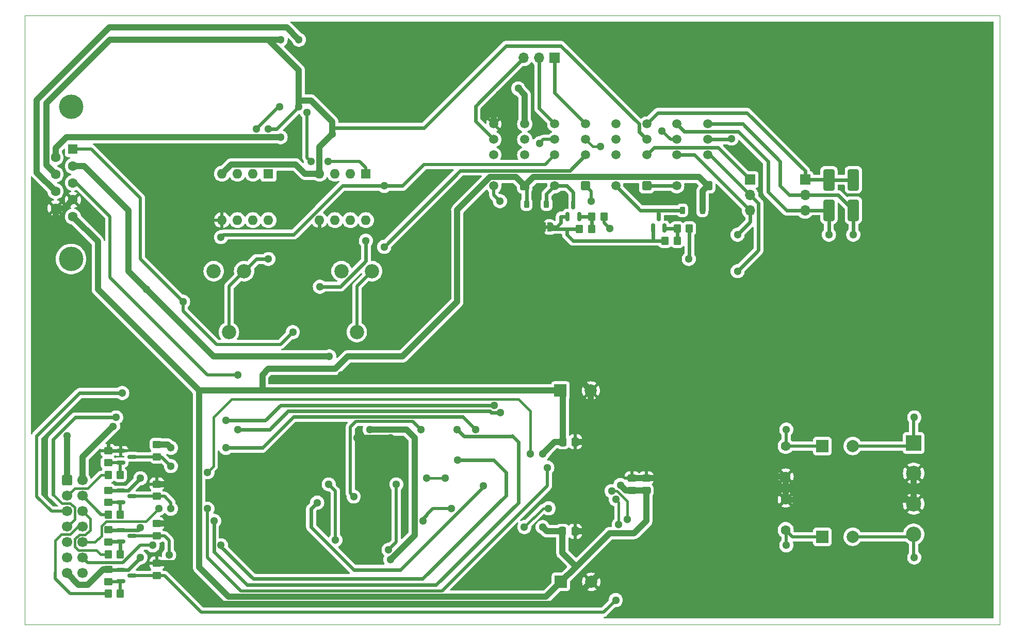
<source format=gbr>
G04 #@! TF.GenerationSoftware,KiCad,Pcbnew,7.0.6*
G04 #@! TF.CreationDate,2023-07-21T13:30:03+02:00*
G04 #@! TF.ProjectId,office_amp,6f666669-6365-45f6-916d-702e6b696361,rev?*
G04 #@! TF.SameCoordinates,Original*
G04 #@! TF.FileFunction,Copper,L2,Bot*
G04 #@! TF.FilePolarity,Positive*
%FSLAX46Y46*%
G04 Gerber Fmt 4.6, Leading zero omitted, Abs format (unit mm)*
G04 Created by KiCad (PCBNEW 7.0.6) date 2023-07-21 13:30:03*
%MOMM*%
%LPD*%
G01*
G04 APERTURE LIST*
G04 Aperture macros list*
%AMRoundRect*
0 Rectangle with rounded corners*
0 $1 Rounding radius*
0 $2 $3 $4 $5 $6 $7 $8 $9 X,Y pos of 4 corners*
0 Add a 4 corners polygon primitive as box body*
4,1,4,$2,$3,$4,$5,$6,$7,$8,$9,$2,$3,0*
0 Add four circle primitives for the rounded corners*
1,1,$1+$1,$2,$3*
1,1,$1+$1,$4,$5*
1,1,$1+$1,$6,$7*
1,1,$1+$1,$8,$9*
0 Add four rect primitives between the rounded corners*
20,1,$1+$1,$2,$3,$4,$5,0*
20,1,$1+$1,$4,$5,$6,$7,0*
20,1,$1+$1,$6,$7,$8,$9,0*
20,1,$1+$1,$8,$9,$2,$3,0*%
%AMFreePoly0*
4,1,19,0.500000,-0.750000,0.000000,-0.750000,0.000000,-0.744911,-0.071157,-0.744911,-0.207708,-0.704816,-0.327430,-0.627875,-0.420627,-0.520320,-0.479746,-0.390866,-0.500000,-0.250000,-0.500000,0.250000,-0.479746,0.390866,-0.420627,0.520320,-0.327430,0.627875,-0.207708,0.704816,-0.071157,0.744911,0.000000,0.744911,0.000000,0.750000,0.500000,0.750000,0.500000,-0.750000,0.500000,-0.750000,
$1*%
%AMFreePoly1*
4,1,19,0.000000,0.744911,0.071157,0.744911,0.207708,0.704816,0.327430,0.627875,0.420627,0.520320,0.479746,0.390866,0.500000,0.250000,0.500000,-0.250000,0.479746,-0.390866,0.420627,-0.520320,0.327430,-0.627875,0.207708,-0.704816,0.071157,-0.744911,0.000000,-0.744911,0.000000,-0.750000,-0.500000,-0.750000,-0.500000,0.750000,0.000000,0.750000,0.000000,0.744911,0.000000,0.744911,
$1*%
G04 Aperture macros list end*
G04 #@! TA.AperFunction,Profile*
%ADD10C,0.100000*%
G04 #@! TD*
G04 #@! TA.AperFunction,ComponentPad*
%ADD11R,2.000000X2.000000*%
G04 #@! TD*
G04 #@! TA.AperFunction,ComponentPad*
%ADD12C,2.000000*%
G04 #@! TD*
G04 #@! TA.AperFunction,ComponentPad*
%ADD13RoundRect,0.250000X-0.600000X-0.600000X0.600000X-0.600000X0.600000X0.600000X-0.600000X0.600000X0*%
G04 #@! TD*
G04 #@! TA.AperFunction,ComponentPad*
%ADD14C,1.700000*%
G04 #@! TD*
G04 #@! TA.AperFunction,ComponentPad*
%ADD15RoundRect,0.250500X0.499500X0.499500X-0.499500X0.499500X-0.499500X-0.499500X0.499500X-0.499500X0*%
G04 #@! TD*
G04 #@! TA.AperFunction,ComponentPad*
%ADD16C,1.500000*%
G04 #@! TD*
G04 #@! TA.AperFunction,ComponentPad*
%ADD17C,2.340000*%
G04 #@! TD*
G04 #@! TA.AperFunction,ComponentPad*
%ADD18R,1.600000X1.600000*%
G04 #@! TD*
G04 #@! TA.AperFunction,ComponentPad*
%ADD19O,1.600000X1.600000*%
G04 #@! TD*
G04 #@! TA.AperFunction,ComponentPad*
%ADD20R,1.700000X1.700000*%
G04 #@! TD*
G04 #@! TA.AperFunction,ComponentPad*
%ADD21O,1.700000X1.700000*%
G04 #@! TD*
G04 #@! TA.AperFunction,ComponentPad*
%ADD22C,1.600000*%
G04 #@! TD*
G04 #@! TA.AperFunction,SMDPad,CuDef*
%ADD23R,3.200000X7.100000*%
G04 #@! TD*
G04 #@! TA.AperFunction,ComponentPad*
%ADD24C,0.600000*%
G04 #@! TD*
G04 #@! TA.AperFunction,ComponentPad*
%ADD25R,2.500000X2.500000*%
G04 #@! TD*
G04 #@! TA.AperFunction,ComponentPad*
%ADD26C,2.500000*%
G04 #@! TD*
G04 #@! TA.AperFunction,ComponentPad*
%ADD27C,4.000000*%
G04 #@! TD*
G04 #@! TA.AperFunction,SMDPad,CuDef*
%ADD28RoundRect,0.225000X0.225000X0.375000X-0.225000X0.375000X-0.225000X-0.375000X0.225000X-0.375000X0*%
G04 #@! TD*
G04 #@! TA.AperFunction,SMDPad,CuDef*
%ADD29RoundRect,0.225000X-0.225000X-0.375000X0.225000X-0.375000X0.225000X0.375000X-0.225000X0.375000X0*%
G04 #@! TD*
G04 #@! TA.AperFunction,SMDPad,CuDef*
%ADD30RoundRect,0.250000X-0.337500X-0.475000X0.337500X-0.475000X0.337500X0.475000X-0.337500X0.475000X0*%
G04 #@! TD*
G04 #@! TA.AperFunction,SMDPad,CuDef*
%ADD31RoundRect,0.250000X0.475000X-0.337500X0.475000X0.337500X-0.475000X0.337500X-0.475000X-0.337500X0*%
G04 #@! TD*
G04 #@! TA.AperFunction,SMDPad,CuDef*
%ADD32RoundRect,0.250000X0.450000X-0.350000X0.450000X0.350000X-0.450000X0.350000X-0.450000X-0.350000X0*%
G04 #@! TD*
G04 #@! TA.AperFunction,SMDPad,CuDef*
%ADD33RoundRect,0.250000X-0.450000X0.350000X-0.450000X-0.350000X0.450000X-0.350000X0.450000X0.350000X0*%
G04 #@! TD*
G04 #@! TA.AperFunction,SMDPad,CuDef*
%ADD34RoundRect,0.250000X-0.350000X-0.450000X0.350000X-0.450000X0.350000X0.450000X-0.350000X0.450000X0*%
G04 #@! TD*
G04 #@! TA.AperFunction,SMDPad,CuDef*
%ADD35RoundRect,0.250000X0.350000X0.450000X-0.350000X0.450000X-0.350000X-0.450000X0.350000X-0.450000X0*%
G04 #@! TD*
G04 #@! TA.AperFunction,SMDPad,CuDef*
%ADD36RoundRect,0.150000X0.150000X-0.587500X0.150000X0.587500X-0.150000X0.587500X-0.150000X-0.587500X0*%
G04 #@! TD*
G04 #@! TA.AperFunction,SMDPad,CuDef*
%ADD37RoundRect,0.150000X-0.587500X-0.150000X0.587500X-0.150000X0.587500X0.150000X-0.587500X0.150000X0*%
G04 #@! TD*
G04 #@! TA.AperFunction,SMDPad,CuDef*
%ADD38RoundRect,0.250000X0.650000X-1.500000X0.650000X1.500000X-0.650000X1.500000X-0.650000X-1.500000X0*%
G04 #@! TD*
G04 #@! TA.AperFunction,SMDPad,CuDef*
%ADD39FreePoly0,180.000000*%
G04 #@! TD*
G04 #@! TA.AperFunction,SMDPad,CuDef*
%ADD40FreePoly1,180.000000*%
G04 #@! TD*
G04 #@! TA.AperFunction,ViaPad*
%ADD41C,1.300000*%
G04 #@! TD*
G04 #@! TA.AperFunction,Conductor*
%ADD42C,1.000000*%
G04 #@! TD*
G04 #@! TA.AperFunction,Conductor*
%ADD43C,0.500000*%
G04 #@! TD*
G04 #@! TA.AperFunction,Conductor*
%ADD44C,0.400000*%
G04 #@! TD*
G04 #@! TA.AperFunction,Conductor*
%ADD45C,0.600000*%
G04 #@! TD*
%ADD46C,0.350000*%
%ADD47C,0.300000*%
G04 APERTURE END LIST*
D10*
X90000000Y-58000000D02*
X250000000Y-58000000D01*
X250000000Y-158000000D02*
X90000000Y-158000000D01*
X250000000Y-58000000D02*
X250000000Y-158000000D01*
X90000000Y-158000000D02*
X90000000Y-58000000D01*
G04 #@! TA.AperFunction,EtchedComponent*
G36*
X175900000Y-93062500D02*
G01*
X175400000Y-93062500D01*
X175400000Y-92462500D01*
X175900000Y-92462500D01*
X175900000Y-93062500D01*
G37*
G04 #@! TD.AperFunction*
D11*
X178000000Y-151000000D03*
D12*
X183000000Y-151000000D03*
D13*
X96937500Y-134340000D03*
D14*
X99477500Y-134340000D03*
X96937500Y-136880000D03*
X99477500Y-136880000D03*
X96937500Y-139420000D03*
X99477500Y-139420000D03*
X96937500Y-141960000D03*
X99477500Y-141960000D03*
X96937500Y-144500000D03*
X99477500Y-144500000D03*
X96937500Y-147040000D03*
X99477500Y-147040000D03*
X96937500Y-149580000D03*
X99477500Y-149580000D03*
D15*
X202080000Y-86000000D03*
D16*
X202080000Y-80920000D03*
X202080000Y-78380000D03*
X202080000Y-75840000D03*
X197000000Y-75840000D03*
X197000000Y-78380000D03*
X197000000Y-80920000D03*
X197000000Y-86000000D03*
D15*
X182080000Y-86000000D03*
D16*
X182080000Y-80920000D03*
X182080000Y-78380000D03*
X182080000Y-75840000D03*
X177000000Y-75840000D03*
X177000000Y-78380000D03*
X177000000Y-80920000D03*
X177000000Y-86000000D03*
D17*
X142000000Y-100000000D03*
X144500000Y-110000000D03*
X147000000Y-100000000D03*
X121025000Y-100000000D03*
X123525000Y-110000000D03*
X126025000Y-100000000D03*
D18*
X130000000Y-84000000D03*
D19*
X127460000Y-84000000D03*
X124920000Y-84000000D03*
X122380000Y-84000000D03*
X122380000Y-91620000D03*
X124920000Y-91620000D03*
X127460000Y-91620000D03*
X130000000Y-91620000D03*
D18*
X146000000Y-84000000D03*
D19*
X143460000Y-84000000D03*
X140920000Y-84000000D03*
X138380000Y-84000000D03*
X138380000Y-91620000D03*
X140920000Y-91620000D03*
X143460000Y-91620000D03*
X146000000Y-91620000D03*
D20*
X209080000Y-84975000D03*
D21*
X209080000Y-87515000D03*
X209080000Y-90055000D03*
D22*
X214900000Y-128700000D03*
X214900000Y-133700000D03*
D23*
X181300000Y-135700000D03*
D24*
X181300000Y-133750000D03*
X180000000Y-133750000D03*
X181300000Y-136350000D03*
X180000000Y-136350000D03*
X182600000Y-135050000D03*
X182600000Y-138950000D03*
X180000000Y-137650000D03*
X180000000Y-135050000D03*
X181300000Y-137650000D03*
X182600000Y-136350000D03*
X182600000Y-137650000D03*
X182600000Y-133750000D03*
X180000000Y-132450000D03*
X180000000Y-138950000D03*
X181300000Y-132450000D03*
X181300000Y-138950000D03*
X182600000Y-132450000D03*
X181300000Y-135050000D03*
D25*
X235900000Y-128200000D03*
D26*
X235900000Y-133200000D03*
X235900000Y-138200000D03*
X235900000Y-143200000D03*
D11*
X220900000Y-143600000D03*
D12*
X225900000Y-143600000D03*
D22*
X214900000Y-137500000D03*
X214900000Y-142500000D03*
D11*
X220900000Y-128700000D03*
D12*
X225900000Y-128700000D03*
D11*
X177932323Y-119600000D03*
D12*
X182932323Y-119600000D03*
D15*
X172080000Y-86000000D03*
D16*
X172080000Y-80920000D03*
X172080000Y-78380000D03*
X172080000Y-75840000D03*
X167000000Y-75840000D03*
X167000000Y-78380000D03*
X167000000Y-80920000D03*
X167000000Y-86000000D03*
D20*
X218080000Y-84975000D03*
D21*
X218080000Y-87515000D03*
X218080000Y-90055000D03*
D15*
X192080000Y-86000000D03*
D16*
X192080000Y-80920000D03*
X192080000Y-78380000D03*
X192080000Y-75840000D03*
X187000000Y-75840000D03*
X187000000Y-78380000D03*
X187000000Y-80920000D03*
X187000000Y-86000000D03*
D27*
X97605331Y-73000000D03*
X97605331Y-98000000D03*
D18*
X97905331Y-79960000D03*
D22*
X97905331Y-82730000D03*
X97905331Y-85500000D03*
X97905331Y-88270000D03*
X97905331Y-91040000D03*
X95065331Y-81345000D03*
X95065331Y-84115000D03*
X95065331Y-86885000D03*
X95065331Y-89655000D03*
D20*
X177000000Y-65000000D03*
D21*
X174460000Y-65000000D03*
X171920000Y-65000000D03*
D28*
X201230000Y-90000000D03*
X197930000Y-90000000D03*
D29*
X172350000Y-89000000D03*
X175650000Y-89000000D03*
D30*
X178262500Y-142700000D03*
X180337500Y-142700000D03*
X178300000Y-128000000D03*
X180375000Y-128000000D03*
D31*
X189700000Y-136037500D03*
X189700000Y-133962500D03*
D32*
X111690000Y-149960000D03*
X111690000Y-147960000D03*
X111690000Y-143460000D03*
X111690000Y-141460000D03*
X111690000Y-136960000D03*
X111690000Y-134960000D03*
D33*
X111690000Y-128460000D03*
X111690000Y-130460000D03*
D31*
X192000000Y-136037500D03*
X192000000Y-133962500D03*
D34*
X181050000Y-93062500D03*
X183050000Y-93062500D03*
D33*
X103690000Y-129460000D03*
X103690000Y-131460000D03*
D32*
X103690000Y-150960000D03*
X103690000Y-148960000D03*
D35*
X185050000Y-91062500D03*
X183050000Y-91062500D03*
X199080000Y-93000000D03*
X197080000Y-93000000D03*
D34*
X103690000Y-139960000D03*
X105690000Y-139960000D03*
X103690000Y-146460000D03*
X105690000Y-146460000D03*
X103690000Y-152960000D03*
X105690000Y-152960000D03*
D36*
X195030000Y-92937500D03*
X193130000Y-92937500D03*
X194080000Y-91062500D03*
D32*
X103690000Y-137960000D03*
X103690000Y-135960000D03*
D34*
X103690000Y-133460000D03*
X105690000Y-133460000D03*
D37*
X105752500Y-150910000D03*
X105752500Y-149010000D03*
X107627500Y-149960000D03*
D34*
X195080000Y-95000000D03*
X197080000Y-95000000D03*
D38*
X226000000Y-90000000D03*
X226000000Y-85000000D03*
D39*
X176300000Y-92762500D03*
D40*
X175000000Y-92762500D03*
D38*
X222000000Y-90000000D03*
X222000000Y-85000000D03*
D36*
X181000000Y-91000000D03*
X179100000Y-91000000D03*
X180050000Y-89125000D03*
D37*
X105752500Y-137910000D03*
X105752500Y-136010000D03*
X107627500Y-136960000D03*
X105752500Y-144410000D03*
X105752500Y-142510000D03*
X107627500Y-143460000D03*
D32*
X103690000Y-144460000D03*
X103690000Y-142460000D03*
D37*
X105752500Y-131410000D03*
X105752500Y-129510000D03*
X107627500Y-130460000D03*
D41*
X215000000Y-145000000D03*
X215000000Y-126000000D03*
X104500000Y-125500000D03*
X183000000Y-88500000D03*
X168000000Y-88500000D03*
X236000000Y-147000000D03*
X236000000Y-124000000D03*
X106000000Y-120000000D03*
X105000000Y-124000000D03*
X125000000Y-126000000D03*
X123000000Y-124500000D03*
X109000000Y-147000000D03*
X109000000Y-142109500D03*
X109000000Y-134000000D03*
X114000000Y-129000000D03*
X122199000Y-145000000D03*
X121099500Y-141000000D03*
X112000000Y-139000000D03*
X161049500Y-131000000D03*
X161000000Y-126000000D03*
X207000000Y-100000000D03*
X207000000Y-94000000D03*
X222000000Y-94000000D03*
X226000000Y-94000000D03*
X123000000Y-129000000D03*
X168109809Y-123199000D03*
X167049500Y-122049500D03*
X199000000Y-98000000D03*
X138000000Y-138000000D03*
X165242109Y-135242109D03*
X155349500Y-141000000D03*
X164000000Y-126000000D03*
X186000000Y-93000000D03*
X174500000Y-79000000D03*
X155000000Y-126000000D03*
X144000000Y-137000000D03*
X160000000Y-139000000D03*
X111000000Y-145000000D03*
X114000000Y-139000000D03*
X120000000Y-139000000D03*
X156000000Y-133950500D03*
X159049500Y-134000000D03*
X167940454Y-70940454D03*
X171000000Y-70000000D03*
X184500000Y-79500000D03*
X113700000Y-146610500D03*
X188900000Y-140700000D03*
X187000000Y-154000000D03*
X187500000Y-141600000D03*
X187000000Y-137450500D03*
X114000000Y-132000000D03*
X144542500Y-127355000D03*
X182833627Y-143833627D03*
X116000000Y-122697056D03*
X150000000Y-127355000D03*
X185166373Y-146166373D03*
X138000000Y-100464500D03*
X142000000Y-117000000D03*
X175000000Y-130000000D03*
X187768150Y-135124500D03*
X175000000Y-142000000D03*
X146617500Y-126000000D03*
X96937500Y-127000000D03*
X110000000Y-103000000D03*
X140000000Y-114000000D03*
X150000000Y-147355000D03*
X132000000Y-78000000D03*
X135000000Y-62000000D03*
X137000000Y-82000000D03*
X136349500Y-73907936D03*
X146000000Y-95000000D03*
X138454930Y-102545070D03*
X131850500Y-73000000D03*
X128000000Y-76650500D03*
X175982641Y-138933141D03*
X172000000Y-142000000D03*
X134000000Y-110000000D03*
X116000000Y-105000000D03*
X175757891Y-132242109D03*
X186331450Y-136100175D03*
X120000000Y-133000000D03*
X173000000Y-130000000D03*
X206000000Y-78239500D03*
X194599500Y-77000000D03*
X132000000Y-62000000D03*
X130000000Y-76650500D03*
X140500000Y-77500000D03*
X135000000Y-73000000D03*
X125000000Y-117000000D03*
X149000000Y-96000000D03*
X130000000Y-98000000D03*
X122212820Y-94412820D03*
X149000000Y-86000000D03*
X139820500Y-82000000D03*
X141000000Y-144139500D03*
X139905500Y-135000000D03*
X149723259Y-145723259D03*
X151000000Y-135000000D03*
D42*
X92000000Y-71901472D02*
X92000000Y-83819669D01*
X92000000Y-83819669D02*
X95065331Y-86885000D01*
X135000000Y-62000000D02*
X133000000Y-60000000D01*
X103901472Y-60000000D02*
X92000000Y-71901472D01*
X133000000Y-60000000D02*
X103901472Y-60000000D01*
D43*
X185000000Y-156000000D02*
X119000000Y-156000000D01*
X187000000Y-154000000D02*
X185000000Y-156000000D01*
X119000000Y-156000000D02*
X112960000Y-149960000D01*
X112960000Y-149960000D02*
X111690000Y-149960000D01*
D42*
X179350000Y-154650000D02*
X183000000Y-151000000D01*
X116000000Y-151000000D02*
X119650000Y-154650000D01*
X119650000Y-154650000D02*
X179350000Y-154650000D01*
X116000000Y-148000000D02*
X116000000Y-151000000D01*
X123450000Y-153450000D02*
X118600000Y-148600000D01*
X118600000Y-148600000D02*
X118600000Y-119600000D01*
X175550000Y-153450000D02*
X123450000Y-153450000D01*
X178000000Y-151000000D02*
X175550000Y-153450000D01*
X135000000Y-67000000D02*
X135000000Y-72000000D01*
X130000000Y-62000000D02*
X135000000Y-67000000D01*
X104000000Y-62000000D02*
X130000000Y-62000000D01*
X95065331Y-84115000D02*
X93565331Y-82615000D01*
X93565331Y-82615000D02*
X93565331Y-72434669D01*
X93565331Y-72434669D02*
X104000000Y-62000000D01*
X130000000Y-62000000D02*
X132000000Y-62000000D01*
D43*
X215000000Y-145000000D02*
X215000000Y-142600000D01*
X215000000Y-142600000D02*
X214900000Y-142500000D01*
X215000000Y-128600000D02*
X214900000Y-128700000D01*
X215000000Y-126000000D02*
X215000000Y-128600000D01*
D44*
X180337500Y-139287500D02*
X180000000Y-138950000D01*
X180337500Y-142700000D02*
X180337500Y-139287500D01*
D42*
X113460000Y-128460000D02*
X111690000Y-128460000D01*
X114000000Y-129000000D02*
X113460000Y-128460000D01*
X99477500Y-130522500D02*
X104500000Y-125500000D01*
X99477500Y-134340000D02*
X99477500Y-130522500D01*
D43*
X183000000Y-88500000D02*
X183000000Y-86920000D01*
X183000000Y-86920000D02*
X182080000Y-86000000D01*
X167000000Y-87500000D02*
X168000000Y-88500000D01*
X167000000Y-86000000D02*
X167000000Y-87500000D01*
X235900000Y-146900000D02*
X236000000Y-147000000D01*
X235900000Y-143200000D02*
X235900000Y-146900000D01*
X235900000Y-124100000D02*
X236000000Y-124000000D01*
X235900000Y-128200000D02*
X235900000Y-124100000D01*
D42*
X188681150Y-136037500D02*
X187768150Y-135124500D01*
X189700000Y-136037500D02*
X188681150Y-136037500D01*
X190000000Y-143000000D02*
X192000000Y-141000000D01*
X186000000Y-143000000D02*
X190000000Y-143000000D01*
X180500000Y-148500000D02*
X186000000Y-143000000D01*
X192000000Y-141000000D02*
X192000000Y-136037500D01*
D44*
X188900000Y-137765575D02*
X188900000Y-140700000D01*
X186331450Y-136100175D02*
X187234600Y-136100175D01*
X187234600Y-136100175D02*
X188900000Y-137765575D01*
X187500000Y-137950500D02*
X187500000Y-141600000D01*
X187000000Y-137450500D02*
X187500000Y-137950500D01*
D45*
X178000000Y-63000000D02*
X190830000Y-75830000D01*
X169000000Y-63000000D02*
X178000000Y-63000000D01*
X155521338Y-76478662D02*
X169000000Y-63000000D01*
X140500000Y-76500000D02*
X140521338Y-76478662D01*
X190830000Y-75830000D02*
X190830000Y-77130000D01*
X140500000Y-77500000D02*
X140500000Y-76500000D01*
X140521338Y-76478662D02*
X155521338Y-76478662D01*
X190830000Y-77130000D02*
X192080000Y-78380000D01*
D42*
X137000000Y-72000000D02*
X135000000Y-72000000D01*
X140500000Y-75500000D02*
X137000000Y-72000000D01*
X140500000Y-77500000D02*
X140500000Y-75500000D01*
X140500000Y-77500000D02*
X138380000Y-79620000D01*
X138380000Y-79620000D02*
X138380000Y-84000000D01*
D43*
X195979500Y-78380000D02*
X197000000Y-78380000D01*
X194599500Y-77000000D02*
X195979500Y-78380000D01*
D44*
X183200000Y-79500000D02*
X182080000Y-78380000D01*
X184500000Y-79500000D02*
X183200000Y-79500000D01*
D43*
X174500000Y-79000000D02*
X175120000Y-78380000D01*
X175120000Y-78380000D02*
X177000000Y-78380000D01*
X97460000Y-152960000D02*
X103690000Y-152960000D01*
X95000000Y-150500000D02*
X97460000Y-152960000D01*
X95000000Y-149480978D02*
X95000000Y-150500000D01*
D42*
X102914766Y-148960000D02*
X103690000Y-148960000D01*
X100374766Y-151500000D02*
X102914766Y-148960000D01*
X98857500Y-151500000D02*
X100374766Y-151500000D01*
X96937500Y-149580000D02*
X98857500Y-151500000D01*
D44*
X102540000Y-133460000D02*
X103690000Y-133460000D01*
X98187500Y-135630000D02*
X100370000Y-135630000D01*
X100370000Y-135630000D02*
X102540000Y-133460000D01*
X96937500Y-136880000D02*
X98187500Y-135630000D01*
X97500000Y-138130000D02*
X96130000Y-138130000D01*
X98187500Y-138817500D02*
X97500000Y-138130000D01*
X98187500Y-140710000D02*
X98187500Y-138817500D01*
X96130000Y-138130000D02*
X94655577Y-136655577D01*
X96937500Y-141960000D02*
X98187500Y-140710000D01*
D45*
X94655577Y-136655577D02*
X94655577Y-127655577D01*
D44*
X99477500Y-141960000D02*
X98705267Y-141960000D01*
X98705267Y-141960000D02*
X97455267Y-143210000D01*
X97455267Y-143210000D02*
X96000000Y-143210000D01*
D45*
X132000000Y-122000000D02*
X167000000Y-122000000D01*
X129500000Y-124500000D02*
X132000000Y-122000000D01*
X123000000Y-124500000D02*
X129500000Y-124500000D01*
X167000000Y-122000000D02*
X167049500Y-122049500D01*
X208555000Y-74000000D02*
X193920000Y-74000000D01*
X218080000Y-83525000D02*
X208555000Y-74000000D01*
X218080000Y-84975000D02*
X218080000Y-83525000D01*
X193920000Y-74000000D02*
X192080000Y-75840000D01*
D43*
X175420000Y-82500000D02*
X155500000Y-82500000D01*
X177000000Y-80920000D02*
X175420000Y-82500000D01*
D45*
X161500000Y-83500000D02*
X149000000Y-96000000D01*
X182080000Y-80920000D02*
X179500000Y-83500000D01*
X179500000Y-83500000D02*
X161500000Y-83500000D01*
X152000000Y-86000000D02*
X155500000Y-82500000D01*
X121049000Y-141050500D02*
X121099500Y-141000000D01*
X121049000Y-146049000D02*
X121049000Y-141050500D01*
X126500000Y-151500000D02*
X121049000Y-146049000D01*
X171000000Y-138000000D02*
X157500000Y-151500000D01*
X170000000Y-127000000D02*
X171000000Y-128000000D01*
X157500000Y-151500000D02*
X126500000Y-151500000D01*
X169850000Y-127150000D02*
X170000000Y-127000000D01*
X162150000Y-127150000D02*
X169850000Y-127150000D01*
X171000000Y-128000000D02*
X171000000Y-138000000D01*
X161000000Y-126000000D02*
X162150000Y-127150000D01*
X155307970Y-150500000D02*
X127500000Y-150500000D01*
X127500000Y-150500000D02*
X122199000Y-145199000D01*
X169000000Y-136807970D02*
X155307970Y-150500000D01*
X169000000Y-133000000D02*
X169000000Y-136807970D01*
D43*
X175757891Y-135242109D02*
X175757891Y-132242109D01*
X125500000Y-152500000D02*
X158500000Y-152500000D01*
X120000000Y-147000000D02*
X125500000Y-152500000D01*
X120000000Y-139000000D02*
X120000000Y-147000000D01*
X158500000Y-152500000D02*
X175757891Y-135242109D01*
D44*
X173000000Y-123000000D02*
X173000000Y-130000000D01*
X121000000Y-124000000D02*
X124000000Y-121000000D01*
X124000000Y-121000000D02*
X171000000Y-121000000D01*
X121000000Y-132000000D02*
X121000000Y-124000000D01*
X171000000Y-121000000D02*
X173000000Y-123000000D01*
X120000000Y-133000000D02*
X121000000Y-132000000D01*
D45*
X130199000Y-126000000D02*
X125000000Y-126000000D01*
X133199000Y-123000000D02*
X130199000Y-126000000D01*
X166373654Y-123000000D02*
X133199000Y-123000000D01*
X166572654Y-123199000D02*
X166373654Y-123000000D01*
X168109809Y-123199000D02*
X166572654Y-123199000D01*
X129000000Y-129000000D02*
X123000000Y-129000000D01*
X134099500Y-123900500D02*
X129000000Y-129000000D01*
X161900500Y-123900500D02*
X134099500Y-123900500D01*
X164000000Y-126000000D02*
X161900500Y-123900500D01*
X112651472Y-119348528D02*
X113151472Y-119848528D01*
X112476472Y-119348528D02*
X112651472Y-119348528D01*
X103690000Y-129460000D02*
X103690000Y-128135000D01*
X103690000Y-128135000D02*
X112476472Y-119348528D01*
D43*
X112960000Y-143460000D02*
X111690000Y-143460000D01*
X113700000Y-144200000D02*
X112960000Y-143460000D01*
X113700000Y-146610500D02*
X113700000Y-144200000D01*
D45*
X161049500Y-131000000D02*
X167000000Y-131000000D01*
D43*
X169000000Y-133000000D02*
X167000000Y-131000000D01*
D44*
X95000000Y-144210000D02*
X96000000Y-143210000D01*
X95000000Y-149480978D02*
X95000000Y-144210000D01*
X102460000Y-146460000D02*
X103690000Y-146460000D01*
X101790000Y-145790000D02*
X102460000Y-146460000D01*
X98789999Y-145790000D02*
X101790000Y-145790000D01*
X98209733Y-145209734D02*
X98789999Y-145790000D01*
X98209733Y-144000000D02*
X98209733Y-145209734D01*
X99955267Y-143250000D02*
X98959733Y-143250000D01*
X100727500Y-142477767D02*
X99955267Y-143250000D01*
X100727500Y-140670000D02*
X100727500Y-142477767D01*
X98959733Y-143250000D02*
X98209733Y-144000000D01*
X99477500Y-139420000D02*
X100727500Y-140670000D01*
X102590000Y-143410000D02*
X101500000Y-144500000D01*
X102590000Y-141840761D02*
X102590000Y-143410000D01*
X109940000Y-141060000D02*
X103370761Y-141060000D01*
X112000000Y-139000000D02*
X109940000Y-141060000D01*
X103370761Y-141060000D02*
X102590000Y-141840761D01*
X101500000Y-144500000D02*
X99477500Y-144500000D01*
D43*
X92000000Y-127000000D02*
X92000000Y-137000000D01*
D45*
X98311154Y-124000000D02*
X94655577Y-127655577D01*
X99000000Y-120000000D02*
X92000000Y-127000000D01*
X106000000Y-120000000D02*
X99000000Y-120000000D01*
X105000000Y-124000000D02*
X98311154Y-124000000D01*
D42*
X96937500Y-127000000D02*
X96937500Y-134340000D01*
D43*
X100327500Y-147890000D02*
X99477500Y-147040000D01*
X109000000Y-145000000D02*
X106110000Y-147890000D01*
X111000000Y-145000000D02*
X109000000Y-145000000D01*
X106110000Y-147890000D02*
X100327500Y-147890000D01*
D45*
X106990000Y-149010000D02*
X109000000Y-147000000D01*
X105752500Y-149010000D02*
X106990000Y-149010000D01*
X108599500Y-142510000D02*
X109000000Y-142109500D01*
X105752500Y-142510000D02*
X108599500Y-142510000D01*
X106990000Y-136010000D02*
X109000000Y-134000000D01*
X105752500Y-136010000D02*
X106990000Y-136010000D01*
D43*
X122199000Y-145199000D02*
X122199000Y-145000000D01*
D45*
X210430000Y-96570000D02*
X207000000Y-100000000D01*
X210430000Y-88865000D02*
X210430000Y-96570000D01*
X209080000Y-87515000D02*
X210430000Y-88865000D01*
X209080000Y-91920000D02*
X207000000Y-94000000D01*
X209080000Y-90055000D02*
X209080000Y-91920000D01*
X222000000Y-90000000D02*
X222000000Y-94000000D01*
X226000000Y-90000000D02*
X226000000Y-94000000D01*
D43*
X143442500Y-125557500D02*
X143442500Y-136442500D01*
X144349500Y-124650500D02*
X143442500Y-125557500D01*
X153650500Y-124650500D02*
X144349500Y-124650500D01*
X155000000Y-126000000D02*
X153650500Y-124650500D01*
X143442500Y-136442500D02*
X144000000Y-137000000D01*
D45*
X199080000Y-97920000D02*
X199000000Y-98000000D01*
X199080000Y-93000000D02*
X199080000Y-97920000D01*
X137000000Y-139000000D02*
X138000000Y-138000000D01*
X137000000Y-142000000D02*
X137000000Y-139000000D01*
X144000000Y-149000000D02*
X137000000Y-142000000D01*
X151626346Y-149000000D02*
X144000000Y-149000000D01*
X165242109Y-135384237D02*
X151626346Y-149000000D01*
X165242109Y-135242109D02*
X165242109Y-135384237D01*
X155349500Y-141000000D02*
X155349500Y-140650500D01*
X155349500Y-140650500D02*
X156000000Y-140000000D01*
D42*
X154000000Y-143355000D02*
X150000000Y-147355000D01*
X154000000Y-127355000D02*
X154000000Y-143355000D01*
X152645000Y-126000000D02*
X154000000Y-127355000D01*
X146617500Y-126000000D02*
X152645000Y-126000000D01*
D43*
X185050000Y-92050000D02*
X186000000Y-93000000D01*
X185050000Y-91062500D02*
X185050000Y-92050000D01*
X160000000Y-139000000D02*
X157000000Y-139000000D01*
X157000000Y-139000000D02*
X156000000Y-140000000D01*
X94420000Y-139420000D02*
X92000000Y-137000000D01*
X96937500Y-139420000D02*
X94420000Y-139420000D01*
X112960000Y-136960000D02*
X111690000Y-136960000D01*
X114000000Y-138000000D02*
X112960000Y-136960000D01*
X114000000Y-139000000D02*
X114000000Y-138000000D01*
D44*
X159000000Y-133950500D02*
X159049500Y-134000000D01*
X156000000Y-133950500D02*
X159000000Y-133950500D01*
D42*
X167000000Y-71880908D02*
X167940454Y-70940454D01*
X167000000Y-75840000D02*
X167000000Y-71880908D01*
X172080000Y-71080000D02*
X171000000Y-70000000D01*
X172080000Y-75840000D02*
X172080000Y-71080000D01*
D43*
X105690000Y-137972500D02*
X105752500Y-137910000D01*
X105690000Y-139960000D02*
X105690000Y-137972500D01*
X107627500Y-143460000D02*
X111690000Y-143460000D01*
X112460000Y-130460000D02*
X114000000Y-132000000D01*
X111690000Y-130460000D02*
X112460000Y-130460000D01*
D42*
X116000000Y-122697056D02*
X113151472Y-119848528D01*
X180337500Y-142700000D02*
X181700000Y-142700000D01*
X93000000Y-96000000D02*
X95065331Y-93934669D01*
X116000000Y-122697056D02*
X116000000Y-135000000D01*
X111690000Y-141460000D02*
X115540000Y-141460000D01*
X214900000Y-137500000D02*
X214900000Y-133700000D01*
X95065331Y-93934669D02*
X95065331Y-89655000D01*
X111690000Y-134960000D02*
X115960000Y-134960000D01*
X182000000Y-128000000D02*
X182932323Y-127067677D01*
X113151472Y-119848528D02*
X93000000Y-99697056D01*
X186500000Y-147500000D02*
X185166373Y-146166373D01*
X235200000Y-137500000D02*
X235900000Y-138200000D01*
X214900000Y-137500000D02*
X235200000Y-137500000D01*
X191000000Y-146000000D02*
X196000000Y-141000000D01*
X115960000Y-147960000D02*
X116000000Y-148000000D01*
X196000000Y-141000000D02*
X196000000Y-134000000D01*
X116000000Y-141000000D02*
X116000000Y-148000000D01*
X183000000Y-151000000D02*
X186500000Y-147500000D01*
X180332323Y-117000000D02*
X182932323Y-119600000D01*
X93000000Y-99697056D02*
X93000000Y-96000000D01*
D45*
X175000000Y-92762500D02*
X175000000Y-117000000D01*
D42*
X196000000Y-134000000D02*
X191337500Y-134000000D01*
X180375000Y-128000000D02*
X182000000Y-128000000D01*
X175000000Y-117000000D02*
X180332323Y-117000000D01*
D45*
X105752500Y-129510000D02*
X103740000Y-129510000D01*
D42*
X181700000Y-142700000D02*
X182833627Y-143833627D01*
X144542500Y-127355000D02*
X150000000Y-127355000D01*
X116000000Y-135000000D02*
X116000000Y-141000000D01*
X182932323Y-127067677D02*
X182932323Y-119600000D01*
D45*
X138380000Y-100084500D02*
X138380000Y-91620000D01*
D42*
X111690000Y-147960000D02*
X115960000Y-147960000D01*
X186500000Y-147500000D02*
X188000000Y-146000000D01*
X142000000Y-117000000D02*
X175000000Y-117000000D01*
X192000000Y-133962500D02*
X189700000Y-133962500D01*
D45*
X138000000Y-100464500D02*
X138380000Y-100084500D01*
D42*
X188000000Y-146000000D02*
X191000000Y-146000000D01*
X115960000Y-134960000D02*
X116000000Y-135000000D01*
X96520331Y-89655000D02*
X97905331Y-88270000D01*
D45*
X103740000Y-129510000D02*
X103690000Y-129460000D01*
D42*
X214900000Y-133700000D02*
X196300000Y-133700000D01*
X95065331Y-89655000D02*
X96520331Y-89655000D01*
X196300000Y-133700000D02*
X196000000Y-134000000D01*
X115540000Y-141460000D02*
X116000000Y-141000000D01*
X235900000Y-138200000D02*
X235900000Y-133200000D01*
X172080000Y-86000000D02*
X173530000Y-84550000D01*
X178300000Y-119967677D02*
X177932323Y-119600000D01*
X125000000Y-119600000D02*
X118600000Y-119600000D01*
X178300000Y-128000000D02*
X178300000Y-119967677D01*
D45*
X172350000Y-89000000D02*
X172350000Y-86270000D01*
D42*
X180500000Y-148500000D02*
X178000000Y-151000000D01*
X152000000Y-114000000D02*
X161000000Y-105000000D01*
X192000000Y-136037500D02*
X189700000Y-136037500D01*
X143000000Y-114000000D02*
X152000000Y-114000000D01*
X166399390Y-84550000D02*
X170630000Y-84550000D01*
X178262500Y-146262500D02*
X180500000Y-148500000D01*
X170630000Y-84550000D02*
X172080000Y-86000000D01*
D45*
X172350000Y-86270000D02*
X172080000Y-86000000D01*
D42*
X129000000Y-119600000D02*
X129000000Y-117000000D01*
X129000000Y-117000000D02*
X130000000Y-116000000D01*
X141000000Y-116000000D02*
X143000000Y-114000000D01*
X161000000Y-89949390D02*
X166399390Y-84550000D01*
X102000000Y-95134669D02*
X97905331Y-91040000D01*
X129000000Y-119600000D02*
X125000000Y-119600000D01*
X175000000Y-130000000D02*
X177000000Y-128000000D01*
X118600000Y-119600000D02*
X102000000Y-103000000D01*
X177000000Y-128000000D02*
X178300000Y-128000000D01*
X201230000Y-86850000D02*
X202080000Y-86000000D01*
X178262500Y-142700000D02*
X178262500Y-146262500D01*
X178262500Y-142700000D02*
X175700000Y-142700000D01*
X161000000Y-105000000D02*
X161000000Y-89949390D01*
X175700000Y-142700000D02*
X175000000Y-142000000D01*
X173530000Y-84550000D02*
X200630000Y-84550000D01*
X177932323Y-119600000D02*
X129000000Y-119600000D01*
X200630000Y-84550000D02*
X202080000Y-86000000D01*
X201230000Y-90000000D02*
X201230000Y-86850000D01*
X102000000Y-103000000D02*
X102000000Y-95134669D01*
X130000000Y-116000000D02*
X141000000Y-116000000D01*
X97905331Y-82730000D02*
X99730000Y-82730000D01*
X99730000Y-82730000D02*
X107000000Y-90000000D01*
X110000000Y-103000000D02*
X121000000Y-114000000D01*
X107000000Y-100000000D02*
X110000000Y-103000000D01*
X121000000Y-114000000D02*
X140000000Y-114000000D01*
X107000000Y-90000000D02*
X107000000Y-100000000D01*
D45*
X164000000Y-75380000D02*
X167000000Y-78380000D01*
X171920000Y-65000000D02*
X164000000Y-72920000D01*
X164000000Y-72920000D02*
X164000000Y-75380000D01*
D42*
X96865331Y-78000000D02*
X95065331Y-79800000D01*
X95065331Y-79800000D02*
X95065331Y-81345000D01*
X132000000Y-78000000D02*
X96865331Y-78000000D01*
D43*
X220900000Y-128700000D02*
X214900000Y-128700000D01*
X216000000Y-143600000D02*
X214900000Y-142500000D01*
X220900000Y-143600000D02*
X216000000Y-143600000D01*
X136349500Y-73907936D02*
X136349500Y-81349500D01*
X136349500Y-81349500D02*
X137000000Y-82000000D01*
D45*
X146000000Y-98361737D02*
X146000000Y-95000000D01*
X141816667Y-102545070D02*
X146000000Y-98361737D01*
X138454930Y-102545070D02*
X141816667Y-102545070D01*
D43*
X131850500Y-73000000D02*
X131650500Y-73000000D01*
X131650500Y-73000000D02*
X128000000Y-76650500D01*
D44*
X175982641Y-138933141D02*
X175066859Y-138933141D01*
X175066859Y-138933141D02*
X172000000Y-142000000D01*
D43*
X235400000Y-128700000D02*
X235900000Y-128200000D01*
X225900000Y-128700000D02*
X235400000Y-128700000D01*
X225900000Y-143600000D02*
X235500000Y-143600000D01*
X235500000Y-143600000D02*
X235900000Y-143200000D01*
X116000000Y-105000000D02*
X116000000Y-106500000D01*
X109000000Y-88000000D02*
X109000000Y-98000000D01*
X116000000Y-106500000D02*
X121500000Y-112000000D01*
X121500000Y-112000000D02*
X132000000Y-112000000D01*
X100960000Y-79960000D02*
X109000000Y-88000000D01*
X97905331Y-79960000D02*
X100960000Y-79960000D01*
X132000000Y-112000000D02*
X134000000Y-110000000D01*
X109000000Y-98000000D02*
X116000000Y-105000000D01*
D45*
X223515000Y-87515000D02*
X218080000Y-87515000D01*
X214000000Y-82000000D02*
X214000000Y-86000000D01*
X215515000Y-87515000D02*
X218080000Y-87515000D01*
X226000000Y-90000000D02*
X223515000Y-87515000D01*
X202080000Y-75840000D02*
X207840000Y-75840000D01*
X207840000Y-75840000D02*
X214000000Y-82000000D01*
X214000000Y-86000000D02*
X215515000Y-87515000D01*
X215055000Y-90055000D02*
X212000000Y-87000000D01*
X207090000Y-77090000D02*
X198250000Y-77090000D01*
X212000000Y-82000000D02*
X207090000Y-77090000D01*
X212000000Y-87000000D02*
X212000000Y-82000000D01*
X218135000Y-90000000D02*
X218080000Y-90055000D01*
X218080000Y-90055000D02*
X215055000Y-90055000D01*
X222000000Y-90000000D02*
X218135000Y-90000000D01*
X198250000Y-77090000D02*
X197000000Y-75840000D01*
D43*
X107627500Y-136960000D02*
X111690000Y-136960000D01*
X107627500Y-149960000D02*
X111690000Y-149960000D01*
X107627500Y-130460000D02*
X111690000Y-130460000D01*
D45*
X202080000Y-78380000D02*
X205859500Y-78380000D01*
X205859500Y-78380000D02*
X206000000Y-78239500D01*
X174460000Y-73300000D02*
X177000000Y-75840000D01*
X174460000Y-65000000D02*
X174460000Y-73300000D01*
X177000000Y-70760000D02*
X177000000Y-65000000D01*
X182080000Y-75840000D02*
X177000000Y-70760000D01*
X218080000Y-84975000D02*
X221975000Y-84975000D01*
X222000000Y-85000000D02*
X226000000Y-85000000D01*
X221975000Y-84975000D02*
X222000000Y-85000000D01*
X209080000Y-90055000D02*
X199945000Y-80920000D01*
X199945000Y-80920000D02*
X197000000Y-80920000D01*
X209080000Y-87515000D02*
X202485000Y-80920000D01*
X202485000Y-80920000D02*
X202080000Y-80920000D01*
D42*
X136000000Y-84000000D02*
X138380000Y-84000000D01*
X123880000Y-82500000D02*
X134500000Y-82500000D01*
X122380000Y-84000000D02*
X123880000Y-82500000D01*
D45*
X130000000Y-76650500D02*
X131349500Y-76650500D01*
D42*
X135000000Y-72000000D02*
X135000000Y-73000000D01*
D45*
X131349500Y-76650500D02*
X135000000Y-73000000D01*
D42*
X134500000Y-82500000D02*
X136000000Y-84000000D01*
D45*
X105752500Y-149010000D02*
X103740000Y-149010000D01*
X103740000Y-136010000D02*
X103690000Y-135960000D01*
X105752500Y-142510000D02*
X103740000Y-142510000D01*
X103740000Y-149010000D02*
X103690000Y-148960000D01*
X103740000Y-142510000D02*
X103690000Y-142460000D01*
X105752500Y-136010000D02*
X103740000Y-136010000D01*
D43*
X144500000Y-110000000D02*
X144500000Y-102500000D01*
X144500000Y-102500000D02*
X147000000Y-100000000D01*
X125000000Y-117000000D02*
X120000000Y-117000000D01*
X104000000Y-91000000D02*
X98500000Y-85500000D01*
X120000000Y-117000000D02*
X104000000Y-101000000D01*
X98500000Y-85500000D02*
X97905331Y-85500000D01*
X104000000Y-101000000D02*
X104000000Y-91000000D01*
D45*
X177970000Y-92062500D02*
X177270000Y-92762500D01*
X193130000Y-94870000D02*
X193000000Y-95000000D01*
X180000000Y-95000000D02*
X193000000Y-95000000D01*
X177970000Y-91062500D02*
X177970000Y-92062500D01*
X179000000Y-93062500D02*
X176600000Y-93062500D01*
X193000000Y-95000000D02*
X195080000Y-95000000D01*
X179000000Y-94000000D02*
X180000000Y-95000000D01*
X179100000Y-91000000D02*
X178032500Y-91000000D01*
X193130000Y-92937500D02*
X193130000Y-94870000D01*
X176600000Y-93062500D02*
X176300000Y-92762500D01*
X178032500Y-91000000D02*
X177970000Y-91062500D01*
X179000000Y-93062500D02*
X179000000Y-94000000D01*
X177270000Y-92762500D02*
X176300000Y-92762500D01*
X181050000Y-93062500D02*
X179000000Y-93062500D01*
D43*
X123525000Y-110000000D02*
X123525000Y-102500000D01*
X123525000Y-102500000D02*
X126025000Y-100000000D01*
D45*
X128025000Y-98000000D02*
X126025000Y-100000000D01*
X130000000Y-98000000D02*
X128025000Y-98000000D01*
X134161522Y-94000000D02*
X142161522Y-86000000D01*
X122212820Y-94412820D02*
X122625640Y-94000000D01*
X142161522Y-86000000D02*
X152000000Y-86000000D01*
X122625640Y-94000000D02*
X134161522Y-94000000D01*
X197930000Y-90000000D02*
X194000000Y-90000000D01*
X194000000Y-90000000D02*
X194000000Y-90982500D01*
X187000000Y-86000000D02*
X191000000Y-90000000D01*
X194000000Y-90982500D02*
X194080000Y-91062500D01*
X191000000Y-90000000D02*
X194000000Y-90000000D01*
X179000000Y-86000000D02*
X177000000Y-86000000D01*
X175650000Y-87350000D02*
X177000000Y-86000000D01*
X180050000Y-89125000D02*
X180050000Y-87050000D01*
X175650000Y-89000000D02*
X175650000Y-87350000D01*
X180050000Y-87050000D02*
X179000000Y-86000000D01*
D43*
X145000000Y-82000000D02*
X146000000Y-83000000D01*
X139820500Y-82000000D02*
X145000000Y-82000000D01*
X146000000Y-83000000D02*
X146000000Y-84000000D01*
D45*
X197080000Y-93000000D02*
X195092500Y-93000000D01*
X195092500Y-93000000D02*
X195030000Y-92937500D01*
X197080000Y-95000000D02*
X197080000Y-93000000D01*
X181062500Y-91062500D02*
X181000000Y-91000000D01*
X183050000Y-91062500D02*
X181062500Y-91062500D01*
X183050000Y-91062500D02*
X183050000Y-93062500D01*
X105690000Y-146460000D02*
X105690000Y-144472500D01*
X105752500Y-144410000D02*
X103740000Y-144410000D01*
X103740000Y-144410000D02*
X103690000Y-144460000D01*
X105690000Y-144472500D02*
X105752500Y-144410000D01*
D43*
X105690000Y-133460000D02*
X105690000Y-131472500D01*
X105690000Y-131472500D02*
X105752500Y-131410000D01*
X105752500Y-131410000D02*
X103740000Y-131410000D01*
X103740000Y-131410000D02*
X103690000Y-131460000D01*
X103740000Y-137910000D02*
X103690000Y-137960000D01*
X105752500Y-137910000D02*
X103740000Y-137910000D01*
X105702500Y-150960000D02*
X105752500Y-150910000D01*
X105690000Y-152960000D02*
X105690000Y-150972500D01*
X103690000Y-150960000D02*
X105702500Y-150960000D01*
X105690000Y-150972500D02*
X105752500Y-150910000D01*
D45*
X209080000Y-84975000D02*
X203775000Y-79670000D01*
X193330000Y-79670000D02*
X192080000Y-80920000D01*
X203775000Y-79670000D02*
X193330000Y-79670000D01*
D43*
X102557500Y-139960000D02*
X99477500Y-136880000D01*
X103690000Y-139960000D02*
X102557500Y-139960000D01*
D45*
X192080000Y-86000000D02*
X197000000Y-86000000D01*
D43*
X141000000Y-136094500D02*
X139905500Y-135000000D01*
X141000000Y-144139500D02*
X141000000Y-136094500D01*
X149723259Y-145723259D02*
X151000000Y-144446518D01*
X151000000Y-144446518D02*
X151000000Y-135000000D01*
G04 #@! TA.AperFunction,Conductor*
G36*
X187000000Y-134257119D02*
G01*
X186908341Y-134340678D01*
X186778955Y-134512014D01*
X186683253Y-134704208D01*
X186683251Y-134704213D01*
X186638189Y-134862592D01*
X186600308Y-134922638D01*
X186535978Y-134952672D01*
X186493848Y-134951965D01*
X186438801Y-134941675D01*
X186224099Y-134941675D01*
X186064840Y-134971445D01*
X186013047Y-134981127D01*
X185812858Y-135058682D01*
X185812851Y-135058685D01*
X185630304Y-135171712D01*
X185471641Y-135316353D01*
X185342255Y-135487689D01*
X185246553Y-135679883D01*
X185246550Y-135679891D01*
X185187797Y-135886385D01*
X185167987Y-136100175D01*
X185187797Y-136313964D01*
X185246550Y-136520458D01*
X185246553Y-136520466D01*
X185342254Y-136712659D01*
X185373525Y-136754068D01*
X185471641Y-136883996D01*
X185630304Y-137028637D01*
X185630306Y-137028638D01*
X185630307Y-137028639D01*
X185795986Y-137131222D01*
X185843373Y-137184088D01*
X185855118Y-137249974D01*
X185836537Y-137450499D01*
X185856347Y-137664289D01*
X185915100Y-137870783D01*
X185915103Y-137870791D01*
X186010804Y-138062984D01*
X186010805Y-138062985D01*
X186140191Y-138234321D01*
X186298854Y-138378962D01*
X186298856Y-138378963D01*
X186298857Y-138378964D01*
X186481400Y-138491989D01*
X186481408Y-138491992D01*
X186681595Y-138569546D01*
X186681597Y-138569547D01*
X186681598Y-138569547D01*
X186681603Y-138569549D01*
X186688654Y-138570867D01*
X186751938Y-138603045D01*
X186787780Y-138664330D01*
X186791500Y-138694721D01*
X186791500Y-140600000D01*
X176300000Y-140600000D01*
X176300000Y-140052384D01*
X176301038Y-140052190D01*
X176501241Y-139974630D01*
X176683784Y-139861605D01*
X176842451Y-139716961D01*
X176971837Y-139545625D01*
X177067538Y-139353432D01*
X177126294Y-139146927D01*
X177146104Y-138933141D01*
X177126294Y-138719355D01*
X177083669Y-138569546D01*
X177067540Y-138512857D01*
X177067539Y-138512856D01*
X177067538Y-138512850D01*
X176971837Y-138320657D01*
X176842451Y-138149321D01*
X176842449Y-138149319D01*
X176683786Y-138004678D01*
X176501239Y-137891651D01*
X176501232Y-137891648D01*
X176301044Y-137814093D01*
X176300000Y-137813897D01*
X176300000Y-135776065D01*
X176315892Y-135757124D01*
X176319591Y-135753088D01*
X176325472Y-135747209D01*
X176335438Y-135734603D01*
X176346026Y-135721214D01*
X176368372Y-135694581D01*
X176395923Y-135661749D01*
X176395924Y-135661745D01*
X176395927Y-135661743D01*
X176399961Y-135655611D01*
X176400018Y-135655648D01*
X176404062Y-135649300D01*
X176404003Y-135649264D01*
X176407852Y-135643021D01*
X176407858Y-135643014D01*
X176440666Y-135572656D01*
X176475500Y-135503297D01*
X176475501Y-135503291D01*
X176478010Y-135496400D01*
X176478075Y-135496423D01*
X176480550Y-135489303D01*
X176480484Y-135489282D01*
X176482788Y-135482327D01*
X176482794Y-135482315D01*
X176498498Y-135406260D01*
X176516391Y-135330765D01*
X176516391Y-135330757D01*
X176517243Y-135323476D01*
X176517310Y-135323483D01*
X176518076Y-135315985D01*
X176518010Y-135315980D01*
X176518648Y-135308673D01*
X176518650Y-135308666D01*
X176516391Y-135231028D01*
X176516391Y-133173919D01*
X176536393Y-133105798D01*
X176557502Y-133080806D01*
X176617701Y-133025929D01*
X176747087Y-132854593D01*
X176842788Y-132662400D01*
X176901544Y-132455895D01*
X176921354Y-132242109D01*
X176901544Y-132028323D01*
X176842788Y-131821818D01*
X176747087Y-131629625D01*
X176617701Y-131458289D01*
X176617699Y-131458287D01*
X176459036Y-131313646D01*
X176300000Y-131215176D01*
X176300000Y-130126233D01*
X176426233Y-130000000D01*
X187000000Y-130000000D01*
X187000000Y-134257119D01*
G37*
G04 #@! TD.AperFunction*
G04 #@! TA.AperFunction,Conductor*
G36*
X248942121Y-59020002D02*
G01*
X248988614Y-59073658D01*
X249000000Y-59126000D01*
X249000000Y-156874000D01*
X248979998Y-156942121D01*
X248926342Y-156988614D01*
X248874000Y-157000000D01*
X185158635Y-157000000D01*
X185090514Y-156979998D01*
X185044021Y-156926342D01*
X185033917Y-156856068D01*
X185063411Y-156791488D01*
X185123137Y-156753104D01*
X185147649Y-156748479D01*
X185154426Y-156747887D01*
X185154430Y-156747885D01*
X185161618Y-156746402D01*
X185161631Y-156746468D01*
X185168987Y-156744836D01*
X185168972Y-156744771D01*
X185176104Y-156743079D01*
X185176113Y-156743079D01*
X185249065Y-156716526D01*
X185322738Y-156692114D01*
X185322740Y-156692112D01*
X185329389Y-156689012D01*
X185329418Y-156689074D01*
X185336203Y-156685789D01*
X185336173Y-156685729D01*
X185342728Y-156682436D01*
X185342732Y-156682435D01*
X185407605Y-156639766D01*
X185473651Y-156599030D01*
X185473660Y-156599020D01*
X185479408Y-156594477D01*
X185479450Y-156594531D01*
X185485289Y-156589775D01*
X185485246Y-156589723D01*
X185490865Y-156585006D01*
X185490874Y-156585001D01*
X185544163Y-156528517D01*
X186877275Y-155195405D01*
X186939588Y-155161379D01*
X186966371Y-155158500D01*
X187107349Y-155158500D01*
X187107351Y-155158500D01*
X187318397Y-155119049D01*
X187518600Y-155041489D01*
X187701143Y-154928464D01*
X187859810Y-154783820D01*
X187989196Y-154612484D01*
X188084897Y-154420291D01*
X188143653Y-154213786D01*
X188163463Y-154000000D01*
X188143653Y-153786214D01*
X188128437Y-153732737D01*
X188084899Y-153579716D01*
X188084898Y-153579715D01*
X188084897Y-153579709D01*
X187989196Y-153387516D01*
X187859810Y-153216180D01*
X187859808Y-153216178D01*
X187701145Y-153071537D01*
X187518598Y-152958510D01*
X187518591Y-152958507D01*
X187318401Y-152880952D01*
X187318402Y-152880952D01*
X187318397Y-152880951D01*
X187107351Y-152841500D01*
X186892649Y-152841500D01*
X186733390Y-152871270D01*
X186681597Y-152880952D01*
X186481408Y-152958507D01*
X186481401Y-152958510D01*
X186298854Y-153071537D01*
X186140191Y-153216178D01*
X186010805Y-153387514D01*
X185915103Y-153579708D01*
X185915100Y-153579716D01*
X185856347Y-153786210D01*
X185836537Y-154000001D01*
X185838778Y-154024189D01*
X185825145Y-154093865D01*
X185802410Y-154124907D01*
X184722722Y-155204596D01*
X184660412Y-155238620D01*
X184633629Y-155241500D01*
X119366371Y-155241500D01*
X119298250Y-155221498D01*
X119277276Y-155204595D01*
X113541908Y-149469227D01*
X113529936Y-149455375D01*
X113515469Y-149435942D01*
X113515467Y-149435940D01*
X113475024Y-149402003D01*
X113470970Y-149398289D01*
X113465107Y-149392425D01*
X113464979Y-149392324D01*
X113439103Y-149371863D01*
X113379640Y-149321968D01*
X113379638Y-149321967D01*
X113379636Y-149321965D01*
X113373506Y-149317933D01*
X113373541Y-149317878D01*
X113367187Y-149313829D01*
X113367153Y-149313886D01*
X113360906Y-149310033D01*
X113290540Y-149277220D01*
X113290540Y-149277219D01*
X113221188Y-149242391D01*
X113221186Y-149242390D01*
X113221183Y-149242389D01*
X113214289Y-149239880D01*
X113214311Y-149239817D01*
X113207189Y-149237341D01*
X113207169Y-149237404D01*
X113200209Y-149235097D01*
X113124150Y-149219392D01*
X113048652Y-149201499D01*
X113041367Y-149200648D01*
X113041374Y-149200580D01*
X113033877Y-149199814D01*
X113033872Y-149199881D01*
X113026559Y-149199241D01*
X113026558Y-149199241D01*
X112948920Y-149201500D01*
X112849539Y-149201500D01*
X112781418Y-149181498D01*
X112742298Y-149141647D01*
X112739670Y-149137387D01*
X112739030Y-149136348D01*
X112739029Y-149136347D01*
X112739024Y-149136341D01*
X112651424Y-149048741D01*
X112617398Y-148986429D01*
X112622463Y-148915614D01*
X112651424Y-148870551D01*
X112738629Y-148783345D01*
X112738634Y-148783339D01*
X112831657Y-148632525D01*
X112887393Y-148464321D01*
X112887394Y-148464318D01*
X112897999Y-148360516D01*
X112898000Y-148360516D01*
X112898000Y-148214000D01*
X110482000Y-148214000D01*
X110482000Y-148360516D01*
X110492605Y-148464318D01*
X110492606Y-148464321D01*
X110548342Y-148632525D01*
X110641365Y-148783339D01*
X110641370Y-148783345D01*
X110728576Y-148870551D01*
X110762602Y-148932863D01*
X110757537Y-149003678D01*
X110728576Y-149048741D01*
X110640975Y-149136341D01*
X110640970Y-149136347D01*
X110637702Y-149141647D01*
X110584916Y-149189125D01*
X110530461Y-149201500D01*
X108498754Y-149201500D01*
X108463602Y-149196497D01*
X108318832Y-149154438D01*
X108318829Y-149154437D01*
X108285490Y-149151813D01*
X108219149Y-149126526D01*
X108177011Y-149069387D01*
X108172454Y-148998537D01*
X108206281Y-148937110D01*
X108947989Y-148195402D01*
X109010299Y-148161379D01*
X109037082Y-148158500D01*
X109107349Y-148158500D01*
X109107351Y-148158500D01*
X109318397Y-148119049D01*
X109518600Y-148041489D01*
X109701143Y-147928464D01*
X109859810Y-147783820D01*
X109918577Y-147706000D01*
X110482000Y-147706000D01*
X111436000Y-147706000D01*
X111436000Y-146852000D01*
X111189483Y-146852000D01*
X111085681Y-146862605D01*
X111085678Y-146862606D01*
X110917474Y-146918342D01*
X110766660Y-147011365D01*
X110766654Y-147011370D01*
X110641370Y-147136654D01*
X110641365Y-147136660D01*
X110548342Y-147287474D01*
X110492606Y-147455678D01*
X110492605Y-147455681D01*
X110482000Y-147559483D01*
X110482000Y-147706000D01*
X109918577Y-147706000D01*
X109989196Y-147612484D01*
X110084897Y-147420291D01*
X110143653Y-147213786D01*
X110163463Y-147000000D01*
X110143653Y-146786214D01*
X110130652Y-146740522D01*
X110084899Y-146579716D01*
X110084898Y-146579715D01*
X110084897Y-146579709D01*
X109989196Y-146387516D01*
X109859810Y-146216180D01*
X109780130Y-146143542D01*
X109701145Y-146071537D01*
X109645517Y-146037094D01*
X109572083Y-145991626D01*
X109524697Y-145938761D01*
X109513414Y-145868667D01*
X109541817Y-145803599D01*
X109600890Y-145764218D01*
X109638415Y-145758500D01*
X110063603Y-145758500D01*
X110131724Y-145778502D01*
X110148485Y-145791382D01*
X110187199Y-145826674D01*
X110298854Y-145928462D01*
X110298856Y-145928463D01*
X110298857Y-145928464D01*
X110481400Y-146041489D01*
X110558962Y-146071537D01*
X110681598Y-146119047D01*
X110681603Y-146119049D01*
X110892649Y-146158500D01*
X110892651Y-146158500D01*
X111107349Y-146158500D01*
X111107351Y-146158500D01*
X111318397Y-146119049D01*
X111518600Y-146041489D01*
X111701143Y-145928464D01*
X111859810Y-145783820D01*
X111989196Y-145612484D01*
X112084897Y-145420291D01*
X112143653Y-145213786D01*
X112163463Y-145000000D01*
X112143653Y-144786214D01*
X112125911Y-144723857D01*
X112126507Y-144652865D01*
X112165391Y-144593463D01*
X112230217Y-144564513D01*
X112234270Y-144564032D01*
X112294426Y-144557887D01*
X112462738Y-144502115D01*
X112613652Y-144409030D01*
X112635904Y-144386776D01*
X112698212Y-144352751D01*
X112769028Y-144357814D01*
X112814095Y-144386776D01*
X112904595Y-144477276D01*
X112938621Y-144539588D01*
X112941500Y-144566371D01*
X112941500Y-145678688D01*
X112921498Y-145746809D01*
X112900387Y-145771802D01*
X112840189Y-145826680D01*
X112710805Y-145998014D01*
X112615103Y-146190208D01*
X112615100Y-146190216D01*
X112556347Y-146396710D01*
X112536537Y-146610500D01*
X112550535Y-146761569D01*
X112536903Y-146831245D01*
X112487765Y-146882490D01*
X112418723Y-146899034D01*
X112385439Y-146892799D01*
X112294322Y-146862606D01*
X112294318Y-146862605D01*
X112190516Y-146852000D01*
X111944000Y-146852000D01*
X111944000Y-147706000D01*
X112898000Y-147706000D01*
X112898000Y-147702728D01*
X112918002Y-147634607D01*
X112971658Y-147588114D01*
X113041932Y-147578010D01*
X113090327Y-147595599D01*
X113181400Y-147651989D01*
X113256750Y-147681180D01*
X113381598Y-147729547D01*
X113381603Y-147729549D01*
X113592649Y-147769000D01*
X113592651Y-147769000D01*
X113807349Y-147769000D01*
X113807351Y-147769000D01*
X114018397Y-147729549D01*
X114218600Y-147651989D01*
X114401143Y-147538964D01*
X114559810Y-147394320D01*
X114689196Y-147222984D01*
X114784897Y-147030791D01*
X114843653Y-146824286D01*
X114863463Y-146610500D01*
X114843653Y-146396714D01*
X114826305Y-146335744D01*
X114784899Y-146190216D01*
X114784898Y-146190215D01*
X114784897Y-146190209D01*
X114689196Y-145998016D01*
X114559810Y-145826680D01*
X114559807Y-145826676D01*
X114559805Y-145826674D01*
X114499614Y-145771803D01*
X114462747Y-145711129D01*
X114458499Y-145678688D01*
X114458499Y-144999999D01*
X114458499Y-144264421D01*
X114459828Y-144246189D01*
X114463341Y-144222211D01*
X114460818Y-144193372D01*
X114458740Y-144169614D01*
X114458500Y-144164121D01*
X114458500Y-144155819D01*
X114454652Y-144122905D01*
X114452752Y-144101189D01*
X114447887Y-144045574D01*
X114447885Y-144045570D01*
X114446403Y-144038388D01*
X114446469Y-144038374D01*
X114444837Y-144031012D01*
X114444772Y-144031028D01*
X114443080Y-144023890D01*
X114437478Y-144008500D01*
X114416526Y-143950934D01*
X114392114Y-143877262D01*
X114392109Y-143877255D01*
X114389012Y-143870611D01*
X114389074Y-143870581D01*
X114385788Y-143863795D01*
X114385728Y-143863826D01*
X114382433Y-143857265D01*
X114339766Y-143792394D01*
X114337265Y-143788339D01*
X114299030Y-143726349D01*
X114299027Y-143726346D01*
X114294478Y-143720592D01*
X114294531Y-143720549D01*
X114289766Y-143714700D01*
X114289715Y-143714744D01*
X114284998Y-143709122D01*
X114228518Y-143655837D01*
X113891181Y-143318500D01*
X113541901Y-142969220D01*
X113529936Y-142955375D01*
X113515469Y-142935942D01*
X113515467Y-142935940D01*
X113475024Y-142902003D01*
X113470970Y-142898289D01*
X113465107Y-142892425D01*
X113439104Y-142871864D01*
X113409464Y-142846993D01*
X113379640Y-142821968D01*
X113379638Y-142821967D01*
X113379636Y-142821965D01*
X113373506Y-142817933D01*
X113373541Y-142817878D01*
X113367187Y-142813829D01*
X113367153Y-142813886D01*
X113360906Y-142810033D01*
X113290540Y-142777220D01*
X113262203Y-142762989D01*
X113221188Y-142742391D01*
X113221186Y-142742390D01*
X113221183Y-142742389D01*
X113214289Y-142739880D01*
X113214311Y-142739817D01*
X113207189Y-142737341D01*
X113207169Y-142737404D01*
X113200209Y-142735097D01*
X113124150Y-142719392D01*
X113048652Y-142701499D01*
X113041367Y-142700648D01*
X113041374Y-142700580D01*
X113033877Y-142699814D01*
X113033872Y-142699881D01*
X113026559Y-142699241D01*
X113026558Y-142699241D01*
X112948920Y-142701500D01*
X112849539Y-142701500D01*
X112781418Y-142681498D01*
X112742298Y-142641647D01*
X112739983Y-142637894D01*
X112739030Y-142636348D01*
X112651421Y-142548739D01*
X112617398Y-142486430D01*
X112622462Y-142415614D01*
X112651423Y-142370550D01*
X112738634Y-142283339D01*
X112831657Y-142132525D01*
X112887393Y-141964321D01*
X112887394Y-141964318D01*
X112897999Y-141860516D01*
X112898000Y-141860516D01*
X112898000Y-141714000D01*
X111562000Y-141714000D01*
X111493879Y-141693998D01*
X111447386Y-141640342D01*
X111436000Y-141588000D01*
X111436000Y-141332000D01*
X111456002Y-141263879D01*
X111509658Y-141217386D01*
X111562000Y-141206000D01*
X112898000Y-141206000D01*
X112898000Y-141059483D01*
X112887394Y-140955681D01*
X112887393Y-140955678D01*
X112831657Y-140787474D01*
X112738634Y-140636660D01*
X112738629Y-140636654D01*
X112613345Y-140511370D01*
X112613339Y-140511365D01*
X112462525Y-140418342D01*
X112296872Y-140363451D01*
X112238501Y-140323037D01*
X112211245Y-140257480D01*
X112223758Y-140187595D01*
X112272068Y-140135569D01*
X112313353Y-140119991D01*
X112318397Y-140119049D01*
X112318401Y-140119047D01*
X112318403Y-140119047D01*
X112441038Y-140071537D01*
X112518600Y-140041489D01*
X112701143Y-139928464D01*
X112859810Y-139783820D01*
X112899450Y-139731326D01*
X112956463Y-139689020D01*
X113027299Y-139684252D01*
X113089468Y-139718538D01*
X113100544Y-139731320D01*
X113140190Y-139783820D01*
X113140192Y-139783822D01*
X113298854Y-139928462D01*
X113298856Y-139928463D01*
X113298857Y-139928464D01*
X113481400Y-140041489D01*
X113681598Y-140119047D01*
X113681603Y-140119049D01*
X113892649Y-140158500D01*
X113892651Y-140158500D01*
X114107349Y-140158500D01*
X114107351Y-140158500D01*
X114318397Y-140119049D01*
X114518600Y-140041489D01*
X114701143Y-139928464D01*
X114859810Y-139783820D01*
X114989196Y-139612484D01*
X115084897Y-139420291D01*
X115143653Y-139213786D01*
X115163463Y-139000000D01*
X115143653Y-138786214D01*
X115141647Y-138779165D01*
X115084899Y-138579716D01*
X115084898Y-138579715D01*
X115084897Y-138579709D01*
X114989196Y-138387516D01*
X114859810Y-138216180D01*
X114859807Y-138216176D01*
X114859805Y-138216174D01*
X114799614Y-138161303D01*
X114762747Y-138100629D01*
X114758499Y-138068194D01*
X114758499Y-138064424D01*
X114759828Y-138046188D01*
X114763341Y-138022211D01*
X114759370Y-137976820D01*
X114758740Y-137969613D01*
X114758500Y-137964120D01*
X114758500Y-137955824D01*
X114757710Y-137949068D01*
X114754652Y-137922905D01*
X114747887Y-137845573D01*
X114747886Y-137845570D01*
X114747886Y-137845568D01*
X114746403Y-137838387D01*
X114746469Y-137838373D01*
X114744839Y-137831019D01*
X114744773Y-137831035D01*
X114743078Y-137823883D01*
X114716528Y-137750938D01*
X114692112Y-137677256D01*
X114689014Y-137670614D01*
X114689075Y-137670585D01*
X114685788Y-137663795D01*
X114685728Y-137663826D01*
X114682433Y-137657265D01*
X114661786Y-137625874D01*
X114639766Y-137592394D01*
X114599030Y-137526349D01*
X114599027Y-137526346D01*
X114594478Y-137520592D01*
X114594531Y-137520549D01*
X114589766Y-137514700D01*
X114589715Y-137514744D01*
X114584998Y-137509122D01*
X114528518Y-137455837D01*
X113541908Y-136469227D01*
X113529936Y-136455375D01*
X113519979Y-136442000D01*
X113515469Y-136435942D01*
X113515467Y-136435940D01*
X113475024Y-136402003D01*
X113470970Y-136398289D01*
X113465107Y-136392425D01*
X113464396Y-136391863D01*
X113439103Y-136371863D01*
X113379640Y-136321968D01*
X113379638Y-136321967D01*
X113379636Y-136321965D01*
X113373506Y-136317933D01*
X113373541Y-136317878D01*
X113367187Y-136313829D01*
X113367153Y-136313886D01*
X113360906Y-136310033D01*
X113290540Y-136277220D01*
X113248740Y-136256228D01*
X113221188Y-136242391D01*
X113221186Y-136242390D01*
X113221183Y-136242389D01*
X113214289Y-136239880D01*
X113214311Y-136239817D01*
X113207189Y-136237341D01*
X113207169Y-136237404D01*
X113200209Y-136235097D01*
X113124150Y-136219392D01*
X113048652Y-136201499D01*
X113041367Y-136200648D01*
X113041374Y-136200580D01*
X113033877Y-136199814D01*
X113033872Y-136199881D01*
X113026559Y-136199241D01*
X113026558Y-136199241D01*
X112948920Y-136201500D01*
X112849539Y-136201500D01*
X112781418Y-136181498D01*
X112742298Y-136141647D01*
X112739029Y-136136347D01*
X112739024Y-136136341D01*
X112651424Y-136048741D01*
X112617398Y-135986429D01*
X112622463Y-135915614D01*
X112651424Y-135870551D01*
X112738629Y-135783345D01*
X112738634Y-135783339D01*
X112831657Y-135632525D01*
X112887393Y-135464321D01*
X112887394Y-135464318D01*
X112897999Y-135360516D01*
X112898000Y-135360516D01*
X112898000Y-135214000D01*
X110482000Y-135214000D01*
X110482000Y-135360516D01*
X110492605Y-135464318D01*
X110492606Y-135464321D01*
X110548342Y-135632525D01*
X110641365Y-135783339D01*
X110641370Y-135783345D01*
X110728576Y-135870551D01*
X110762602Y-135932863D01*
X110757537Y-136003678D01*
X110728576Y-136048741D01*
X110640975Y-136136341D01*
X110640970Y-136136347D01*
X110637702Y-136141647D01*
X110584916Y-136189125D01*
X110530461Y-136201500D01*
X108498754Y-136201500D01*
X108463602Y-136196497D01*
X108318832Y-136154438D01*
X108318829Y-136154437D01*
X108285490Y-136151813D01*
X108219149Y-136126526D01*
X108177011Y-136069387D01*
X108172454Y-135998537D01*
X108206281Y-135937110D01*
X108947989Y-135195402D01*
X109010299Y-135161379D01*
X109037082Y-135158500D01*
X109107349Y-135158500D01*
X109107351Y-135158500D01*
X109318397Y-135119049D01*
X109518600Y-135041489D01*
X109701143Y-134928464D01*
X109859810Y-134783820D01*
X109918577Y-134706000D01*
X110482000Y-134706000D01*
X111436000Y-134706000D01*
X111436000Y-133852000D01*
X111944000Y-133852000D01*
X111944000Y-134706000D01*
X112898000Y-134706000D01*
X112898000Y-134559483D01*
X112887394Y-134455681D01*
X112887393Y-134455678D01*
X112831657Y-134287474D01*
X112738634Y-134136660D01*
X112738629Y-134136654D01*
X112613345Y-134011370D01*
X112613339Y-134011365D01*
X112462525Y-133918342D01*
X112294321Y-133862606D01*
X112294318Y-133862605D01*
X112190516Y-133852000D01*
X111944000Y-133852000D01*
X111436000Y-133852000D01*
X111189483Y-133852000D01*
X111085681Y-133862605D01*
X111085678Y-133862606D01*
X110917474Y-133918342D01*
X110766660Y-134011365D01*
X110766654Y-134011370D01*
X110641370Y-134136654D01*
X110641365Y-134136660D01*
X110548342Y-134287474D01*
X110492606Y-134455678D01*
X110492605Y-134455681D01*
X110482000Y-134559483D01*
X110482000Y-134706000D01*
X109918577Y-134706000D01*
X109989196Y-134612484D01*
X110084897Y-134420291D01*
X110143653Y-134213786D01*
X110163463Y-134000000D01*
X110143653Y-133786214D01*
X110084897Y-133579709D01*
X109989196Y-133387516D01*
X109859810Y-133216180D01*
X109852060Y-133209115D01*
X109701145Y-133071537D01*
X109609871Y-133015023D01*
X109518600Y-132958511D01*
X109518598Y-132958510D01*
X109518591Y-132958507D01*
X109318401Y-132880952D01*
X109318402Y-132880952D01*
X109318397Y-132880951D01*
X109107351Y-132841500D01*
X108892649Y-132841500D01*
X108756235Y-132867000D01*
X108681597Y-132880952D01*
X108481408Y-132958507D01*
X108481401Y-132958510D01*
X108298854Y-133071537D01*
X108140191Y-133216178D01*
X108010805Y-133387514D01*
X107915103Y-133579708D01*
X107915100Y-133579716D01*
X107856346Y-133786215D01*
X107838684Y-133976820D01*
X107812482Y-134042805D01*
X107802317Y-134054289D01*
X106692011Y-135164596D01*
X106629701Y-135198620D01*
X106602918Y-135201500D01*
X104849539Y-135201500D01*
X104781418Y-135181498D01*
X104742298Y-135141647D01*
X104739029Y-135136347D01*
X104739024Y-135136341D01*
X104613658Y-135010975D01*
X104613652Y-135010970D01*
X104565267Y-134981126D01*
X104462738Y-134917885D01*
X104297211Y-134863036D01*
X104238841Y-134822623D01*
X104211585Y-134757067D01*
X104224098Y-134687182D01*
X104272407Y-134635156D01*
X104297209Y-134623828D01*
X104362738Y-134602115D01*
X104513652Y-134509030D01*
X104513657Y-134509024D01*
X104600905Y-134421778D01*
X104663217Y-134387752D01*
X104734032Y-134392817D01*
X104779095Y-134421778D01*
X104866341Y-134509024D01*
X104866347Y-134509029D01*
X104866348Y-134509030D01*
X105017262Y-134602115D01*
X105185574Y-134657887D01*
X105289455Y-134668500D01*
X106090544Y-134668499D01*
X106194426Y-134657887D01*
X106362738Y-134602115D01*
X106513652Y-134509030D01*
X106639030Y-134383652D01*
X106732115Y-134232738D01*
X106787887Y-134064426D01*
X106798500Y-133960545D01*
X106798499Y-132959456D01*
X106798402Y-132958511D01*
X106787887Y-132855574D01*
X106786770Y-132852202D01*
X106732115Y-132687262D01*
X106639030Y-132536348D01*
X106639029Y-132536347D01*
X106639024Y-132536341D01*
X106513652Y-132410969D01*
X106507894Y-132406416D01*
X106509482Y-132404407D01*
X106470066Y-132360569D01*
X106458676Y-132290492D01*
X106486980Y-132225382D01*
X106545993Y-132185910D01*
X106548452Y-132185166D01*
X106603601Y-132169145D01*
X106637866Y-132148881D01*
X106665162Y-132132738D01*
X106746807Y-132084453D01*
X106864453Y-131966807D01*
X106949145Y-131823601D01*
X106995562Y-131663831D01*
X106997280Y-131642000D01*
X106998500Y-131626506D01*
X106998500Y-131394500D01*
X107018502Y-131326379D01*
X107072158Y-131279886D01*
X107124500Y-131268500D01*
X108281506Y-131268500D01*
X108306387Y-131266541D01*
X108318831Y-131265562D01*
X108433810Y-131232158D01*
X108463602Y-131223503D01*
X108498754Y-131218500D01*
X110530461Y-131218500D01*
X110598582Y-131238502D01*
X110637702Y-131278353D01*
X110640970Y-131283652D01*
X110640975Y-131283658D01*
X110766341Y-131409024D01*
X110766347Y-131409029D01*
X110766348Y-131409030D01*
X110917262Y-131502115D01*
X111085574Y-131557887D01*
X111189455Y-131568500D01*
X112190544Y-131568499D01*
X112294426Y-131557887D01*
X112363949Y-131534848D01*
X112434903Y-131532408D01*
X112492677Y-131565358D01*
X112802410Y-131875091D01*
X112836436Y-131937403D01*
X112838778Y-131975808D01*
X112838345Y-131980483D01*
X112836537Y-132000000D01*
X112840382Y-132041492D01*
X112856347Y-132213789D01*
X112915100Y-132420283D01*
X112915103Y-132420291D01*
X113010804Y-132612484D01*
X113139104Y-132782381D01*
X113140191Y-132783821D01*
X113298854Y-132928462D01*
X113298856Y-132928463D01*
X113298857Y-132928464D01*
X113481400Y-133041489D01*
X113582880Y-133080803D01*
X113681598Y-133119047D01*
X113681603Y-133119049D01*
X113892649Y-133158500D01*
X113892651Y-133158500D01*
X114107349Y-133158500D01*
X114107351Y-133158500D01*
X114318397Y-133119049D01*
X114518600Y-133041489D01*
X114701143Y-132928464D01*
X114859810Y-132783820D01*
X114989196Y-132612484D01*
X115084897Y-132420291D01*
X115143653Y-132213786D01*
X115163463Y-132000000D01*
X115143653Y-131786214D01*
X115084897Y-131579709D01*
X114989196Y-131387516D01*
X114859810Y-131216180D01*
X114857184Y-131213786D01*
X114701145Y-131071537D01*
X114601679Y-131009951D01*
X114518600Y-130958511D01*
X114518598Y-130958510D01*
X114518591Y-130958507D01*
X114318401Y-130880952D01*
X114318402Y-130880952D01*
X114318397Y-130880951D01*
X114107351Y-130841500D01*
X114107349Y-130841500D01*
X113966371Y-130841500D01*
X113898250Y-130821498D01*
X113877276Y-130804595D01*
X113285057Y-130212376D01*
X113251031Y-130150064D01*
X113256096Y-130079249D01*
X113298643Y-130022413D01*
X113365163Y-129997602D01*
X113434537Y-130012693D01*
X113440482Y-130016154D01*
X113481393Y-130041485D01*
X113481395Y-130041486D01*
X113481400Y-130041489D01*
X113558962Y-130071537D01*
X113681598Y-130119047D01*
X113681603Y-130119049D01*
X113892649Y-130158500D01*
X113892651Y-130158500D01*
X114107349Y-130158500D01*
X114107351Y-130158500D01*
X114318397Y-130119049D01*
X114518600Y-130041489D01*
X114701143Y-129928464D01*
X114859810Y-129783820D01*
X114989196Y-129612484D01*
X115084897Y-129420291D01*
X115143653Y-129213786D01*
X115163463Y-129000000D01*
X115143653Y-128786214D01*
X115084897Y-128579709D01*
X114989196Y-128387516D01*
X114859810Y-128216180D01*
X114850912Y-128208068D01*
X114701145Y-128071537D01*
X114518598Y-127958510D01*
X114518591Y-127958507D01*
X114324876Y-127883460D01*
X114281298Y-127855064D01*
X114246979Y-127820745D01*
X114210334Y-127784100D01*
X114206189Y-127779526D01*
X114203153Y-127775827D01*
X114176568Y-127743432D01*
X114023004Y-127617405D01*
X114005960Y-127608295D01*
X113847805Y-127523759D01*
X113847803Y-127523758D01*
X113657704Y-127466091D01*
X113657692Y-127466089D01*
X113460004Y-127446620D01*
X113459997Y-127446620D01*
X113413535Y-127451196D01*
X113407356Y-127451500D01*
X112552970Y-127451500D01*
X112486824Y-127432741D01*
X112466645Y-127420295D01*
X112462738Y-127417885D01*
X112350199Y-127380593D01*
X112294427Y-127362113D01*
X112294420Y-127362112D01*
X112190553Y-127351500D01*
X111189455Y-127351500D01*
X111085574Y-127362112D01*
X110917261Y-127417885D01*
X110766347Y-127510970D01*
X110766341Y-127510975D01*
X110640975Y-127636341D01*
X110640970Y-127636347D01*
X110547885Y-127787262D01*
X110492113Y-127955572D01*
X110492112Y-127955579D01*
X110481500Y-128059446D01*
X110481500Y-128860544D01*
X110492112Y-128964425D01*
X110547885Y-129132738D01*
X110640970Y-129283652D01*
X110640971Y-129283653D01*
X110728222Y-129370905D01*
X110762247Y-129433217D01*
X110757181Y-129504033D01*
X110728222Y-129549095D01*
X110640970Y-129636347D01*
X110637702Y-129641647D01*
X110584916Y-129689125D01*
X110530461Y-129701500D01*
X108498754Y-129701500D01*
X108463602Y-129696497D01*
X108318832Y-129654438D01*
X108318829Y-129654437D01*
X108281506Y-129651500D01*
X108281502Y-129651500D01*
X106973498Y-129651500D01*
X106973494Y-129651500D01*
X106936170Y-129654437D01*
X106817521Y-129688908D01*
X106791400Y-129696497D01*
X106776396Y-129700856D01*
X106732030Y-129727095D01*
X106699296Y-129746453D01*
X106635158Y-129764000D01*
X106006500Y-129764000D01*
X106006500Y-130317999D01*
X106255500Y-130317999D01*
X106323621Y-130338001D01*
X106370114Y-130391657D01*
X106381500Y-130443999D01*
X106381500Y-130475500D01*
X106361498Y-130543621D01*
X106307842Y-130590114D01*
X106255500Y-130601500D01*
X105098494Y-130601500D01*
X105061170Y-130604437D01*
X105061167Y-130604438D01*
X104916398Y-130646497D01*
X104881246Y-130651500D01*
X104806373Y-130651500D01*
X104738252Y-130631498D01*
X104717278Y-130614595D01*
X104651424Y-130548741D01*
X104617398Y-130486429D01*
X104622463Y-130415614D01*
X104651423Y-130370551D01*
X104739296Y-130282677D01*
X104801608Y-130248652D01*
X104872424Y-130253716D01*
X104892534Y-130263320D01*
X104901598Y-130268681D01*
X105061251Y-130315065D01*
X105061249Y-130315065D01*
X105098539Y-130318000D01*
X105498500Y-130317999D01*
X105498500Y-129764000D01*
X104569191Y-129764000D01*
X104501070Y-129743998D01*
X104480096Y-129727095D01*
X104467001Y-129714000D01*
X102482000Y-129714000D01*
X102482000Y-129860516D01*
X102492605Y-129964318D01*
X102492606Y-129964321D01*
X102548342Y-130132525D01*
X102641365Y-130283339D01*
X102641370Y-130283345D01*
X102728576Y-130370551D01*
X102762602Y-130432863D01*
X102757537Y-130503678D01*
X102728576Y-130548741D01*
X102640975Y-130636341D01*
X102640970Y-130636347D01*
X102547885Y-130787262D01*
X102492113Y-130955572D01*
X102492112Y-130955579D01*
X102481500Y-131059446D01*
X102481500Y-131860544D01*
X102492112Y-131964425D01*
X102547885Y-132132738D01*
X102640970Y-132283652D01*
X102640975Y-132283658D01*
X102729105Y-132371788D01*
X102763131Y-132434100D01*
X102758066Y-132504915D01*
X102744123Y-132529670D01*
X102744823Y-132530102D01*
X102740971Y-132536346D01*
X102740970Y-132536348D01*
X102693753Y-132612899D01*
X102646161Y-132690057D01*
X102593375Y-132737535D01*
X102531313Y-132749680D01*
X102496905Y-132747598D01*
X102496904Y-132747598D01*
X102435227Y-132758901D01*
X102431465Y-132759474D01*
X102369201Y-132767034D01*
X102359663Y-132770651D01*
X102337706Y-132776772D01*
X102327674Y-132778610D01*
X102327668Y-132778612D01*
X102270492Y-132804345D01*
X102266977Y-132805801D01*
X102208324Y-132828046D01*
X102208319Y-132828048D01*
X102199921Y-132833845D01*
X102180072Y-132845040D01*
X102170777Y-132849223D01*
X102170773Y-132849225D01*
X102121409Y-132887899D01*
X102118346Y-132890153D01*
X102066727Y-132925784D01*
X102066723Y-132925788D01*
X102025134Y-132972731D01*
X102022526Y-132975502D01*
X100991057Y-134006970D01*
X100928745Y-134040996D01*
X100857930Y-134035931D01*
X100801094Y-133993384D01*
X100779818Y-133948809D01*
X100766796Y-133897384D01*
X100676360Y-133691209D01*
X100661193Y-133667994D01*
X100553224Y-133502734D01*
X100553214Y-133502722D01*
X100519299Y-133465880D01*
X100487878Y-133402215D01*
X100486000Y-133380543D01*
X100486000Y-130992423D01*
X100506002Y-130924302D01*
X100522900Y-130903333D01*
X102266908Y-129159325D01*
X102329217Y-129125302D01*
X102400032Y-129130366D01*
X102456868Y-129172913D01*
X102461600Y-129185601D01*
X102481999Y-129206000D01*
X103436000Y-129206000D01*
X103436000Y-128352000D01*
X103944000Y-128352000D01*
X103944000Y-129206000D01*
X104835809Y-129206000D01*
X104903930Y-129226002D01*
X104924904Y-129242905D01*
X104937999Y-129256000D01*
X105498500Y-129256000D01*
X105498500Y-128702000D01*
X106006500Y-128702000D01*
X106006500Y-129256000D01*
X106994992Y-129256000D01*
X106948681Y-129096598D01*
X106864051Y-128953498D01*
X106864050Y-128953496D01*
X106746503Y-128835949D01*
X106746501Y-128835948D01*
X106603401Y-128751318D01*
X106443748Y-128704934D01*
X106443750Y-128704934D01*
X106406461Y-128702000D01*
X106006500Y-128702000D01*
X105498500Y-128702000D01*
X105098542Y-128702001D01*
X105098543Y-128702001D01*
X105061249Y-128704934D01*
X104915438Y-128747297D01*
X104844442Y-128747094D01*
X104784825Y-128708540D01*
X104773044Y-128692447D01*
X104738634Y-128636660D01*
X104738629Y-128636654D01*
X104613345Y-128511370D01*
X104613339Y-128511365D01*
X104462525Y-128418342D01*
X104294321Y-128362606D01*
X104294318Y-128362605D01*
X104190516Y-128352000D01*
X103944000Y-128352000D01*
X103436000Y-128352000D01*
X103378422Y-128352000D01*
X103310301Y-128331998D01*
X103263808Y-128278342D01*
X103253704Y-128208068D01*
X103283198Y-128143488D01*
X103289308Y-128136924D01*
X104781300Y-126644932D01*
X104824870Y-126616540D01*
X105018600Y-126541489D01*
X105201143Y-126428464D01*
X105359810Y-126283820D01*
X105489196Y-126112484D01*
X105584897Y-125920291D01*
X105643653Y-125713786D01*
X105663463Y-125500000D01*
X105643653Y-125286214D01*
X105591760Y-125103829D01*
X105592356Y-125032838D01*
X105631240Y-124973436D01*
X105646621Y-124962222D01*
X105701143Y-124928464D01*
X105859810Y-124783820D01*
X105989196Y-124612484D01*
X106084897Y-124420291D01*
X106143653Y-124213786D01*
X106163463Y-124000000D01*
X106143653Y-123786214D01*
X106116704Y-123691500D01*
X106084899Y-123579716D01*
X106084898Y-123579715D01*
X106084897Y-123579709D01*
X105989196Y-123387516D01*
X105859810Y-123216180D01*
X105843890Y-123201667D01*
X105701145Y-123071537D01*
X105561727Y-122985214D01*
X105518600Y-122958511D01*
X105518598Y-122958510D01*
X105518591Y-122958507D01*
X105318401Y-122880952D01*
X105318402Y-122880952D01*
X105318397Y-122880951D01*
X105107351Y-122841500D01*
X104892649Y-122841500D01*
X104733390Y-122871270D01*
X104681597Y-122880952D01*
X104481408Y-122958507D01*
X104481401Y-122958510D01*
X104298854Y-123071537D01*
X104203336Y-123158615D01*
X104139519Y-123189726D01*
X104118450Y-123191500D01*
X98406067Y-123191500D01*
X98406051Y-123191499D01*
X98402251Y-123191499D01*
X98220058Y-123191499D01*
X98220055Y-123191499D01*
X98178963Y-123200878D01*
X98171996Y-123202061D01*
X98130114Y-123206782D01*
X98130106Y-123206783D01*
X98090322Y-123220703D01*
X98083531Y-123222660D01*
X98042437Y-123232040D01*
X98042424Y-123232044D01*
X98004459Y-123250327D01*
X97997930Y-123253032D01*
X97958142Y-123266955D01*
X97958137Y-123266958D01*
X97922446Y-123289383D01*
X97916260Y-123292802D01*
X97878287Y-123311089D01*
X97845324Y-123337375D01*
X97839561Y-123341464D01*
X97803872Y-123363889D01*
X97712050Y-123455708D01*
X97712033Y-123455728D01*
X96810262Y-124357500D01*
X94148296Y-127019466D01*
X94104003Y-127063759D01*
X94019466Y-127148295D01*
X93997043Y-127183981D01*
X93992953Y-127189746D01*
X93966667Y-127222706D01*
X93948379Y-127260682D01*
X93944960Y-127266869D01*
X93922534Y-127302560D01*
X93908612Y-127342346D01*
X93905908Y-127348875D01*
X93887617Y-127386859D01*
X93887616Y-127386860D01*
X93878237Y-127427952D01*
X93876281Y-127434742D01*
X93862359Y-127474530D01*
X93857640Y-127516419D01*
X93856455Y-127523388D01*
X93851024Y-127547186D01*
X93847077Y-127564480D01*
X93847077Y-127610170D01*
X93847077Y-127610171D01*
X93847077Y-136700983D01*
X93862360Y-136836624D01*
X93919528Y-137000000D01*
X93922534Y-137008592D01*
X93922535Y-137008595D01*
X94019464Y-137162856D01*
X94019465Y-137162858D01*
X94148295Y-137291688D01*
X94148297Y-137291689D01*
X94236286Y-137346976D01*
X94302562Y-137388620D01*
X94404769Y-137424383D01*
X94452246Y-137454216D01*
X95444435Y-138446405D01*
X95478461Y-138508717D01*
X95473396Y-138579532D01*
X95430849Y-138636368D01*
X95364329Y-138661179D01*
X95355340Y-138661500D01*
X94786371Y-138661500D01*
X94718250Y-138641498D01*
X94697276Y-138624595D01*
X92795405Y-136722724D01*
X92761379Y-136660412D01*
X92758500Y-136633629D01*
X92758500Y-127437081D01*
X92778502Y-127368960D01*
X92795400Y-127347991D01*
X99297987Y-120845404D01*
X99360299Y-120811379D01*
X99387082Y-120808500D01*
X105118450Y-120808500D01*
X105186571Y-120828502D01*
X105203336Y-120841385D01*
X105298854Y-120928462D01*
X105298856Y-120928463D01*
X105298857Y-120928464D01*
X105481400Y-121041489D01*
X105681598Y-121119047D01*
X105681603Y-121119049D01*
X105892649Y-121158500D01*
X105892651Y-121158500D01*
X106107349Y-121158500D01*
X106107351Y-121158500D01*
X106318397Y-121119049D01*
X106518600Y-121041489D01*
X106701143Y-120928464D01*
X106859810Y-120783820D01*
X106989196Y-120612484D01*
X107084897Y-120420291D01*
X107143653Y-120213786D01*
X107163463Y-120000000D01*
X107143653Y-119786214D01*
X107084897Y-119579709D01*
X106989196Y-119387516D01*
X106859810Y-119216180D01*
X106849501Y-119206782D01*
X106701145Y-119071537D01*
X106518598Y-118958510D01*
X106518591Y-118958507D01*
X106318401Y-118880952D01*
X106318402Y-118880952D01*
X106318397Y-118880951D01*
X106107351Y-118841500D01*
X105892649Y-118841500D01*
X105733390Y-118871270D01*
X105681597Y-118880952D01*
X105481408Y-118958507D01*
X105481401Y-118958510D01*
X105298854Y-119071537D01*
X105203336Y-119158615D01*
X105139519Y-119189726D01*
X105118450Y-119191500D01*
X98908901Y-119191500D01*
X98867811Y-119200878D01*
X98860842Y-119202063D01*
X98818953Y-119206782D01*
X98779165Y-119220704D01*
X98772375Y-119222660D01*
X98731283Y-119232039D01*
X98731282Y-119232040D01*
X98693298Y-119250331D01*
X98686769Y-119253035D01*
X98646983Y-119266957D01*
X98611292Y-119289383D01*
X98605105Y-119292802D01*
X98567129Y-119311090D01*
X98534169Y-119337376D01*
X98528404Y-119341466D01*
X98492718Y-119363889D01*
X98400896Y-119455708D01*
X98400879Y-119455728D01*
X91396204Y-126460402D01*
X91311089Y-126567132D01*
X91239522Y-126715745D01*
X91191945Y-126768441D01*
X91123430Y-126787050D01*
X91055731Y-126765662D01*
X91010343Y-126711070D01*
X91000000Y-126661076D01*
X91000000Y-98000006D01*
X95091871Y-98000006D01*
X95111688Y-98315007D01*
X95111690Y-98315024D01*
X95170835Y-98625067D01*
X95170838Y-98625080D01*
X95268370Y-98925254D01*
X95268375Y-98925267D01*
X95327925Y-99051816D01*
X95402769Y-99210869D01*
X95402771Y-99210872D01*
X95402774Y-99210878D01*
X95571893Y-99477368D01*
X95773094Y-99720578D01*
X95773097Y-99720580D01*
X95773098Y-99720582D01*
X95803500Y-99749131D01*
X96003191Y-99936654D01*
X96090379Y-100000000D01*
X96258552Y-100122184D01*
X96535152Y-100274247D01*
X96828629Y-100390443D01*
X97134356Y-100468940D01*
X97134364Y-100468941D01*
X97134363Y-100468941D01*
X97298460Y-100489670D01*
X97447510Y-100508500D01*
X97447514Y-100508500D01*
X97763148Y-100508500D01*
X97763152Y-100508500D01*
X98076306Y-100468940D01*
X98382033Y-100390443D01*
X98675510Y-100274247D01*
X98952110Y-100122184D01*
X99207471Y-99936654D01*
X99437564Y-99720582D01*
X99638763Y-99477375D01*
X99638765Y-99477370D01*
X99638768Y-99477368D01*
X99770564Y-99269690D01*
X99807893Y-99210869D01*
X99942287Y-98925266D01*
X99956686Y-98880952D01*
X99970440Y-98838620D01*
X100039826Y-98625072D01*
X100098972Y-98315020D01*
X100101764Y-98270641D01*
X100118791Y-98000006D01*
X100118791Y-97999993D01*
X100098973Y-97684992D01*
X100098971Y-97684975D01*
X100089176Y-97633629D01*
X100039826Y-97374928D01*
X100012031Y-97289383D01*
X99942291Y-97074745D01*
X99942286Y-97074732D01*
X99940782Y-97071536D01*
X99807893Y-96789131D01*
X99807887Y-96789121D01*
X99638768Y-96522631D01*
X99437567Y-96279421D01*
X99207470Y-96063345D01*
X98952112Y-95877817D01*
X98866216Y-95830595D01*
X98675510Y-95725753D01*
X98382033Y-95609557D01*
X98076306Y-95531060D01*
X98076301Y-95531059D01*
X98076296Y-95531058D01*
X98076298Y-95531058D01*
X97763166Y-95491501D01*
X97763155Y-95491500D01*
X97763152Y-95491500D01*
X97447510Y-95491500D01*
X97447507Y-95491500D01*
X97447495Y-95491501D01*
X97134364Y-95531058D01*
X96828632Y-95609556D01*
X96828630Y-95609556D01*
X96828629Y-95609557D01*
X96628214Y-95688907D01*
X96535152Y-95725753D01*
X96258549Y-95877817D01*
X96003192Y-96063345D01*
X96003191Y-96063345D01*
X95773094Y-96279421D01*
X95571893Y-96522631D01*
X95402774Y-96789121D01*
X95402767Y-96789135D01*
X95268375Y-97074732D01*
X95268370Y-97074745D01*
X95170838Y-97374919D01*
X95170835Y-97374932D01*
X95111690Y-97684975D01*
X95111688Y-97684992D01*
X95091871Y-97999993D01*
X95091871Y-98000006D01*
X91000000Y-98000006D01*
X91000000Y-84543020D01*
X91020002Y-84474899D01*
X91073658Y-84428406D01*
X91143932Y-84418302D01*
X91208512Y-84447796D01*
X91223394Y-84463081D01*
X91283432Y-84536237D01*
X91319531Y-84565863D01*
X91324100Y-84570003D01*
X92527692Y-85773595D01*
X93730212Y-86976115D01*
X93764238Y-87038427D01*
X93766637Y-87054226D01*
X93771786Y-87113078D01*
X93771787Y-87113083D01*
X93831046Y-87334240D01*
X93831048Y-87334246D01*
X93927808Y-87541749D01*
X94051183Y-87717947D01*
X94059133Y-87729300D01*
X94221031Y-87891198D01*
X94408582Y-88022523D01*
X94616088Y-88119284D01*
X94725318Y-88148552D01*
X94785939Y-88185502D01*
X94816960Y-88249363D01*
X94808532Y-88319858D01*
X94763329Y-88374605D01*
X94725317Y-88391964D01*
X94616270Y-88421183D01*
X94616257Y-88421188D01*
X94408831Y-88517913D01*
X94337440Y-88567900D01*
X94937742Y-89168202D01*
X94923016Y-89170320D01*
X94792231Y-89230048D01*
X94683570Y-89324202D01*
X94605838Y-89445156D01*
X94580970Y-89529848D01*
X93978231Y-88927109D01*
X93928244Y-88998500D01*
X93831519Y-89205926D01*
X93831517Y-89205931D01*
X93772282Y-89426997D01*
X93752335Y-89654999D01*
X93772282Y-89883002D01*
X93831517Y-90104068D01*
X93831519Y-90104073D01*
X93928244Y-90311501D01*
X93978230Y-90382888D01*
X94580969Y-89780149D01*
X94605838Y-89864844D01*
X94683570Y-89985798D01*
X94792231Y-90079952D01*
X94923016Y-90139680D01*
X94937743Y-90141797D01*
X94337441Y-90742098D01*
X94337441Y-90742100D01*
X94408829Y-90792086D01*
X94616257Y-90888811D01*
X94616262Y-90888813D01*
X94837330Y-90948048D01*
X94837326Y-90948048D01*
X95065331Y-90967995D01*
X95293333Y-90948048D01*
X95514399Y-90888813D01*
X95514404Y-90888811D01*
X95721828Y-90792088D01*
X95793219Y-90742099D01*
X95793219Y-90742097D01*
X95192919Y-90141797D01*
X95207646Y-90139680D01*
X95338431Y-90079952D01*
X95447092Y-89985798D01*
X95524824Y-89864844D01*
X95549691Y-89780151D01*
X96152428Y-90382888D01*
X96152430Y-90382888D01*
X96202419Y-90311497D01*
X96299142Y-90104073D01*
X96299144Y-90104068D01*
X96358379Y-89883002D01*
X96378326Y-89654999D01*
X96358379Y-89426997D01*
X96299144Y-89205931D01*
X96299142Y-89205926D01*
X96202417Y-88998498D01*
X96152431Y-88927110D01*
X96152429Y-88927110D01*
X95549691Y-89529848D01*
X95524824Y-89445156D01*
X95447092Y-89324202D01*
X95338431Y-89230048D01*
X95207646Y-89170320D01*
X95192918Y-89168202D01*
X95793219Y-88567899D01*
X95793219Y-88567898D01*
X95721832Y-88517913D01*
X95514404Y-88421188D01*
X95514402Y-88421187D01*
X95405344Y-88391965D01*
X95344722Y-88355013D01*
X95313700Y-88291152D01*
X95322129Y-88220658D01*
X95367332Y-88165911D01*
X95405339Y-88148553D01*
X95514574Y-88119284D01*
X95722080Y-88022523D01*
X95909631Y-87891198D01*
X96071529Y-87729300D01*
X96202854Y-87541749D01*
X96299615Y-87334243D01*
X96358874Y-87113087D01*
X96378829Y-86885000D01*
X96358874Y-86656913D01*
X96299615Y-86435757D01*
X96202854Y-86228251D01*
X96071529Y-86040700D01*
X95909631Y-85878802D01*
X95902247Y-85873632D01*
X95722080Y-85747477D01*
X95514577Y-85650717D01*
X95514571Y-85650715D01*
X95461012Y-85636364D01*
X95406308Y-85621706D01*
X95345687Y-85584755D01*
X95314666Y-85520895D01*
X95323094Y-85450400D01*
X95368297Y-85395653D01*
X95406307Y-85378294D01*
X95514574Y-85349284D01*
X95722080Y-85252523D01*
X95909631Y-85121198D01*
X96071529Y-84959300D01*
X96202854Y-84771749D01*
X96299615Y-84564243D01*
X96358874Y-84343087D01*
X96378829Y-84115000D01*
X96358874Y-83886913D01*
X96299615Y-83665757D01*
X96202854Y-83458251D01*
X96071529Y-83270700D01*
X95909631Y-83108802D01*
X95885825Y-83092133D01*
X95722080Y-82977477D01*
X95514577Y-82880717D01*
X95514571Y-82880715D01*
X95452301Y-82864030D01*
X95406308Y-82851706D01*
X95345687Y-82814755D01*
X95314666Y-82750895D01*
X95323094Y-82680400D01*
X95368297Y-82625653D01*
X95406307Y-82608294D01*
X95514574Y-82579284D01*
X95722080Y-82482523D01*
X95909631Y-82351198D01*
X96071529Y-82189300D01*
X96202854Y-82001749D01*
X96299615Y-81794243D01*
X96358874Y-81573087D01*
X96378829Y-81345000D01*
X96358874Y-81116913D01*
X96299615Y-80895757D01*
X96202854Y-80688251D01*
X96096616Y-80536528D01*
X96073929Y-80469255D01*
X96073830Y-80464301D01*
X96073830Y-80269923D01*
X96093832Y-80201803D01*
X96110730Y-80180833D01*
X96381737Y-79909827D01*
X96444048Y-79875803D01*
X96514864Y-79880868D01*
X96571699Y-79923415D01*
X96596510Y-79989935D01*
X96596831Y-79998924D01*
X96596831Y-80808649D01*
X96603340Y-80869196D01*
X96603342Y-80869204D01*
X96654441Y-81006202D01*
X96654443Y-81006207D01*
X96742069Y-81123261D01*
X96859123Y-81210887D01*
X96859125Y-81210888D01*
X96859127Y-81210889D01*
X96873313Y-81216180D01*
X96996126Y-81261988D01*
X96996134Y-81261990D01*
X97056681Y-81268499D01*
X97056686Y-81268499D01*
X97056693Y-81268500D01*
X97056699Y-81268500D01*
X97375004Y-81268500D01*
X97443125Y-81288502D01*
X97489618Y-81342158D01*
X97499722Y-81412432D01*
X97470228Y-81477012D01*
X97428254Y-81508695D01*
X97248581Y-81592477D01*
X97061034Y-81723799D01*
X97061028Y-81723804D01*
X96899135Y-81885697D01*
X96899130Y-81885703D01*
X96767808Y-82073250D01*
X96671048Y-82280753D01*
X96671046Y-82280759D01*
X96642557Y-82387082D01*
X96611788Y-82501913D01*
X96591833Y-82730000D01*
X96611788Y-82958087D01*
X96630077Y-83026341D01*
X96671046Y-83179240D01*
X96671048Y-83179246D01*
X96767808Y-83386749D01*
X96893586Y-83566379D01*
X96899133Y-83574300D01*
X97061031Y-83736198D01*
X97248582Y-83867523D01*
X97456088Y-83964284D01*
X97564351Y-83993293D01*
X97624974Y-84030245D01*
X97655995Y-84094106D01*
X97647567Y-84164600D01*
X97602364Y-84219347D01*
X97564352Y-84236706D01*
X97532537Y-84245231D01*
X97456090Y-84265715D01*
X97456084Y-84265717D01*
X97248581Y-84362477D01*
X97061034Y-84493799D01*
X97061028Y-84493804D01*
X96899135Y-84655697D01*
X96899130Y-84655703D01*
X96767808Y-84843250D01*
X96671048Y-85050753D01*
X96671046Y-85050759D01*
X96613116Y-85266957D01*
X96611788Y-85271913D01*
X96591833Y-85500000D01*
X96609543Y-85702432D01*
X96611788Y-85728086D01*
X96671046Y-85949240D01*
X96671048Y-85949246D01*
X96767808Y-86156749D01*
X96887011Y-86326989D01*
X96899133Y-86344300D01*
X97061031Y-86506198D01*
X97248582Y-86637523D01*
X97456088Y-86734284D01*
X97565318Y-86763552D01*
X97625939Y-86800502D01*
X97656960Y-86864363D01*
X97648532Y-86934858D01*
X97603329Y-86989605D01*
X97565317Y-87006964D01*
X97456270Y-87036183D01*
X97456257Y-87036188D01*
X97248831Y-87132913D01*
X97177440Y-87182900D01*
X97777742Y-87783202D01*
X97763016Y-87785320D01*
X97632231Y-87845048D01*
X97523570Y-87939202D01*
X97445838Y-88060156D01*
X97420970Y-88144848D01*
X96818231Y-87542109D01*
X96768244Y-87613500D01*
X96671519Y-87820926D01*
X96671517Y-87820931D01*
X96612282Y-88041997D01*
X96592335Y-88270000D01*
X96612282Y-88498002D01*
X96671517Y-88719068D01*
X96671519Y-88719073D01*
X96768244Y-88926501D01*
X96818230Y-88997888D01*
X97420969Y-88395149D01*
X97445838Y-88479844D01*
X97523570Y-88600798D01*
X97632231Y-88694952D01*
X97763016Y-88754680D01*
X97777743Y-88756797D01*
X97177441Y-89357098D01*
X97177441Y-89357100D01*
X97248829Y-89407086D01*
X97456257Y-89503811D01*
X97456261Y-89503813D01*
X97565316Y-89533034D01*
X97625939Y-89569986D01*
X97656960Y-89633846D01*
X97648532Y-89704341D01*
X97603329Y-89759088D01*
X97565317Y-89776448D01*
X97456087Y-89805716D01*
X97456084Y-89805717D01*
X97248581Y-89902477D01*
X97061034Y-90033799D01*
X97061028Y-90033804D01*
X96899135Y-90195697D01*
X96899130Y-90195703D01*
X96767808Y-90383250D01*
X96671048Y-90590753D01*
X96671046Y-90590759D01*
X96612703Y-90808500D01*
X96611788Y-90811913D01*
X96591833Y-91040000D01*
X96611788Y-91268087D01*
X96630947Y-91339588D01*
X96671046Y-91489240D01*
X96671048Y-91489246D01*
X96767808Y-91696749D01*
X96875889Y-91851105D01*
X96899133Y-91884300D01*
X97061031Y-92046198D01*
X97248582Y-92177523D01*
X97456088Y-92274284D01*
X97677244Y-92333543D01*
X97736102Y-92338692D01*
X97802218Y-92364554D01*
X97814214Y-92375117D01*
X100954595Y-95515498D01*
X100988621Y-95577810D01*
X100991500Y-95604593D01*
X100991500Y-102947355D01*
X100991196Y-102953534D01*
X100986620Y-102999996D01*
X100986620Y-103000004D01*
X101006089Y-103197692D01*
X101006091Y-103197704D01*
X101048101Y-103336188D01*
X101063759Y-103387805D01*
X101109581Y-103473532D01*
X101157405Y-103563004D01*
X101283432Y-103716568D01*
X101319531Y-103746194D01*
X101324100Y-103750334D01*
X117554596Y-119980830D01*
X117588621Y-120043140D01*
X117591500Y-120069923D01*
X117591500Y-148547355D01*
X117591196Y-148553534D01*
X117586620Y-148599996D01*
X117586620Y-148600004D01*
X117606089Y-148797692D01*
X117606090Y-148797699D01*
X117606091Y-148797701D01*
X117642549Y-148917885D01*
X117648380Y-148937106D01*
X117663757Y-148987799D01*
X117663760Y-148987807D01*
X117757405Y-149163004D01*
X117803681Y-149219392D01*
X117883432Y-149316568D01*
X117919531Y-149346194D01*
X117924100Y-149350334D01*
X122699659Y-154125893D01*
X122703801Y-154130463D01*
X122733432Y-154166568D01*
X122886996Y-154292595D01*
X123062196Y-154386241D01*
X123106442Y-154399662D01*
X123252299Y-154443909D01*
X123252305Y-154443909D01*
X123252307Y-154443910D01*
X123449996Y-154463380D01*
X123450000Y-154463380D01*
X123450003Y-154463380D01*
X123496465Y-154458804D01*
X123502644Y-154458500D01*
X175497356Y-154458500D01*
X175503535Y-154458804D01*
X175549997Y-154463380D01*
X175550000Y-154463380D01*
X175550004Y-154463380D01*
X175747692Y-154443910D01*
X175747693Y-154443909D01*
X175747701Y-154443909D01*
X175825558Y-154420291D01*
X175937792Y-154386245D01*
X175937795Y-154386243D01*
X175937804Y-154386241D01*
X175965278Y-154371556D01*
X176113004Y-154292595D01*
X176266568Y-154166568D01*
X176296211Y-154130445D01*
X176300325Y-154125907D01*
X177880831Y-152545402D01*
X177943141Y-152511379D01*
X177969924Y-152508500D01*
X179048632Y-152508500D01*
X179048638Y-152508500D01*
X179048645Y-152508499D01*
X179048649Y-152508499D01*
X179109196Y-152501990D01*
X179109199Y-152501989D01*
X179109201Y-152501989D01*
X179246204Y-152450889D01*
X179308046Y-152404595D01*
X179363261Y-152363261D01*
X179450887Y-152246207D01*
X179450887Y-152246206D01*
X179450889Y-152246204D01*
X179498136Y-152119532D01*
X179501988Y-152109204D01*
X179501990Y-152109196D01*
X179508499Y-152048649D01*
X179508499Y-152048647D01*
X179508500Y-152048638D01*
X179508500Y-151000000D01*
X181487337Y-151000000D01*
X181505960Y-151236632D01*
X181561371Y-151467437D01*
X181652206Y-151686733D01*
X181766898Y-151873891D01*
X182515638Y-151125150D01*
X182540507Y-151209844D01*
X182618239Y-151330798D01*
X182726900Y-151424952D01*
X182857685Y-151484680D01*
X182872412Y-151486797D01*
X182126107Y-152233101D01*
X182126107Y-152233102D01*
X182313261Y-152347791D01*
X182532562Y-152438628D01*
X182763367Y-152494039D01*
X182999999Y-152512662D01*
X183236632Y-152494039D01*
X183467437Y-152438628D01*
X183686738Y-152347791D01*
X183873891Y-152233102D01*
X183873892Y-152233101D01*
X183127588Y-151486797D01*
X183142315Y-151484680D01*
X183273100Y-151424952D01*
X183381761Y-151330798D01*
X183459493Y-151209844D01*
X183484360Y-151125151D01*
X184233101Y-151873892D01*
X184233102Y-151873891D01*
X184347791Y-151686738D01*
X184438628Y-151467437D01*
X184494039Y-151236632D01*
X184512662Y-151000000D01*
X184494039Y-150763367D01*
X184438628Y-150532562D01*
X184347791Y-150313261D01*
X184233102Y-150126107D01*
X184233101Y-150126107D01*
X183484360Y-150874848D01*
X183459493Y-150790156D01*
X183381761Y-150669202D01*
X183273100Y-150575048D01*
X183142315Y-150515320D01*
X183127587Y-150513202D01*
X183873891Y-149766897D01*
X183686733Y-149652206D01*
X183467437Y-149561371D01*
X183236632Y-149505960D01*
X183000000Y-149487337D01*
X182763367Y-149505960D01*
X182532562Y-149561371D01*
X182313262Y-149652208D01*
X182126107Y-149766896D01*
X182126107Y-149766898D01*
X182872411Y-150513202D01*
X182857685Y-150515320D01*
X182726900Y-150575048D01*
X182618239Y-150669202D01*
X182540507Y-150790156D01*
X182515639Y-150874849D01*
X181766897Y-150126107D01*
X181766896Y-150126107D01*
X181652208Y-150313262D01*
X181561371Y-150532562D01*
X181505960Y-150763367D01*
X181487337Y-151000000D01*
X179508500Y-151000000D01*
X179508500Y-150969919D01*
X179528501Y-150901802D01*
X179545395Y-150880838D01*
X181175902Y-149250330D01*
X181180453Y-149246205D01*
X181216568Y-149216568D01*
X181246205Y-149180453D01*
X181250330Y-149175902D01*
X186380828Y-144045405D01*
X186443141Y-144011379D01*
X186469924Y-144008500D01*
X189947356Y-144008500D01*
X189953535Y-144008804D01*
X189999997Y-144013380D01*
X190000000Y-144013380D01*
X190000004Y-144013380D01*
X190197692Y-143993910D01*
X190197693Y-143993909D01*
X190197701Y-143993909D01*
X190387804Y-143936241D01*
X190425618Y-143916029D01*
X190563004Y-143842595D01*
X190716568Y-143716568D01*
X190746211Y-143680445D01*
X190750325Y-143675907D01*
X191926232Y-142500000D01*
X213586502Y-142500000D01*
X213606457Y-142728087D01*
X213636146Y-142838887D01*
X213665715Y-142949240D01*
X213665717Y-142949246D01*
X213762477Y-143156749D01*
X213883313Y-143329321D01*
X213893802Y-143344300D01*
X214055700Y-143506198D01*
X214187771Y-143598675D01*
X214232099Y-143654130D01*
X214241500Y-143701887D01*
X214241500Y-144068188D01*
X214221498Y-144136309D01*
X214200387Y-144161302D01*
X214140189Y-144216180D01*
X214010805Y-144387514D01*
X213915103Y-144579708D01*
X213915100Y-144579716D01*
X213856347Y-144786210D01*
X213836537Y-145000000D01*
X213856347Y-145213789D01*
X213915100Y-145420283D01*
X213915103Y-145420291D01*
X214010804Y-145612484D01*
X214131115Y-145771802D01*
X214140191Y-145783821D01*
X214298854Y-145928462D01*
X214298856Y-145928463D01*
X214298857Y-145928464D01*
X214481400Y-146041489D01*
X214558962Y-146071537D01*
X214681598Y-146119047D01*
X214681603Y-146119049D01*
X214892649Y-146158500D01*
X214892651Y-146158500D01*
X215107349Y-146158500D01*
X215107351Y-146158500D01*
X215318397Y-146119049D01*
X215518600Y-146041489D01*
X215701143Y-145928464D01*
X215859810Y-145783820D01*
X215989196Y-145612484D01*
X216084897Y-145420291D01*
X216143653Y-145213786D01*
X216163463Y-145000000D01*
X216143653Y-144786214D01*
X216129241Y-144735563D01*
X216084899Y-144579716D01*
X216084896Y-144579708D01*
X216084895Y-144579705D01*
X216084893Y-144579699D01*
X216065455Y-144540663D01*
X216052995Y-144470768D01*
X216080302Y-144405233D01*
X216138705Y-144364865D01*
X216178245Y-144358500D01*
X219265500Y-144358500D01*
X219333621Y-144378502D01*
X219380114Y-144432158D01*
X219391500Y-144484500D01*
X219391500Y-144648649D01*
X219398009Y-144709196D01*
X219398011Y-144709204D01*
X219449110Y-144846202D01*
X219449112Y-144846207D01*
X219536738Y-144963261D01*
X219653792Y-145050887D01*
X219653794Y-145050888D01*
X219653796Y-145050889D01*
X219707506Y-145070922D01*
X219790795Y-145101988D01*
X219790803Y-145101990D01*
X219851350Y-145108499D01*
X219851355Y-145108499D01*
X219851362Y-145108500D01*
X219851368Y-145108500D01*
X221948632Y-145108500D01*
X221948638Y-145108500D01*
X221948645Y-145108499D01*
X221948649Y-145108499D01*
X222009196Y-145101990D01*
X222009199Y-145101989D01*
X222009201Y-145101989D01*
X222146204Y-145050889D01*
X222159066Y-145041261D01*
X222263261Y-144963261D01*
X222350887Y-144846207D01*
X222350887Y-144846206D01*
X222350889Y-144846204D01*
X222401989Y-144709201D01*
X222402269Y-144706602D01*
X222408499Y-144648649D01*
X222408500Y-144648632D01*
X222408500Y-143600000D01*
X224386835Y-143600000D01*
X224405465Y-143836711D01*
X224415456Y-143878325D01*
X224460894Y-144067592D01*
X224548829Y-144279886D01*
X224551760Y-144286963D01*
X224672811Y-144484500D01*
X224675825Y-144489417D01*
X224675826Y-144489419D01*
X224830030Y-144669969D01*
X225009915Y-144823605D01*
X225010584Y-144824176D01*
X225213037Y-144948240D01*
X225432406Y-145039105D01*
X225663289Y-145094535D01*
X225900000Y-145113165D01*
X226136711Y-145094535D01*
X226367594Y-145039105D01*
X226586963Y-144948240D01*
X226789416Y-144824176D01*
X226969969Y-144669969D01*
X227124176Y-144489416D01*
X227167533Y-144418663D01*
X227220180Y-144371034D01*
X227274965Y-144358500D01*
X234514356Y-144358500D01*
X234582477Y-144378502D01*
X234603768Y-144396327D01*
X234603858Y-144396231D01*
X234605755Y-144397991D01*
X234606727Y-144398805D01*
X234607313Y-144399437D01*
X234607314Y-144399438D01*
X234800519Y-144578706D01*
X235018285Y-144727176D01*
X235070169Y-144752161D01*
X235122865Y-144799738D01*
X235141500Y-144865684D01*
X235141500Y-146172214D01*
X235121498Y-146240335D01*
X235116051Y-146248145D01*
X235010804Y-146387514D01*
X234915103Y-146579708D01*
X234915100Y-146579716D01*
X234856347Y-146786210D01*
X234836537Y-147000000D01*
X234856347Y-147213789D01*
X234915100Y-147420283D01*
X234915103Y-147420291D01*
X235010804Y-147612484D01*
X235133749Y-147775290D01*
X235140191Y-147783821D01*
X235298854Y-147928462D01*
X235298856Y-147928463D01*
X235298857Y-147928464D01*
X235481400Y-148041489D01*
X235681598Y-148119047D01*
X235681603Y-148119049D01*
X235892649Y-148158500D01*
X235892651Y-148158500D01*
X236107349Y-148158500D01*
X236107351Y-148158500D01*
X236318397Y-148119049D01*
X236518600Y-148041489D01*
X236701143Y-147928464D01*
X236859810Y-147783820D01*
X236989196Y-147612484D01*
X237084897Y-147420291D01*
X237143653Y-147213786D01*
X237163463Y-147000000D01*
X237143653Y-146786214D01*
X237130652Y-146740522D01*
X237084899Y-146579716D01*
X237084898Y-146579715D01*
X237084897Y-146579709D01*
X236989196Y-146387516D01*
X236859810Y-146216180D01*
X236763979Y-146128819D01*
X236699614Y-146070142D01*
X236662748Y-146009468D01*
X236658500Y-145977027D01*
X236658500Y-144865684D01*
X236678502Y-144797563D01*
X236729832Y-144752161D01*
X236781716Y-144727176D01*
X236999481Y-144578706D01*
X237192686Y-144399438D01*
X237357015Y-144193376D01*
X237448468Y-144034975D01*
X237488794Y-143965128D01*
X237488796Y-143965124D01*
X237585087Y-143719780D01*
X237643735Y-143462826D01*
X237663431Y-143200000D01*
X237643735Y-142937174D01*
X237589734Y-142700580D01*
X237585088Y-142680224D01*
X237585087Y-142680223D01*
X237585087Y-142680220D01*
X237488796Y-142434876D01*
X237488795Y-142434875D01*
X237488794Y-142434871D01*
X237357017Y-142206627D01*
X237357015Y-142206624D01*
X237192686Y-142000562D01*
X236999481Y-141821294D01*
X236999474Y-141821289D01*
X236781725Y-141672829D01*
X236781718Y-141672825D01*
X236778962Y-141671498D01*
X236719639Y-141642929D01*
X236544257Y-141558469D01*
X236544245Y-141558464D01*
X236292410Y-141480784D01*
X236292402Y-141480782D01*
X236292400Y-141480782D01*
X236031781Y-141441500D01*
X235768219Y-141441500D01*
X235507600Y-141480782D01*
X235507598Y-141480782D01*
X235507589Y-141480784D01*
X235255754Y-141558464D01*
X235255742Y-141558469D01*
X235053849Y-141655697D01*
X235021039Y-141671498D01*
X235018283Y-141672825D01*
X235018275Y-141672829D01*
X234800525Y-141821289D01*
X234800520Y-141821293D01*
X234617081Y-141991500D01*
X234607314Y-142000562D01*
X234602905Y-142006091D01*
X234442982Y-142206627D01*
X234311205Y-142434871D01*
X234311202Y-142434879D01*
X234241497Y-142612485D01*
X234216655Y-142675783D01*
X234214912Y-142680223D01*
X234200461Y-142743538D01*
X234165802Y-142805500D01*
X234103146Y-142838887D01*
X234077620Y-142841500D01*
X227274965Y-142841500D01*
X227206844Y-142821498D01*
X227167533Y-142781336D01*
X227124176Y-142710584D01*
X227114978Y-142699814D01*
X226969969Y-142530030D01*
X226789419Y-142375826D01*
X226789417Y-142375825D01*
X226789416Y-142375824D01*
X226586963Y-142251760D01*
X226550697Y-142236738D01*
X226367592Y-142160894D01*
X226209651Y-142122976D01*
X226136711Y-142105465D01*
X225900000Y-142086835D01*
X225663289Y-142105465D01*
X225432407Y-142160894D01*
X225213038Y-142251759D01*
X225010582Y-142375825D01*
X225010580Y-142375826D01*
X224830030Y-142530030D01*
X224675826Y-142710580D01*
X224675825Y-142710582D01*
X224551759Y-142913038D01*
X224460894Y-143132407D01*
X224426467Y-143275809D01*
X224405465Y-143363289D01*
X224386835Y-143600000D01*
X222408500Y-143600000D01*
X222408500Y-142551367D01*
X222408499Y-142551350D01*
X222401990Y-142490803D01*
X222401988Y-142490795D01*
X222350889Y-142353797D01*
X222350887Y-142353792D01*
X222263261Y-142236738D01*
X222146207Y-142149112D01*
X222146202Y-142149110D01*
X222009204Y-142098011D01*
X222009196Y-142098009D01*
X221948649Y-142091500D01*
X221948638Y-142091500D01*
X219851362Y-142091500D01*
X219851350Y-142091500D01*
X219790803Y-142098009D01*
X219790795Y-142098011D01*
X219653797Y-142149110D01*
X219653792Y-142149112D01*
X219536738Y-142236738D01*
X219449112Y-142353792D01*
X219449110Y-142353797D01*
X219398011Y-142490795D01*
X219398009Y-142490803D01*
X219391500Y-142551350D01*
X219391500Y-142715500D01*
X219371498Y-142783621D01*
X219317842Y-142830114D01*
X219265500Y-142841500D01*
X216366371Y-142841500D01*
X216298250Y-142821498D01*
X216277276Y-142804595D01*
X216235670Y-142762989D01*
X216201644Y-142700677D01*
X216199245Y-142662912D01*
X216209005Y-142551350D01*
X216213498Y-142500000D01*
X216193543Y-142271913D01*
X216134284Y-142050757D01*
X216037523Y-141843251D01*
X215906198Y-141655700D01*
X215744300Y-141493802D01*
X215730044Y-141483820D01*
X215556749Y-141362477D01*
X215349246Y-141265717D01*
X215349240Y-141265715D01*
X215164373Y-141216180D01*
X215128087Y-141206457D01*
X214900000Y-141186502D01*
X214671913Y-141206457D01*
X214450759Y-141265715D01*
X214450753Y-141265717D01*
X214243250Y-141362477D01*
X214055703Y-141493799D01*
X214055697Y-141493804D01*
X213893804Y-141655697D01*
X213893799Y-141655703D01*
X213762477Y-141843250D01*
X213665717Y-142050753D01*
X213665715Y-142050759D01*
X213606457Y-142271913D01*
X213590320Y-142456365D01*
X213586502Y-142500000D01*
X191926232Y-142500000D01*
X192675907Y-141750325D01*
X192680445Y-141746211D01*
X192716568Y-141716568D01*
X192842595Y-141563004D01*
X192936241Y-141387804D01*
X192993908Y-141197701D01*
X192995680Y-141179716D01*
X193008500Y-141049547D01*
X193013380Y-141000001D01*
X193013380Y-140999997D01*
X193008804Y-140953536D01*
X193008500Y-140947357D01*
X193008500Y-137500000D01*
X213587004Y-137500000D01*
X213606951Y-137728002D01*
X213666186Y-137949068D01*
X213666188Y-137949073D01*
X213762913Y-138156501D01*
X213812899Y-138227888D01*
X214501272Y-137539515D01*
X214514835Y-137625148D01*
X214572359Y-137738045D01*
X214661955Y-137827641D01*
X214774852Y-137885165D01*
X214860482Y-137898727D01*
X214172110Y-138587098D01*
X214172110Y-138587100D01*
X214243498Y-138637086D01*
X214450926Y-138733811D01*
X214450931Y-138733813D01*
X214671999Y-138793048D01*
X214671995Y-138793048D01*
X214900000Y-138812995D01*
X215128002Y-138793048D01*
X215349068Y-138733813D01*
X215349073Y-138733811D01*
X215556497Y-138637088D01*
X215627888Y-138587099D01*
X215627888Y-138587097D01*
X214939518Y-137898727D01*
X215025148Y-137885165D01*
X215138045Y-137827641D01*
X215227641Y-137738045D01*
X215285165Y-137625148D01*
X215298727Y-137539517D01*
X215987098Y-138227888D01*
X215987099Y-138227888D01*
X216006627Y-138199999D01*
X234137070Y-138199999D01*
X234156760Y-138462754D01*
X234215392Y-138719634D01*
X234215393Y-138719636D01*
X234311651Y-138964900D01*
X234311653Y-138964904D01*
X234443397Y-139193092D01*
X234443400Y-139193097D01*
X234489670Y-139251117D01*
X234489672Y-139251117D01*
X235296065Y-138444724D01*
X235307188Y-138478956D01*
X235395186Y-138617619D01*
X235514903Y-138730040D01*
X235653160Y-138806048D01*
X234848437Y-139610770D01*
X235018532Y-139726739D01*
X235018532Y-139726740D01*
X235255923Y-139841062D01*
X235507704Y-139918728D01*
X235507712Y-139918729D01*
X235768260Y-139958000D01*
X236031740Y-139958000D01*
X236292287Y-139918729D01*
X236292295Y-139918728D01*
X236544076Y-139841062D01*
X236781467Y-139726740D01*
X236951561Y-139610770D01*
X236143482Y-138802691D01*
X236215629Y-138774126D01*
X236348492Y-138677595D01*
X236453175Y-138551055D01*
X236503441Y-138444233D01*
X237310327Y-139251118D01*
X237356603Y-139193090D01*
X237488346Y-138964904D01*
X237488348Y-138964900D01*
X237584606Y-138719636D01*
X237584607Y-138719634D01*
X237643239Y-138462754D01*
X237662929Y-138199999D01*
X237643239Y-137937245D01*
X237584607Y-137680365D01*
X237584606Y-137680363D01*
X237488348Y-137435099D01*
X237488346Y-137435095D01*
X237356605Y-137206913D01*
X237356600Y-137206905D01*
X237310328Y-137148881D01*
X237310326Y-137148881D01*
X236503933Y-137955273D01*
X236492812Y-137921044D01*
X236404814Y-137782381D01*
X236285097Y-137669960D01*
X236146838Y-137593951D01*
X236951560Y-136789229D01*
X236951560Y-136789228D01*
X236781467Y-136673259D01*
X236544076Y-136558937D01*
X236292295Y-136481271D01*
X236292287Y-136481270D01*
X236031740Y-136442000D01*
X235768260Y-136442000D01*
X235507712Y-136481270D01*
X235507704Y-136481271D01*
X235255923Y-136558937D01*
X235018532Y-136673259D01*
X235018525Y-136673263D01*
X234848438Y-136789227D01*
X234848438Y-136789229D01*
X235656517Y-137597309D01*
X235584371Y-137625874D01*
X235451508Y-137722405D01*
X235346825Y-137848945D01*
X235296558Y-137955767D01*
X234489671Y-137148880D01*
X234489670Y-137148881D01*
X234443400Y-137206904D01*
X234443397Y-137206907D01*
X234311653Y-137435095D01*
X234311651Y-137435099D01*
X234215393Y-137680363D01*
X234215392Y-137680365D01*
X234156760Y-137937245D01*
X234137070Y-138199999D01*
X216006627Y-138199999D01*
X216037088Y-138156497D01*
X216133811Y-137949073D01*
X216133813Y-137949068D01*
X216193048Y-137728002D01*
X216212995Y-137500000D01*
X216193048Y-137271997D01*
X216133813Y-137050931D01*
X216133811Y-137050926D01*
X216037086Y-136843498D01*
X215987100Y-136772110D01*
X215987097Y-136772110D01*
X215298726Y-137460480D01*
X215285165Y-137374852D01*
X215227641Y-137261955D01*
X215138045Y-137172359D01*
X215025148Y-137114835D01*
X214939514Y-137101272D01*
X215627888Y-136412899D01*
X215627888Y-136412898D01*
X215556501Y-136362913D01*
X215349073Y-136266188D01*
X215349068Y-136266186D01*
X215128000Y-136206951D01*
X215128004Y-136206951D01*
X214900000Y-136187004D01*
X214671997Y-136206951D01*
X214450931Y-136266186D01*
X214450926Y-136266188D01*
X214243500Y-136362913D01*
X214172109Y-136412899D01*
X214860481Y-137101272D01*
X214774852Y-137114835D01*
X214661955Y-137172359D01*
X214572359Y-137261955D01*
X214514835Y-137374852D01*
X214501272Y-137460482D01*
X213812899Y-136772109D01*
X213762913Y-136843500D01*
X213666188Y-137050926D01*
X213666186Y-137050931D01*
X213606951Y-137271997D01*
X213587004Y-137500000D01*
X193008500Y-137500000D01*
X193008500Y-136966372D01*
X193028502Y-136898251D01*
X193045401Y-136877280D01*
X193074030Y-136848652D01*
X193167115Y-136697738D01*
X193222887Y-136529426D01*
X193233500Y-136425545D01*
X193233499Y-135649456D01*
X193232044Y-135635217D01*
X193222887Y-135545574D01*
X193206600Y-135496423D01*
X193167115Y-135377262D01*
X193074030Y-135226348D01*
X193074029Y-135226347D01*
X193074024Y-135226341D01*
X192948657Y-135100974D01*
X192945547Y-135098515D01*
X192943967Y-135096284D01*
X192943463Y-135095780D01*
X192943549Y-135095693D01*
X192904518Y-135040575D01*
X192901326Y-134969650D01*
X192936986Y-134908259D01*
X192945558Y-134900832D01*
X192948350Y-134898624D01*
X193073629Y-134773345D01*
X193073634Y-134773339D01*
X193166657Y-134622525D01*
X193222393Y-134454321D01*
X193222394Y-134454318D01*
X193232999Y-134350516D01*
X193233000Y-134350516D01*
X193233000Y-134216500D01*
X188538194Y-134216500D01*
X188471864Y-134197628D01*
X188408670Y-134158500D01*
X188286750Y-134083011D01*
X188286748Y-134083010D01*
X188286741Y-134083007D01*
X188086551Y-134005452D01*
X188086552Y-134005452D01*
X188057381Y-133999999D01*
X187875501Y-133966000D01*
X187660799Y-133966000D01*
X187514306Y-133993384D01*
X187449747Y-134005452D01*
X187249558Y-134083007D01*
X187249551Y-134083010D01*
X187067004Y-134196037D01*
X187000000Y-134257119D01*
X187000000Y-133708500D01*
X188467000Y-133708500D01*
X189446000Y-133708500D01*
X189446000Y-132867000D01*
X189954000Y-132867000D01*
X189954000Y-133708500D01*
X191746000Y-133708500D01*
X191746000Y-132867000D01*
X192254000Y-132867000D01*
X192254000Y-133708500D01*
X193233000Y-133708500D01*
X193233000Y-133700000D01*
X213587004Y-133700000D01*
X213606951Y-133928002D01*
X213666186Y-134149068D01*
X213666188Y-134149073D01*
X213762913Y-134356501D01*
X213812899Y-134427888D01*
X214501272Y-133739516D01*
X214514835Y-133825148D01*
X214572359Y-133938045D01*
X214661955Y-134027641D01*
X214774852Y-134085165D01*
X214860482Y-134098727D01*
X214172110Y-134787098D01*
X214172110Y-134787100D01*
X214243498Y-134837086D01*
X214450926Y-134933811D01*
X214450931Y-134933813D01*
X214671999Y-134993048D01*
X214671995Y-134993048D01*
X214900000Y-135012995D01*
X215128002Y-134993048D01*
X215349068Y-134933813D01*
X215349073Y-134933811D01*
X215556497Y-134837088D01*
X215627888Y-134787099D01*
X215627888Y-134787097D01*
X214939518Y-134098727D01*
X215025148Y-134085165D01*
X215138045Y-134027641D01*
X215227641Y-133938045D01*
X215285165Y-133825148D01*
X215298727Y-133739518D01*
X215987097Y-134427888D01*
X215987099Y-134427888D01*
X216037088Y-134356497D01*
X216133811Y-134149073D01*
X216133813Y-134149068D01*
X216193048Y-133928002D01*
X216212995Y-133700000D01*
X216193048Y-133471997D01*
X216133813Y-133250931D01*
X216133811Y-133250926D01*
X216110064Y-133200000D01*
X234137070Y-133200000D01*
X234156760Y-133462754D01*
X234215392Y-133719634D01*
X234215393Y-133719636D01*
X234311651Y-133964900D01*
X234311653Y-133964904D01*
X234443397Y-134193092D01*
X234443400Y-134193097D01*
X234489670Y-134251117D01*
X234489672Y-134251117D01*
X235296065Y-133444724D01*
X235307188Y-133478956D01*
X235395186Y-133617619D01*
X235514903Y-133730040D01*
X235653160Y-133806048D01*
X234848437Y-134610770D01*
X235018532Y-134726739D01*
X235018532Y-134726740D01*
X235255923Y-134841062D01*
X235507704Y-134918728D01*
X235507712Y-134918729D01*
X235768260Y-134958000D01*
X236031740Y-134958000D01*
X236292287Y-134918729D01*
X236292295Y-134918728D01*
X236544076Y-134841062D01*
X236781467Y-134726740D01*
X236951561Y-134610770D01*
X236143482Y-133802691D01*
X236215629Y-133774126D01*
X236348492Y-133677595D01*
X236453175Y-133551055D01*
X236503441Y-133444232D01*
X237310327Y-134251118D01*
X237356603Y-134193090D01*
X237488346Y-133964904D01*
X237488348Y-133964900D01*
X237584606Y-133719636D01*
X237584607Y-133719634D01*
X237643239Y-133462754D01*
X237662929Y-133200000D01*
X237643239Y-132937245D01*
X237584607Y-132680365D01*
X237584606Y-132680363D01*
X237488348Y-132435099D01*
X237488346Y-132435095D01*
X237356605Y-132206913D01*
X237356600Y-132206905D01*
X237310328Y-132148881D01*
X237310326Y-132148881D01*
X236503933Y-132955273D01*
X236492812Y-132921044D01*
X236404814Y-132782381D01*
X236285097Y-132669960D01*
X236146838Y-132593950D01*
X236951560Y-131789229D01*
X236951560Y-131789228D01*
X236781467Y-131673259D01*
X236544076Y-131558937D01*
X236292295Y-131481271D01*
X236292287Y-131481270D01*
X236031740Y-131442000D01*
X235768260Y-131442000D01*
X235507712Y-131481270D01*
X235507704Y-131481271D01*
X235255923Y-131558937D01*
X235018532Y-131673259D01*
X235018525Y-131673263D01*
X234848438Y-131789227D01*
X234848438Y-131789229D01*
X235656517Y-132597308D01*
X235584371Y-132625874D01*
X235451508Y-132722405D01*
X235346825Y-132848945D01*
X235296558Y-132955766D01*
X234489671Y-132148880D01*
X234489670Y-132148881D01*
X234443400Y-132206904D01*
X234443397Y-132206907D01*
X234311653Y-132435095D01*
X234311651Y-132435099D01*
X234215393Y-132680363D01*
X234215392Y-132680365D01*
X234156760Y-132937245D01*
X234137070Y-133200000D01*
X216110064Y-133200000D01*
X216037086Y-133043498D01*
X215987100Y-132972110D01*
X215987098Y-132972110D01*
X215298727Y-133660481D01*
X215285165Y-133574852D01*
X215227641Y-133461955D01*
X215138045Y-133372359D01*
X215025148Y-133314835D01*
X214939517Y-133301272D01*
X215627888Y-132612899D01*
X215627888Y-132612898D01*
X215556501Y-132562913D01*
X215349073Y-132466188D01*
X215349068Y-132466186D01*
X215128000Y-132406951D01*
X215128004Y-132406951D01*
X214900000Y-132387004D01*
X214671997Y-132406951D01*
X214450931Y-132466186D01*
X214450926Y-132466188D01*
X214243500Y-132562913D01*
X214172109Y-132612900D01*
X214860481Y-133301272D01*
X214774852Y-133314835D01*
X214661955Y-133372359D01*
X214572359Y-133461955D01*
X214514835Y-133574852D01*
X214501273Y-133660481D01*
X213812900Y-132972109D01*
X213762913Y-133043500D01*
X213666188Y-133250926D01*
X213666186Y-133250931D01*
X213606951Y-133471997D01*
X213587004Y-133700000D01*
X193233000Y-133700000D01*
X193233000Y-133574483D01*
X193222394Y-133470681D01*
X193222393Y-133470678D01*
X193166657Y-133302474D01*
X193073634Y-133151660D01*
X193073629Y-133151654D01*
X192948345Y-133026370D01*
X192948339Y-133026365D01*
X192797525Y-132933342D01*
X192629321Y-132877606D01*
X192629318Y-132877605D01*
X192525516Y-132867000D01*
X192254000Y-132867000D01*
X191746000Y-132867000D01*
X191474483Y-132867000D01*
X191370681Y-132877605D01*
X191370678Y-132877606D01*
X191202474Y-132933342D01*
X191051660Y-133026365D01*
X191051654Y-133026370D01*
X190939095Y-133138930D01*
X190876783Y-133172956D01*
X190805968Y-133167891D01*
X190760905Y-133138930D01*
X190648345Y-133026370D01*
X190648339Y-133026365D01*
X190497525Y-132933342D01*
X190329321Y-132877606D01*
X190329318Y-132877605D01*
X190225516Y-132867000D01*
X189954000Y-132867000D01*
X189446000Y-132867000D01*
X189174483Y-132867000D01*
X189070681Y-132877605D01*
X189070678Y-132877606D01*
X188902474Y-132933342D01*
X188751660Y-133026365D01*
X188751654Y-133026370D01*
X188626370Y-133151654D01*
X188626365Y-133151660D01*
X188533342Y-133302474D01*
X188477606Y-133470678D01*
X188477605Y-133470681D01*
X188467000Y-133574483D01*
X188467000Y-133708500D01*
X187000000Y-133708500D01*
X187000000Y-130000000D01*
X176426232Y-130000000D01*
X177333887Y-129092346D01*
X177396197Y-129058322D01*
X177467013Y-129063387D01*
X177489126Y-129074201D01*
X177639762Y-129167115D01*
X177808074Y-129222887D01*
X177911955Y-129233500D01*
X178688044Y-129233499D01*
X178791926Y-129222887D01*
X178960238Y-129167115D01*
X179111152Y-129074030D01*
X179236530Y-128948652D01*
X179236537Y-128948639D01*
X179238978Y-128945554D01*
X179241209Y-128943973D01*
X179241720Y-128943463D01*
X179241807Y-128943550D01*
X179296916Y-128904521D01*
X179367840Y-128901324D01*
X179429234Y-128936980D01*
X179436661Y-128945551D01*
X179438869Y-128948344D01*
X179564154Y-129073629D01*
X179564160Y-129073634D01*
X179714974Y-129166657D01*
X179883178Y-129222393D01*
X179883181Y-129222394D01*
X179986983Y-129232999D01*
X179986983Y-129233000D01*
X180121000Y-129233000D01*
X180121000Y-128254000D01*
X180629000Y-128254000D01*
X180629000Y-129233000D01*
X180763017Y-129233000D01*
X180763016Y-129232999D01*
X180866818Y-129222394D01*
X180866821Y-129222393D01*
X181035025Y-129166657D01*
X181185839Y-129073634D01*
X181185845Y-129073629D01*
X181311129Y-128948345D01*
X181311134Y-128948339D01*
X181404157Y-128797525D01*
X181436473Y-128700000D01*
X213586502Y-128700000D01*
X213606457Y-128928087D01*
X213613266Y-128953498D01*
X213665715Y-129149240D01*
X213665717Y-129149246D01*
X213762477Y-129356749D01*
X213847729Y-129478502D01*
X213893802Y-129544300D01*
X214055700Y-129706198D01*
X214243251Y-129837523D01*
X214450757Y-129934284D01*
X214671913Y-129993543D01*
X214900000Y-130013498D01*
X215128087Y-129993543D01*
X215349243Y-129934284D01*
X215556749Y-129837523D01*
X215744300Y-129706198D01*
X215906198Y-129544300D01*
X215924148Y-129518665D01*
X215928656Y-129512228D01*
X215984113Y-129467900D01*
X216031868Y-129458500D01*
X219265500Y-129458500D01*
X219333621Y-129478502D01*
X219380114Y-129532158D01*
X219391500Y-129584500D01*
X219391500Y-129748649D01*
X219398009Y-129809196D01*
X219398011Y-129809204D01*
X219449110Y-129946202D01*
X219449112Y-129946207D01*
X219536738Y-130063261D01*
X219653792Y-130150887D01*
X219653794Y-130150888D01*
X219653796Y-130150889D01*
X219709050Y-130171498D01*
X219790795Y-130201988D01*
X219790803Y-130201990D01*
X219851350Y-130208499D01*
X219851355Y-130208499D01*
X219851362Y-130208500D01*
X219851368Y-130208500D01*
X221948632Y-130208500D01*
X221948638Y-130208500D01*
X221948645Y-130208499D01*
X221948649Y-130208499D01*
X222009196Y-130201990D01*
X222009199Y-130201989D01*
X222009201Y-130201989D01*
X222146204Y-130150889D01*
X222167836Y-130134696D01*
X222263261Y-130063261D01*
X222350887Y-129946207D01*
X222350887Y-129946206D01*
X222350889Y-129946204D01*
X222401989Y-129809201D01*
X222402065Y-129808500D01*
X222408499Y-129748649D01*
X222408500Y-129748632D01*
X222408500Y-128700000D01*
X224386835Y-128700000D01*
X224405465Y-128936711D01*
X224410699Y-128958511D01*
X224460894Y-129167592D01*
X224545109Y-129370905D01*
X224551760Y-129386963D01*
X224672811Y-129584500D01*
X224675825Y-129589417D01*
X224675826Y-129589419D01*
X224830030Y-129769969D01*
X224983316Y-129900887D01*
X225010584Y-129924176D01*
X225213037Y-130048240D01*
X225432406Y-130139105D01*
X225663289Y-130194535D01*
X225900000Y-130213165D01*
X226136711Y-130194535D01*
X226367594Y-130139105D01*
X226586963Y-130048240D01*
X226789416Y-129924176D01*
X226969969Y-129769969D01*
X227124176Y-129589416D01*
X227167533Y-129518663D01*
X227220180Y-129471034D01*
X227274965Y-129458500D01*
X234024519Y-129458500D01*
X234092640Y-129478502D01*
X234139133Y-129532158D01*
X234147141Y-129555522D01*
X234148010Y-129559200D01*
X234199110Y-129696202D01*
X234199112Y-129696207D01*
X234286738Y-129813261D01*
X234403792Y-129900887D01*
X234403794Y-129900888D01*
X234403796Y-129900889D01*
X234462875Y-129922924D01*
X234540795Y-129951988D01*
X234540803Y-129951990D01*
X234601350Y-129958499D01*
X234601355Y-129958499D01*
X234601362Y-129958500D01*
X234601368Y-129958500D01*
X237198632Y-129958500D01*
X237198638Y-129958500D01*
X237198645Y-129958499D01*
X237198649Y-129958499D01*
X237259196Y-129951990D01*
X237259199Y-129951989D01*
X237259201Y-129951989D01*
X237396204Y-129900889D01*
X237407518Y-129892420D01*
X237513261Y-129813261D01*
X237600887Y-129696207D01*
X237600887Y-129696206D01*
X237600889Y-129696204D01*
X237651989Y-129559201D01*
X237653076Y-129549095D01*
X237658499Y-129498649D01*
X237658500Y-129498632D01*
X237658500Y-126901367D01*
X237658499Y-126901350D01*
X237651990Y-126840803D01*
X237651988Y-126840795D01*
X237611140Y-126731280D01*
X237600889Y-126703796D01*
X237600888Y-126703794D01*
X237600887Y-126703792D01*
X237513261Y-126586738D01*
X237396207Y-126499112D01*
X237396202Y-126499110D01*
X237259204Y-126448011D01*
X237259196Y-126448009D01*
X237198649Y-126441500D01*
X237198638Y-126441500D01*
X236784500Y-126441500D01*
X236716379Y-126421498D01*
X236669886Y-126367842D01*
X236658500Y-126315500D01*
X236658500Y-125022972D01*
X236678502Y-124954851D01*
X236699615Y-124929856D01*
X236701139Y-124928466D01*
X236701143Y-124928464D01*
X236859810Y-124783820D01*
X236989196Y-124612484D01*
X237084897Y-124420291D01*
X237143653Y-124213786D01*
X237163463Y-124000000D01*
X237143653Y-123786214D01*
X237116704Y-123691500D01*
X237084899Y-123579716D01*
X237084898Y-123579715D01*
X237084897Y-123579709D01*
X236989196Y-123387516D01*
X236859810Y-123216180D01*
X236843890Y-123201667D01*
X236701145Y-123071537D01*
X236561727Y-122985214D01*
X236518600Y-122958511D01*
X236518598Y-122958510D01*
X236518591Y-122958507D01*
X236318401Y-122880952D01*
X236318402Y-122880952D01*
X236318397Y-122880951D01*
X236107351Y-122841500D01*
X235892649Y-122841500D01*
X235733390Y-122871270D01*
X235681597Y-122880952D01*
X235481408Y-122958507D01*
X235481401Y-122958510D01*
X235298854Y-123071537D01*
X235140191Y-123216178D01*
X235010805Y-123387514D01*
X234915103Y-123579708D01*
X234915100Y-123579716D01*
X234856347Y-123786210D01*
X234836537Y-123999999D01*
X234856347Y-124213789D01*
X234915100Y-124420283D01*
X234915103Y-124420291D01*
X235010804Y-124612484D01*
X235010805Y-124612485D01*
X235116050Y-124751853D01*
X235141140Y-124818269D01*
X235141500Y-124827785D01*
X235141500Y-126315500D01*
X235121498Y-126383621D01*
X235067842Y-126430114D01*
X235015500Y-126441500D01*
X234601350Y-126441500D01*
X234540803Y-126448009D01*
X234540795Y-126448011D01*
X234403797Y-126499110D01*
X234403792Y-126499112D01*
X234286738Y-126586738D01*
X234199112Y-126703792D01*
X234199110Y-126703797D01*
X234148011Y-126840795D01*
X234148009Y-126840803D01*
X234141500Y-126901350D01*
X234141500Y-127815500D01*
X234121498Y-127883621D01*
X234067842Y-127930114D01*
X234015500Y-127941500D01*
X227274965Y-127941500D01*
X227206844Y-127921498D01*
X227167533Y-127881336D01*
X227124176Y-127810584D01*
X227124036Y-127810420D01*
X226969969Y-127630030D01*
X226789419Y-127475826D01*
X226789417Y-127475825D01*
X226789416Y-127475824D01*
X226586963Y-127351760D01*
X226586336Y-127351500D01*
X226367592Y-127260894D01*
X226208525Y-127222706D01*
X226136711Y-127205465D01*
X225900000Y-127186835D01*
X225663289Y-127205465D01*
X225432407Y-127260894D01*
X225213038Y-127351759D01*
X225010582Y-127475825D01*
X225010580Y-127475826D01*
X224830030Y-127630030D01*
X224675826Y-127810580D01*
X224675825Y-127810582D01*
X224551759Y-128013038D01*
X224460894Y-128232407D01*
X224423656Y-128387516D01*
X224405465Y-128463289D01*
X224386835Y-128700000D01*
X222408500Y-128700000D01*
X222408500Y-127651367D01*
X222408499Y-127651350D01*
X222401990Y-127590803D01*
X222401988Y-127590795D01*
X222350889Y-127453797D01*
X222350887Y-127453792D01*
X222263261Y-127336738D01*
X222146207Y-127249112D01*
X222146202Y-127249110D01*
X222009204Y-127198011D01*
X222009196Y-127198009D01*
X221948649Y-127191500D01*
X221948638Y-127191500D01*
X219851362Y-127191500D01*
X219851350Y-127191500D01*
X219790803Y-127198009D01*
X219790795Y-127198011D01*
X219653797Y-127249110D01*
X219653792Y-127249112D01*
X219536738Y-127336738D01*
X219449112Y-127453792D01*
X219449110Y-127453797D01*
X219398011Y-127590795D01*
X219398009Y-127590803D01*
X219391500Y-127651350D01*
X219391500Y-127815500D01*
X219371498Y-127883621D01*
X219317842Y-127930114D01*
X219265500Y-127941500D01*
X216031868Y-127941500D01*
X215963747Y-127921498D01*
X215928656Y-127887772D01*
X215909791Y-127860832D01*
X215906198Y-127855700D01*
X215795405Y-127744907D01*
X215761379Y-127682595D01*
X215758500Y-127655812D01*
X215758500Y-127294277D01*
X215758500Y-126931806D01*
X215778501Y-126863689D01*
X215799608Y-126838700D01*
X215859810Y-126783820D01*
X215989196Y-126612484D01*
X216084897Y-126420291D01*
X216143653Y-126213786D01*
X216163463Y-126000000D01*
X216143653Y-125786214D01*
X216084897Y-125579709D01*
X215989196Y-125387516D01*
X215859810Y-125216180D01*
X215794455Y-125156601D01*
X215701145Y-125071537D01*
X215588888Y-125002031D01*
X215518600Y-124958511D01*
X215518598Y-124958510D01*
X215518591Y-124958507D01*
X215318401Y-124880952D01*
X215318402Y-124880952D01*
X215318397Y-124880951D01*
X215107351Y-124841500D01*
X214892649Y-124841500D01*
X214733390Y-124871270D01*
X214681597Y-124880952D01*
X214481408Y-124958507D01*
X214481401Y-124958510D01*
X214298854Y-125071537D01*
X214140191Y-125216178D01*
X214010805Y-125387514D01*
X213915103Y-125579708D01*
X213915100Y-125579716D01*
X213856347Y-125786210D01*
X213836537Y-126000000D01*
X213856347Y-126213789D01*
X213915100Y-126420283D01*
X213915103Y-126420291D01*
X214010804Y-126612484D01*
X214010805Y-126612485D01*
X214140190Y-126783821D01*
X214167263Y-126808500D01*
X214200386Y-126838695D01*
X214237252Y-126899368D01*
X214241500Y-126931810D01*
X214241500Y-127498111D01*
X214221498Y-127566232D01*
X214187771Y-127601324D01*
X214055703Y-127693799D01*
X214055697Y-127693804D01*
X213893804Y-127855697D01*
X213893799Y-127855703D01*
X213762477Y-128043250D01*
X213665717Y-128250753D01*
X213665715Y-128250759D01*
X213629071Y-128387516D01*
X213606457Y-128471913D01*
X213586502Y-128700000D01*
X181436473Y-128700000D01*
X181459893Y-128629321D01*
X181459894Y-128629318D01*
X181470499Y-128525516D01*
X181470500Y-128525516D01*
X181470500Y-128254000D01*
X180629000Y-128254000D01*
X180121000Y-128254000D01*
X180121000Y-126767000D01*
X180629000Y-126767000D01*
X180629000Y-127746000D01*
X181470500Y-127746000D01*
X181470499Y-127474483D01*
X181459894Y-127370681D01*
X181459893Y-127370678D01*
X181404157Y-127202474D01*
X181311134Y-127051660D01*
X181311129Y-127051654D01*
X181185845Y-126926370D01*
X181185839Y-126926365D01*
X181035025Y-126833342D01*
X180866821Y-126777606D01*
X180866818Y-126777605D01*
X180763016Y-126767000D01*
X180629000Y-126767000D01*
X180121000Y-126767000D01*
X179986983Y-126767000D01*
X179883181Y-126777605D01*
X179883178Y-126777606D01*
X179714974Y-126833342D01*
X179564160Y-126926365D01*
X179564154Y-126926370D01*
X179523595Y-126966930D01*
X179461283Y-127000956D01*
X179390468Y-126995891D01*
X179333632Y-126953344D01*
X179308821Y-126886824D01*
X179308500Y-126877835D01*
X179308500Y-120987944D01*
X179328502Y-120919823D01*
X179333624Y-120912444D01*
X179383212Y-120846204D01*
X179434312Y-120709201D01*
X179437220Y-120682158D01*
X179440822Y-120648649D01*
X179440823Y-120648632D01*
X179440823Y-119600000D01*
X181419660Y-119600000D01*
X181438283Y-119836632D01*
X181493694Y-120067437D01*
X181584529Y-120286733D01*
X181699220Y-120473891D01*
X182447961Y-119725150D01*
X182472830Y-119809844D01*
X182550562Y-119930798D01*
X182659223Y-120024952D01*
X182790008Y-120084680D01*
X182804735Y-120086797D01*
X182058430Y-120833101D01*
X182058430Y-120833102D01*
X182245584Y-120947791D01*
X182464885Y-121038628D01*
X182695690Y-121094039D01*
X182932323Y-121112662D01*
X183168955Y-121094039D01*
X183399760Y-121038628D01*
X183619061Y-120947791D01*
X183806214Y-120833102D01*
X183806215Y-120833101D01*
X183059911Y-120086797D01*
X183074638Y-120084680D01*
X183205423Y-120024952D01*
X183314084Y-119930798D01*
X183391816Y-119809844D01*
X183416683Y-119725151D01*
X184165424Y-120473892D01*
X184165425Y-120473891D01*
X184280114Y-120286738D01*
X184370951Y-120067437D01*
X184426362Y-119836632D01*
X184444985Y-119600000D01*
X184426362Y-119363367D01*
X184370951Y-119132562D01*
X184280114Y-118913261D01*
X184165425Y-118726107D01*
X184165424Y-118726107D01*
X183416683Y-119474848D01*
X183391816Y-119390156D01*
X183314084Y-119269202D01*
X183205423Y-119175048D01*
X183074638Y-119115320D01*
X183059910Y-119113202D01*
X183806214Y-118366897D01*
X183619056Y-118252206D01*
X183399760Y-118161371D01*
X183168955Y-118105960D01*
X182932323Y-118087337D01*
X182695690Y-118105960D01*
X182464885Y-118161371D01*
X182245585Y-118252208D01*
X182058430Y-118366896D01*
X182058430Y-118366898D01*
X182804734Y-119113202D01*
X182790008Y-119115320D01*
X182659223Y-119175048D01*
X182550562Y-119269202D01*
X182472830Y-119390156D01*
X182447962Y-119474848D01*
X181699221Y-118726107D01*
X181699219Y-118726107D01*
X181584531Y-118913262D01*
X181493694Y-119132562D01*
X181438283Y-119363367D01*
X181419660Y-119600000D01*
X179440823Y-119600000D01*
X179440823Y-118551367D01*
X179440822Y-118551350D01*
X179434313Y-118490803D01*
X179434311Y-118490795D01*
X179383212Y-118353797D01*
X179383210Y-118353792D01*
X179295584Y-118236738D01*
X179178530Y-118149112D01*
X179178525Y-118149110D01*
X179041527Y-118098011D01*
X179041519Y-118098009D01*
X178980972Y-118091500D01*
X178980961Y-118091500D01*
X176883685Y-118091500D01*
X176883673Y-118091500D01*
X176823126Y-118098009D01*
X176823118Y-118098011D01*
X176686120Y-118149110D01*
X176686115Y-118149112D01*
X176569061Y-118236738D01*
X176481435Y-118353792D01*
X176481433Y-118353797D01*
X176430333Y-118490799D01*
X176429464Y-118494478D01*
X176428006Y-118497036D01*
X176427579Y-118498184D01*
X176427393Y-118498114D01*
X176394332Y-118556173D01*
X176331422Y-118589079D01*
X176306842Y-118591500D01*
X130134500Y-118591500D01*
X130066379Y-118571498D01*
X130019886Y-118517842D01*
X130008500Y-118465500D01*
X130008500Y-117469925D01*
X130028502Y-117401804D01*
X130045405Y-117380829D01*
X130380831Y-117045404D01*
X130443143Y-117011379D01*
X130469926Y-117008500D01*
X140947356Y-117008500D01*
X140953535Y-117008804D01*
X140999997Y-117013380D01*
X141000000Y-117013380D01*
X141000004Y-117013380D01*
X141197692Y-116993910D01*
X141197693Y-116993909D01*
X141197701Y-116993909D01*
X141387804Y-116936241D01*
X141387803Y-116936240D01*
X141410004Y-116929506D01*
X141410183Y-116929203D01*
X141437060Y-116909912D01*
X141563004Y-116842595D01*
X141716568Y-116716568D01*
X141746211Y-116680445D01*
X141750325Y-116675907D01*
X143380831Y-115045402D01*
X143443141Y-115011379D01*
X143469924Y-115008500D01*
X151947356Y-115008500D01*
X151953535Y-115008804D01*
X151999997Y-115013380D01*
X152000000Y-115013380D01*
X152000004Y-115013380D01*
X152197692Y-114993910D01*
X152197693Y-114993909D01*
X152197701Y-114993909D01*
X152235721Y-114982375D01*
X152387792Y-114936245D01*
X152387795Y-114936243D01*
X152387804Y-114936241D01*
X152439704Y-114908500D01*
X152563004Y-114842595D01*
X152716568Y-114716568D01*
X152746211Y-114680445D01*
X152750325Y-114675907D01*
X161675907Y-105750325D01*
X161680445Y-105746211D01*
X161716568Y-105716568D01*
X161842595Y-105563004D01*
X161936241Y-105387804D01*
X161943937Y-105362435D01*
X161993909Y-105197701D01*
X162013380Y-105000000D01*
X162010997Y-104975808D01*
X162008804Y-104953534D01*
X162008500Y-104947355D01*
X162008500Y-90419314D01*
X162028502Y-90351193D01*
X162045405Y-90330219D01*
X163877622Y-88498002D01*
X165733059Y-86642564D01*
X165795369Y-86608540D01*
X165866184Y-86613605D01*
X165923020Y-86656152D01*
X165925365Y-86659390D01*
X166032251Y-86812038D01*
X166032254Y-86812042D01*
X166187954Y-86967742D01*
X166192172Y-86971281D01*
X166191416Y-86972181D01*
X166232094Y-87023058D01*
X166241500Y-87070827D01*
X166241500Y-87435559D01*
X166240170Y-87453819D01*
X166238006Y-87468595D01*
X166236659Y-87477789D01*
X166239888Y-87514700D01*
X166241260Y-87530372D01*
X166241500Y-87535866D01*
X166241500Y-87544182D01*
X166245347Y-87577094D01*
X166252112Y-87654419D01*
X166253596Y-87661606D01*
X166253531Y-87661619D01*
X166255165Y-87668989D01*
X166255229Y-87668975D01*
X166256921Y-87676116D01*
X166264498Y-87696932D01*
X166283473Y-87749065D01*
X166284483Y-87752112D01*
X166307885Y-87822736D01*
X166310987Y-87829388D01*
X166310926Y-87829416D01*
X166314211Y-87836202D01*
X166314270Y-87836173D01*
X166317560Y-87842724D01*
X166317564Y-87842731D01*
X166317565Y-87842732D01*
X166319434Y-87845574D01*
X166360233Y-87907605D01*
X166400967Y-87973648D01*
X166405522Y-87979408D01*
X166405468Y-87979450D01*
X166410228Y-87985292D01*
X166410279Y-87985250D01*
X166414993Y-87990868D01*
X166414998Y-87990873D01*
X166414999Y-87990874D01*
X166471482Y-88044163D01*
X166802411Y-88375092D01*
X166836435Y-88437403D01*
X166838778Y-88475808D01*
X166836722Y-88498002D01*
X166836537Y-88500000D01*
X166845459Y-88596281D01*
X166856347Y-88713789D01*
X166915100Y-88920283D01*
X166915103Y-88920291D01*
X167010804Y-89112484D01*
X167112008Y-89246500D01*
X167140191Y-89283821D01*
X167298854Y-89428462D01*
X167298856Y-89428463D01*
X167298857Y-89428464D01*
X167481400Y-89541489D01*
X167681598Y-89619047D01*
X167681603Y-89619049D01*
X167892649Y-89658500D01*
X167892651Y-89658500D01*
X168107349Y-89658500D01*
X168107351Y-89658500D01*
X168318397Y-89619049D01*
X168518600Y-89541489D01*
X168701143Y-89428464D01*
X168859810Y-89283820D01*
X168989196Y-89112484D01*
X169084897Y-88920291D01*
X169143653Y-88713786D01*
X169163463Y-88500000D01*
X169143653Y-88286214D01*
X169139039Y-88269999D01*
X169084899Y-88079716D01*
X169084898Y-88079715D01*
X169084897Y-88079709D01*
X168989196Y-87887516D01*
X168859810Y-87716180D01*
X168815859Y-87676113D01*
X168701145Y-87571537D01*
X168534886Y-87468595D01*
X168518600Y-87458511D01*
X168518598Y-87458510D01*
X168518591Y-87458507D01*
X168318401Y-87380952D01*
X168318402Y-87380952D01*
X168318397Y-87380951D01*
X168107351Y-87341500D01*
X168107349Y-87341500D01*
X167966371Y-87341500D01*
X167898250Y-87321498D01*
X167877280Y-87304599D01*
X167795404Y-87222722D01*
X167761379Y-87160410D01*
X167758500Y-87133628D01*
X167758500Y-87070827D01*
X167778502Y-87002706D01*
X167808238Y-86971770D01*
X167807828Y-86971281D01*
X167812029Y-86967754D01*
X167812038Y-86967749D01*
X167967749Y-86812038D01*
X168094056Y-86631654D01*
X168187120Y-86432076D01*
X168244115Y-86219371D01*
X168263307Y-86000000D01*
X168244115Y-85780629D01*
X168227095Y-85717110D01*
X168228785Y-85646134D01*
X168268579Y-85587339D01*
X168333844Y-85559391D01*
X168348802Y-85558500D01*
X170160076Y-85558500D01*
X170228197Y-85578502D01*
X170249165Y-85595399D01*
X170784597Y-86130831D01*
X170818620Y-86193140D01*
X170821500Y-86219923D01*
X170821500Y-86550084D01*
X170830656Y-86639701D01*
X170832120Y-86654028D01*
X170887929Y-86822451D01*
X170969752Y-86955105D01*
X170981075Y-86973463D01*
X170981080Y-86973469D01*
X171106530Y-87098919D01*
X171106536Y-87098924D01*
X171106537Y-87098925D01*
X171257549Y-87192071D01*
X171425972Y-87247880D01*
X171428300Y-87248117D01*
X171429640Y-87248664D01*
X171432697Y-87249319D01*
X171432580Y-87249864D01*
X171494035Y-87274935D01*
X171534838Y-87333035D01*
X171541500Y-87373465D01*
X171541500Y-88138059D01*
X171522741Y-88204206D01*
X171455698Y-88312899D01*
X171401763Y-88475666D01*
X171391500Y-88576119D01*
X171391500Y-89423880D01*
X171391499Y-89423880D01*
X171401763Y-89524333D01*
X171401764Y-89524336D01*
X171455698Y-89687101D01*
X171513210Y-89780342D01*
X171545715Y-89833040D01*
X171545720Y-89833046D01*
X171666953Y-89954279D01*
X171666959Y-89954284D01*
X171666960Y-89954285D01*
X171812899Y-90044302D01*
X171975664Y-90098236D01*
X171995756Y-90100288D01*
X172076120Y-90108500D01*
X172076128Y-90108500D01*
X172623880Y-90108500D01*
X172700003Y-90100722D01*
X172724336Y-90098236D01*
X172887101Y-90044302D01*
X173033040Y-89954285D01*
X173154285Y-89833040D01*
X173244302Y-89687101D01*
X173298236Y-89524336D01*
X173301035Y-89496936D01*
X173308500Y-89423880D01*
X173308500Y-88576119D01*
X173298236Y-88475666D01*
X173298236Y-88475664D01*
X173244302Y-88312899D01*
X173177258Y-88204205D01*
X173158500Y-88138059D01*
X173158500Y-87042311D01*
X173177259Y-86976164D01*
X173190248Y-86955105D01*
X173272071Y-86822451D01*
X173327880Y-86654028D01*
X173338499Y-86550084D01*
X173338500Y-86550084D01*
X173338500Y-86219923D01*
X173358502Y-86151802D01*
X173375396Y-86130837D01*
X173910831Y-85595402D01*
X173973141Y-85561379D01*
X173999924Y-85558500D01*
X175651198Y-85558500D01*
X175719319Y-85578502D01*
X175765812Y-85632158D01*
X175775916Y-85702432D01*
X175772905Y-85717111D01*
X175755885Y-85780629D01*
X175736693Y-86000000D01*
X175741219Y-86051738D01*
X175727229Y-86121343D01*
X175704793Y-86151813D01*
X175124996Y-86731610D01*
X175124994Y-86731613D01*
X175013892Y-86842714D01*
X175013889Y-86842717D01*
X174991466Y-86878404D01*
X174987376Y-86884169D01*
X174961090Y-86917129D01*
X174942802Y-86955105D01*
X174939383Y-86961292D01*
X174916957Y-86996983D01*
X174903035Y-87036769D01*
X174900331Y-87043298D01*
X174882040Y-87081282D01*
X174882039Y-87081283D01*
X174872660Y-87122375D01*
X174870704Y-87129165D01*
X174856782Y-87168953D01*
X174852063Y-87210842D01*
X174850878Y-87217811D01*
X174841500Y-87258901D01*
X174841500Y-88138059D01*
X174822741Y-88204206D01*
X174755698Y-88312899D01*
X174701763Y-88475666D01*
X174691500Y-88576119D01*
X174691500Y-89423880D01*
X174691499Y-89423880D01*
X174701763Y-89524333D01*
X174701764Y-89524336D01*
X174755698Y-89687101D01*
X174813210Y-89780342D01*
X174845715Y-89833040D01*
X174845720Y-89833046D01*
X174966953Y-89954279D01*
X174966959Y-89954284D01*
X174966960Y-89954285D01*
X175112899Y-90044302D01*
X175275664Y-90098236D01*
X175295756Y-90100288D01*
X175376120Y-90108500D01*
X175376128Y-90108500D01*
X175923880Y-90108500D01*
X176000003Y-90100722D01*
X176024336Y-90098236D01*
X176187101Y-90044302D01*
X176333040Y-89954285D01*
X176454285Y-89833040D01*
X176544302Y-89687101D01*
X176598236Y-89524336D01*
X176601035Y-89496936D01*
X176608500Y-89423880D01*
X176608500Y-88576119D01*
X176598236Y-88475666D01*
X176598236Y-88475664D01*
X176544302Y-88312899D01*
X176477258Y-88204205D01*
X176458500Y-88138059D01*
X176458500Y-87737080D01*
X176478502Y-87668959D01*
X176495400Y-87647990D01*
X176848186Y-87295204D01*
X176910496Y-87261180D01*
X176948256Y-87258780D01*
X177000000Y-87263307D01*
X177219371Y-87244115D01*
X177432076Y-87187120D01*
X177631654Y-87094056D01*
X177812038Y-86967749D01*
X177870885Y-86908902D01*
X177934383Y-86845405D01*
X177996695Y-86811379D01*
X178023478Y-86808500D01*
X178612918Y-86808500D01*
X178681039Y-86828502D01*
X178702007Y-86845399D01*
X179204597Y-87347989D01*
X179238620Y-87410298D01*
X179241500Y-87437081D01*
X179241500Y-89628000D01*
X179221498Y-89696121D01*
X179167842Y-89742614D01*
X179115500Y-89754000D01*
X178883494Y-89754000D01*
X178846170Y-89756937D01*
X178686394Y-89803356D01*
X178543196Y-89888044D01*
X178543189Y-89888049D01*
X178425548Y-90005690D01*
X178399608Y-90049553D01*
X178352244Y-90129640D01*
X178300353Y-90178092D01*
X178243792Y-90191500D01*
X177941403Y-90191500D01*
X177900310Y-90200878D01*
X177893344Y-90202061D01*
X177851453Y-90206782D01*
X177851443Y-90206785D01*
X177811666Y-90220703D01*
X177804876Y-90222660D01*
X177763783Y-90232040D01*
X177763779Y-90232041D01*
X177743877Y-90241625D01*
X177725800Y-90250330D01*
X177719271Y-90253034D01*
X177679483Y-90266957D01*
X177643795Y-90289382D01*
X177637608Y-90292801D01*
X177599630Y-90311091D01*
X177566677Y-90337369D01*
X177560914Y-90341458D01*
X177525221Y-90363886D01*
X177508279Y-90380829D01*
X177462719Y-90426389D01*
X177419184Y-90469924D01*
X177333889Y-90555218D01*
X177311466Y-90590904D01*
X177307376Y-90596669D01*
X177281090Y-90629629D01*
X177262802Y-90667605D01*
X177259383Y-90673792D01*
X177236957Y-90709483D01*
X177223035Y-90749269D01*
X177220331Y-90755798D01*
X177202040Y-90793782D01*
X177202039Y-90793783D01*
X177192660Y-90834875D01*
X177190704Y-90841665D01*
X177176782Y-90881453D01*
X177172063Y-90923342D01*
X177170878Y-90930311D01*
X177161500Y-90971401D01*
X177161500Y-91641850D01*
X177141498Y-91709971D01*
X177087842Y-91756464D01*
X177017568Y-91766568D01*
X176952989Y-91737076D01*
X176908542Y-91698563D01*
X176787587Y-91620830D01*
X176654576Y-91560086D01*
X176516630Y-91519582D01*
X176516625Y-91519580D01*
X176516622Y-91519580D01*
X176371889Y-91498771D01*
X175800000Y-91498771D01*
X175774173Y-91500618D01*
X175726892Y-91503999D01*
X175726884Y-91504001D01*
X175586589Y-91545196D01*
X175586587Y-91545197D01*
X175463579Y-91624249D01*
X175367824Y-91734756D01*
X175307081Y-91867765D01*
X175307079Y-91867772D01*
X175286271Y-92012493D01*
X175286271Y-93512494D01*
X175291499Y-93585607D01*
X175291501Y-93585615D01*
X175297025Y-93604427D01*
X175332696Y-93725911D01*
X175332697Y-93725912D01*
X175406980Y-93841500D01*
X175411750Y-93848921D01*
X175522257Y-93944676D01*
X175655266Y-94005419D01*
X175655271Y-94005419D01*
X175655272Y-94005420D01*
X175799993Y-94026228D01*
X175799998Y-94026229D01*
X175800000Y-94026229D01*
X176371886Y-94026229D01*
X176371889Y-94026229D01*
X176516622Y-94005420D01*
X176654577Y-93964913D01*
X176787586Y-93904170D01*
X176808074Y-93891002D01*
X176876195Y-93871000D01*
X178065500Y-93871000D01*
X178133621Y-93891002D01*
X178180114Y-93944658D01*
X178191500Y-93997000D01*
X178191500Y-94091099D01*
X178200878Y-94132187D01*
X178202062Y-94139156D01*
X178206782Y-94181046D01*
X178206784Y-94181052D01*
X178220702Y-94220830D01*
X178222659Y-94227620D01*
X178232040Y-94268717D01*
X178232042Y-94268724D01*
X178250330Y-94306698D01*
X178253036Y-94313230D01*
X178266957Y-94353015D01*
X178289380Y-94388702D01*
X178292800Y-94394890D01*
X178311089Y-94432867D01*
X178311092Y-94432871D01*
X178337372Y-94465825D01*
X178341463Y-94471591D01*
X178351506Y-94487574D01*
X178363889Y-94507281D01*
X178396196Y-94539588D01*
X178396197Y-94539589D01*
X179363889Y-95507281D01*
X179492719Y-95636111D01*
X179528410Y-95658537D01*
X179534172Y-95662626D01*
X179567128Y-95688907D01*
X179567131Y-95688909D01*
X179597262Y-95703418D01*
X179605103Y-95707195D01*
X179611282Y-95710609D01*
X179646985Y-95733043D01*
X179686782Y-95746968D01*
X179693284Y-95749661D01*
X179731280Y-95767959D01*
X179772377Y-95777338D01*
X179779164Y-95779294D01*
X179798940Y-95786214D01*
X179818953Y-95793217D01*
X179818957Y-95793217D01*
X179818960Y-95793218D01*
X179833206Y-95794822D01*
X179860839Y-95797936D01*
X179867782Y-95799115D01*
X179908904Y-95808501D01*
X179908905Y-95808501D01*
X180094897Y-95808501D01*
X180094913Y-95808500D01*
X192908903Y-95808500D01*
X192954594Y-95808500D01*
X193989620Y-95808500D01*
X194057741Y-95828502D01*
X194096860Y-95868352D01*
X194130968Y-95923650D01*
X194130975Y-95923658D01*
X194256341Y-96049024D01*
X194256346Y-96049028D01*
X194256348Y-96049030D01*
X194407262Y-96142115D01*
X194575574Y-96197887D01*
X194679455Y-96208500D01*
X195480544Y-96208499D01*
X195584426Y-96197887D01*
X195752738Y-96142115D01*
X195903652Y-96049030D01*
X195990906Y-95961775D01*
X196053216Y-95927752D01*
X196124032Y-95932816D01*
X196169093Y-95961775D01*
X196256348Y-96049030D01*
X196407262Y-96142115D01*
X196575574Y-96197887D01*
X196679455Y-96208500D01*
X197480544Y-96208499D01*
X197584426Y-96197887D01*
X197752738Y-96142115D01*
X197903652Y-96049030D01*
X198029030Y-95923652D01*
X198038259Y-95908688D01*
X198091043Y-95861211D01*
X198161118Y-95849807D01*
X198226234Y-95878098D01*
X198265718Y-95937103D01*
X198271500Y-95974835D01*
X198271500Y-97040840D01*
X198251498Y-97108961D01*
X198230386Y-97133955D01*
X198140191Y-97216178D01*
X198010805Y-97387514D01*
X197915103Y-97579708D01*
X197915100Y-97579716D01*
X197856347Y-97786210D01*
X197836537Y-98000000D01*
X197856347Y-98213789D01*
X197915100Y-98420283D01*
X197915103Y-98420291D01*
X198010804Y-98612484D01*
X198064822Y-98684015D01*
X198140191Y-98783821D01*
X198298854Y-98928462D01*
X198298856Y-98928463D01*
X198298857Y-98928464D01*
X198481400Y-99041489D01*
X198558962Y-99071537D01*
X198681598Y-99119047D01*
X198681603Y-99119049D01*
X198892649Y-99158500D01*
X198892651Y-99158500D01*
X199107349Y-99158500D01*
X199107351Y-99158500D01*
X199318397Y-99119049D01*
X199518600Y-99041489D01*
X199701143Y-98928464D01*
X199859810Y-98783820D01*
X199989196Y-98612484D01*
X200084897Y-98420291D01*
X200143653Y-98213786D01*
X200163463Y-98000000D01*
X200143653Y-97786214D01*
X200125588Y-97722724D01*
X200084899Y-97579716D01*
X200084898Y-97579715D01*
X200084897Y-97579709D01*
X199989196Y-97387516D01*
X199989195Y-97387515D01*
X199989195Y-97387514D01*
X199913949Y-97287871D01*
X199888860Y-97221455D01*
X199888500Y-97211940D01*
X199888500Y-95688907D01*
X199888500Y-94116369D01*
X199908501Y-94048252D01*
X199925399Y-94027282D01*
X200029030Y-93923652D01*
X200122115Y-93772738D01*
X200177887Y-93604426D01*
X200188500Y-93500545D01*
X200188499Y-92499456D01*
X200177887Y-92395574D01*
X200122115Y-92227262D01*
X200029030Y-92076348D01*
X200029029Y-92076347D01*
X200029024Y-92076341D01*
X199903658Y-91950975D01*
X199903652Y-91950970D01*
X199891048Y-91943196D01*
X199752738Y-91857885D01*
X199655153Y-91825549D01*
X199584427Y-91802113D01*
X199584420Y-91802112D01*
X199480553Y-91791500D01*
X198679455Y-91791500D01*
X198575574Y-91802112D01*
X198407261Y-91857885D01*
X198256347Y-91950970D01*
X198256341Y-91950975D01*
X198169095Y-92038222D01*
X198106783Y-92072248D01*
X198035968Y-92067183D01*
X197990905Y-92038222D01*
X197903658Y-91950975D01*
X197903652Y-91950970D01*
X197891048Y-91943196D01*
X197752738Y-91857885D01*
X197655153Y-91825549D01*
X197584427Y-91802113D01*
X197584420Y-91802112D01*
X197480553Y-91791500D01*
X196679455Y-91791500D01*
X196575574Y-91802112D01*
X196407261Y-91857885D01*
X196256347Y-91950970D01*
X196256341Y-91950975D01*
X196130975Y-92076341D01*
X196130968Y-92076349D01*
X196096860Y-92131648D01*
X196044074Y-92179125D01*
X195989620Y-92191500D01*
X195914283Y-92191500D01*
X195846162Y-92171498D01*
X195799669Y-92117842D01*
X195793285Y-92100650D01*
X195792814Y-92099030D01*
X195789145Y-92086399D01*
X195789144Y-92086398D01*
X195789144Y-92086396D01*
X195704455Y-91943196D01*
X195704450Y-91943189D01*
X195586810Y-91825549D01*
X195586803Y-91825544D01*
X195443605Y-91740856D01*
X195283829Y-91694437D01*
X195246506Y-91691500D01*
X195246502Y-91691500D01*
X195014500Y-91691500D01*
X194946379Y-91671498D01*
X194899886Y-91617842D01*
X194888500Y-91565500D01*
X194888500Y-90934500D01*
X194908502Y-90866379D01*
X194962158Y-90819886D01*
X195014500Y-90808500D01*
X197048984Y-90808500D01*
X197117105Y-90828502D01*
X197138079Y-90845405D01*
X197246953Y-90954279D01*
X197246959Y-90954284D01*
X197246960Y-90954285D01*
X197392899Y-91044302D01*
X197555664Y-91098236D01*
X197575756Y-91100288D01*
X197656120Y-91108500D01*
X197656128Y-91108500D01*
X198203880Y-91108500D01*
X198276936Y-91101035D01*
X198304336Y-91098236D01*
X198467101Y-91044302D01*
X198613040Y-90954285D01*
X198734285Y-90833040D01*
X198824302Y-90687101D01*
X198878236Y-90524336D01*
X198885006Y-90458074D01*
X198888500Y-90423880D01*
X198888500Y-89576119D01*
X198878236Y-89475666D01*
X198878236Y-89475664D01*
X198824302Y-89312899D01*
X198734285Y-89166960D01*
X198734284Y-89166959D01*
X198734279Y-89166953D01*
X198613046Y-89045720D01*
X198613040Y-89045715D01*
X198536493Y-88998500D01*
X198467101Y-88955698D01*
X198304336Y-88901764D01*
X198304333Y-88901763D01*
X198203880Y-88891500D01*
X198203872Y-88891500D01*
X197656128Y-88891500D01*
X197656120Y-88891500D01*
X197555666Y-88901763D01*
X197392899Y-88955698D01*
X197246959Y-89045715D01*
X197246953Y-89045720D01*
X197138079Y-89154595D01*
X197075767Y-89188621D01*
X197048984Y-89191500D01*
X194048949Y-89191500D01*
X194041892Y-89191104D01*
X194000000Y-89186384D01*
X193958107Y-89191104D01*
X193951051Y-89191500D01*
X191387082Y-89191500D01*
X191318961Y-89171498D01*
X191297987Y-89154595D01*
X188295206Y-86151814D01*
X188261180Y-86089502D01*
X188258780Y-86051741D01*
X188263307Y-86000000D01*
X188244115Y-85780629D01*
X188227095Y-85717110D01*
X188228785Y-85646134D01*
X188268579Y-85587339D01*
X188333844Y-85559391D01*
X188348802Y-85558500D01*
X190695500Y-85558500D01*
X190763621Y-85578502D01*
X190810114Y-85632158D01*
X190821500Y-85684500D01*
X190821500Y-86550084D01*
X190830656Y-86639701D01*
X190832120Y-86654028D01*
X190887929Y-86822451D01*
X190969752Y-86955105D01*
X190981075Y-86973463D01*
X190981080Y-86973469D01*
X191106530Y-87098919D01*
X191106536Y-87098924D01*
X191106537Y-87098925D01*
X191257549Y-87192071D01*
X191425972Y-87247880D01*
X191529915Y-87258499D01*
X191529915Y-87258500D01*
X191529924Y-87258500D01*
X192630085Y-87258500D01*
X192630084Y-87258499D01*
X192734028Y-87247880D01*
X192902451Y-87192071D01*
X193053463Y-87098925D01*
X193178925Y-86973463D01*
X193213672Y-86917130D01*
X193243759Y-86868353D01*
X193296545Y-86820875D01*
X193350999Y-86808500D01*
X195976522Y-86808500D01*
X196044643Y-86828502D01*
X196065617Y-86845405D01*
X196187957Y-86967745D01*
X196187961Y-86967748D01*
X196187962Y-86967749D01*
X196368346Y-87094056D01*
X196567924Y-87187120D01*
X196780629Y-87244115D01*
X197000000Y-87263307D01*
X197219371Y-87244115D01*
X197432076Y-87187120D01*
X197631654Y-87094056D01*
X197812038Y-86967749D01*
X197967749Y-86812038D01*
X198094056Y-86631654D01*
X198187120Y-86432076D01*
X198244115Y-86219371D01*
X198263307Y-86000000D01*
X198244115Y-85780629D01*
X198227095Y-85717110D01*
X198228785Y-85646134D01*
X198268579Y-85587339D01*
X198333844Y-85559391D01*
X198348802Y-85558500D01*
X200160076Y-85558500D01*
X200228197Y-85578502D01*
X200249171Y-85595405D01*
X200564669Y-85910903D01*
X200598695Y-85973215D01*
X200593630Y-86044030D01*
X200564675Y-86089088D01*
X200554113Y-86099651D01*
X200549528Y-86103807D01*
X200513432Y-86133430D01*
X200387405Y-86286995D01*
X200309434Y-86432870D01*
X200293760Y-86462192D01*
X200293754Y-86462207D01*
X200236091Y-86652295D01*
X200236089Y-86652307D01*
X200216620Y-86849995D01*
X200216620Y-86850002D01*
X200221196Y-86896464D01*
X200221500Y-86902643D01*
X200221500Y-90049553D01*
X200236090Y-90197693D01*
X200236092Y-90197704D01*
X200266074Y-90296538D01*
X200271500Y-90333114D01*
X200271500Y-90423880D01*
X200271499Y-90423880D01*
X200281763Y-90524333D01*
X200281764Y-90524336D01*
X200335698Y-90687101D01*
X200419497Y-90822959D01*
X200425715Y-90833040D01*
X200425720Y-90833046D01*
X200546953Y-90954279D01*
X200546959Y-90954284D01*
X200546960Y-90954285D01*
X200692899Y-91044302D01*
X200855664Y-91098236D01*
X200875756Y-91100288D01*
X200956120Y-91108500D01*
X200956128Y-91108500D01*
X201503880Y-91108500D01*
X201576936Y-91101035D01*
X201604336Y-91098236D01*
X201767101Y-91044302D01*
X201913040Y-90954285D01*
X202034285Y-90833040D01*
X202124302Y-90687101D01*
X202178236Y-90524336D01*
X202185006Y-90458074D01*
X202188500Y-90423880D01*
X202188500Y-90333114D01*
X202193926Y-90296538D01*
X202223907Y-90197704D01*
X202223909Y-90197693D01*
X202230607Y-90129683D01*
X202238500Y-90049547D01*
X202238499Y-87384499D01*
X202258501Y-87316379D01*
X202312157Y-87269886D01*
X202364499Y-87258500D01*
X202630085Y-87258500D01*
X202630084Y-87258499D01*
X202734028Y-87247880D01*
X202902451Y-87192071D01*
X203053463Y-87098925D01*
X203178925Y-86973463D01*
X203272071Y-86822451D01*
X203327880Y-86654028D01*
X203338499Y-86550084D01*
X203338500Y-86550084D01*
X203338500Y-85761082D01*
X203358502Y-85692961D01*
X203412158Y-85646468D01*
X203482432Y-85636364D01*
X203547012Y-85665858D01*
X203553595Y-85671987D01*
X207692362Y-89810754D01*
X207726388Y-89873066D01*
X207728837Y-89910253D01*
X207717730Y-90044302D01*
X207716844Y-90055000D01*
X207732308Y-90241625D01*
X207735437Y-90279375D01*
X207790702Y-90497612D01*
X207790703Y-90497613D01*
X207790704Y-90497616D01*
X207873819Y-90687100D01*
X207881141Y-90703793D01*
X208004275Y-90892265D01*
X208004279Y-90892270D01*
X208156760Y-91057906D01*
X208156766Y-91057911D01*
X208222890Y-91109378D01*
X208264361Y-91167003D01*
X208271499Y-91208809D01*
X208271500Y-91532917D01*
X208251498Y-91601037D01*
X208234595Y-91622012D01*
X207052013Y-92804595D01*
X206989701Y-92838620D01*
X206962918Y-92841500D01*
X206892649Y-92841500D01*
X206733390Y-92871270D01*
X206681597Y-92880952D01*
X206481408Y-92958507D01*
X206481401Y-92958510D01*
X206298854Y-93071537D01*
X206140191Y-93216178D01*
X206010805Y-93387514D01*
X205915103Y-93579708D01*
X205915100Y-93579716D01*
X205856347Y-93786210D01*
X205840381Y-93958511D01*
X205836537Y-94000000D01*
X205840945Y-94047568D01*
X205856347Y-94213789D01*
X205915100Y-94420283D01*
X205915103Y-94420291D01*
X206010804Y-94612484D01*
X206128213Y-94767959D01*
X206140191Y-94783821D01*
X206298854Y-94928462D01*
X206298856Y-94928463D01*
X206298857Y-94928464D01*
X206481400Y-95041489D01*
X206558962Y-95071537D01*
X206681598Y-95119047D01*
X206681603Y-95119049D01*
X206892649Y-95158500D01*
X206892651Y-95158500D01*
X207107349Y-95158500D01*
X207107351Y-95158500D01*
X207318397Y-95119049D01*
X207518600Y-95041489D01*
X207701143Y-94928464D01*
X207859810Y-94783820D01*
X207989196Y-94612484D01*
X208084897Y-94420291D01*
X208143653Y-94213786D01*
X208161315Y-94023173D01*
X208187516Y-93957193D01*
X208197674Y-93945716D01*
X209406406Y-92736984D01*
X209468716Y-92702960D01*
X209539531Y-92708025D01*
X209596367Y-92750572D01*
X209621178Y-92817092D01*
X209621499Y-92826081D01*
X209621499Y-96182918D01*
X209601497Y-96251039D01*
X209584594Y-96272013D01*
X207052013Y-98804595D01*
X206989701Y-98838620D01*
X206962918Y-98841500D01*
X206892649Y-98841500D01*
X206733390Y-98871270D01*
X206681597Y-98880952D01*
X206481408Y-98958507D01*
X206481401Y-98958510D01*
X206298854Y-99071537D01*
X206140191Y-99216178D01*
X206010805Y-99387514D01*
X205915103Y-99579708D01*
X205915100Y-99579716D01*
X205856347Y-99786210D01*
X205836537Y-100000000D01*
X205856347Y-100213789D01*
X205915100Y-100420283D01*
X205915103Y-100420291D01*
X206010804Y-100612484D01*
X206114911Y-100750344D01*
X206140191Y-100783821D01*
X206298854Y-100928462D01*
X206298856Y-100928463D01*
X206298857Y-100928464D01*
X206481400Y-101041489D01*
X206681598Y-101119047D01*
X206681603Y-101119049D01*
X206892649Y-101158500D01*
X206892651Y-101158500D01*
X207107349Y-101158500D01*
X207107351Y-101158500D01*
X207318397Y-101119049D01*
X207518600Y-101041489D01*
X207701143Y-100928464D01*
X207859810Y-100783820D01*
X207989196Y-100612484D01*
X208084897Y-100420291D01*
X208143653Y-100213786D01*
X208161315Y-100023173D01*
X208187516Y-99957193D01*
X208197666Y-99945724D01*
X211033803Y-97109589D01*
X211033803Y-97109588D01*
X211051526Y-97091866D01*
X211051526Y-97091864D01*
X211066111Y-97077281D01*
X211088544Y-97041577D01*
X211092617Y-97035835D01*
X211118909Y-97002869D01*
X211137203Y-96964877D01*
X211140616Y-96958705D01*
X211140741Y-96958507D01*
X211163043Y-96923015D01*
X211176967Y-96883218D01*
X211179671Y-96876694D01*
X211197959Y-96838720D01*
X211207339Y-96797616D01*
X211209290Y-96790844D01*
X211223217Y-96751047D01*
X211227935Y-96709162D01*
X211229115Y-96702213D01*
X211238501Y-96661096D01*
X211238501Y-96478903D01*
X211238501Y-96475547D01*
X211238500Y-96475525D01*
X211238500Y-88794531D01*
X211238501Y-88794531D01*
X211238499Y-88794525D01*
X211238500Y-88773903D01*
X211229117Y-88732797D01*
X211227935Y-88725834D01*
X211227751Y-88724200D01*
X211223217Y-88683953D01*
X211209293Y-88644164D01*
X211207338Y-88637377D01*
X211197959Y-88596279D01*
X211179666Y-88558296D01*
X211176968Y-88551782D01*
X211163043Y-88511985D01*
X211140615Y-88476292D01*
X211137195Y-88470104D01*
X211127273Y-88449500D01*
X211118908Y-88432130D01*
X211092624Y-88399171D01*
X211088537Y-88393409D01*
X211066111Y-88357719D01*
X211002686Y-88294294D01*
X210937281Y-88228889D01*
X210467635Y-87759243D01*
X210433610Y-87696932D01*
X210431161Y-87659749D01*
X210443156Y-87515000D01*
X210424564Y-87290632D01*
X210420589Y-87274935D01*
X210369297Y-87072387D01*
X210369296Y-87072386D01*
X210369296Y-87072384D01*
X210278860Y-86866209D01*
X210243471Y-86812042D01*
X210155724Y-86677734D01*
X210155719Y-86677729D01*
X210144772Y-86665838D01*
X210012524Y-86522179D01*
X209981103Y-86458514D01*
X209989090Y-86387968D01*
X210033948Y-86332939D01*
X210061183Y-86318789D01*
X210176204Y-86275889D01*
X210185776Y-86268724D01*
X210293261Y-86188261D01*
X210380887Y-86071207D01*
X210380887Y-86071206D01*
X210380889Y-86071204D01*
X210426380Y-85949240D01*
X210431988Y-85934204D01*
X210431990Y-85934196D01*
X210438499Y-85873649D01*
X210438500Y-85873632D01*
X210438500Y-84076367D01*
X210438499Y-84076350D01*
X210431990Y-84015803D01*
X210431988Y-84015795D01*
X210402924Y-83937875D01*
X210380889Y-83878796D01*
X210380888Y-83878794D01*
X210380887Y-83878792D01*
X210293261Y-83761738D01*
X210176207Y-83674112D01*
X210176202Y-83674110D01*
X210039204Y-83623011D01*
X210039196Y-83623009D01*
X209978649Y-83616500D01*
X209978638Y-83616500D01*
X208917082Y-83616500D01*
X208848961Y-83596498D01*
X208827987Y-83579595D01*
X204651987Y-79403595D01*
X204617961Y-79341283D01*
X204623026Y-79270468D01*
X204665573Y-79213632D01*
X204732093Y-79188821D01*
X204741082Y-79188500D01*
X205296174Y-79188500D01*
X205362503Y-79207371D01*
X205481400Y-79280989D01*
X205681598Y-79358547D01*
X205681603Y-79358549D01*
X205892649Y-79398000D01*
X205892651Y-79398000D01*
X206107349Y-79398000D01*
X206107351Y-79398000D01*
X206318397Y-79358549D01*
X206518600Y-79280989D01*
X206701143Y-79167964D01*
X206859810Y-79023320D01*
X206989196Y-78851984D01*
X207084897Y-78659791D01*
X207121799Y-78530091D01*
X207159680Y-78470044D01*
X207224011Y-78440010D01*
X207294367Y-78449523D01*
X207332085Y-78475477D01*
X211154595Y-82297987D01*
X211188621Y-82360299D01*
X211191500Y-82387082D01*
X211191500Y-87091099D01*
X211200878Y-87132187D01*
X211202062Y-87139156D01*
X211206782Y-87181046D01*
X211206784Y-87181052D01*
X211220702Y-87220830D01*
X211222659Y-87227620D01*
X211232040Y-87268717D01*
X211232042Y-87268724D01*
X211250330Y-87306698D01*
X211253034Y-87313226D01*
X211260390Y-87334246D01*
X211266957Y-87353015D01*
X211289380Y-87388702D01*
X211292800Y-87394890D01*
X211311089Y-87432867D01*
X211311090Y-87432869D01*
X211311091Y-87432870D01*
X211329406Y-87455836D01*
X211337372Y-87465825D01*
X211341463Y-87471591D01*
X211345356Y-87477786D01*
X211363889Y-87507281D01*
X211396197Y-87539589D01*
X214416508Y-90559899D01*
X214416529Y-90559922D01*
X214547714Y-90691107D01*
X214547716Y-90691108D01*
X214547719Y-90691111D01*
X214583427Y-90713547D01*
X214589171Y-90717624D01*
X214608505Y-90733042D01*
X214619861Y-90742099D01*
X214622130Y-90743908D01*
X214646821Y-90755798D01*
X214660104Y-90762195D01*
X214666292Y-90765615D01*
X214701985Y-90788043D01*
X214741782Y-90801968D01*
X214748296Y-90804666D01*
X214786279Y-90822959D01*
X214827377Y-90832338D01*
X214834164Y-90834293D01*
X214873953Y-90848217D01*
X214915834Y-90852935D01*
X214922797Y-90854117D01*
X214963903Y-90863500D01*
X215009594Y-90863500D01*
X216922526Y-90863500D01*
X216990647Y-90883502D01*
X217015227Y-90904162D01*
X217156762Y-91057908D01*
X217176922Y-91073599D01*
X217334424Y-91196189D01*
X217532426Y-91303342D01*
X217532427Y-91303342D01*
X217532428Y-91303343D01*
X217605091Y-91328288D01*
X217745365Y-91376444D01*
X217967431Y-91413500D01*
X217967435Y-91413500D01*
X218192565Y-91413500D01*
X218192569Y-91413500D01*
X218414635Y-91376444D01*
X218627574Y-91303342D01*
X218825576Y-91196189D01*
X219003240Y-91057906D01*
X219155722Y-90892268D01*
X219173155Y-90865583D01*
X219227158Y-90819497D01*
X219278638Y-90808500D01*
X220465501Y-90808500D01*
X220533622Y-90828502D01*
X220580115Y-90882158D01*
X220591501Y-90934500D01*
X220591501Y-91550544D01*
X220602112Y-91654425D01*
X220657885Y-91822738D01*
X220750970Y-91973652D01*
X220750975Y-91973658D01*
X220876341Y-92099024D01*
X220876347Y-92099029D01*
X220876348Y-92099030D01*
X221027262Y-92192115D01*
X221105132Y-92217918D01*
X221163503Y-92258330D01*
X221190760Y-92323886D01*
X221191500Y-92337522D01*
X221191499Y-93113770D01*
X221171497Y-93181891D01*
X221150390Y-93206880D01*
X221140191Y-93216178D01*
X221010805Y-93387514D01*
X220915103Y-93579708D01*
X220915100Y-93579716D01*
X220856347Y-93786210D01*
X220840381Y-93958511D01*
X220836537Y-94000000D01*
X220840945Y-94047568D01*
X220856347Y-94213789D01*
X220915100Y-94420283D01*
X220915103Y-94420291D01*
X221010804Y-94612484D01*
X221128213Y-94767959D01*
X221140191Y-94783821D01*
X221298854Y-94928462D01*
X221298856Y-94928463D01*
X221298857Y-94928464D01*
X221481400Y-95041489D01*
X221558962Y-95071537D01*
X221681598Y-95119047D01*
X221681603Y-95119049D01*
X221892649Y-95158500D01*
X221892651Y-95158500D01*
X222107349Y-95158500D01*
X222107351Y-95158500D01*
X222318397Y-95119049D01*
X222518600Y-95041489D01*
X222701143Y-94928464D01*
X222859810Y-94783820D01*
X222989196Y-94612484D01*
X223084897Y-94420291D01*
X223143653Y-94213786D01*
X223163463Y-94000000D01*
X223143653Y-93786214D01*
X223139818Y-93772737D01*
X223084899Y-93579716D01*
X223084898Y-93579715D01*
X223084897Y-93579709D01*
X222989196Y-93387516D01*
X222859810Y-93216180D01*
X222849612Y-93206883D01*
X222812747Y-93146208D01*
X222808500Y-93113770D01*
X222808500Y-92337522D01*
X222828502Y-92269401D01*
X222882158Y-92222908D01*
X222894857Y-92217921D01*
X222972738Y-92192115D01*
X223123652Y-92099030D01*
X223249030Y-91973652D01*
X223342115Y-91822738D01*
X223397887Y-91654426D01*
X223408500Y-91550545D01*
X223408499Y-88856080D01*
X223428501Y-88787960D01*
X223482157Y-88741467D01*
X223552431Y-88731363D01*
X223617011Y-88760857D01*
X223623594Y-88766986D01*
X224554595Y-89697987D01*
X224588621Y-89760299D01*
X224591500Y-89787082D01*
X224591500Y-91550544D01*
X224602112Y-91654425D01*
X224657885Y-91822738D01*
X224750970Y-91973652D01*
X224750975Y-91973658D01*
X224876341Y-92099024D01*
X224876347Y-92099029D01*
X224876348Y-92099030D01*
X225027262Y-92192115D01*
X225105132Y-92217918D01*
X225163503Y-92258330D01*
X225190760Y-92323886D01*
X225191500Y-92337522D01*
X225191500Y-93113770D01*
X225171498Y-93181891D01*
X225150388Y-93206883D01*
X225140189Y-93216180D01*
X225010805Y-93387514D01*
X224915103Y-93579708D01*
X224915100Y-93579716D01*
X224856347Y-93786210D01*
X224840381Y-93958511D01*
X224836537Y-94000000D01*
X224840945Y-94047568D01*
X224856347Y-94213789D01*
X224915100Y-94420283D01*
X224915103Y-94420291D01*
X225010804Y-94612484D01*
X225128213Y-94767959D01*
X225140191Y-94783821D01*
X225298854Y-94928462D01*
X225298856Y-94928463D01*
X225298857Y-94928464D01*
X225481400Y-95041489D01*
X225558962Y-95071537D01*
X225681598Y-95119047D01*
X225681603Y-95119049D01*
X225892649Y-95158500D01*
X225892651Y-95158500D01*
X226107349Y-95158500D01*
X226107351Y-95158500D01*
X226318397Y-95119049D01*
X226518600Y-95041489D01*
X226701143Y-94928464D01*
X226859810Y-94783820D01*
X226989196Y-94612484D01*
X227084897Y-94420291D01*
X227143653Y-94213786D01*
X227163463Y-94000000D01*
X227143653Y-93786214D01*
X227139818Y-93772737D01*
X227084899Y-93579716D01*
X227084898Y-93579715D01*
X227084897Y-93579709D01*
X226989196Y-93387516D01*
X226859810Y-93216180D01*
X226849612Y-93206883D01*
X226812747Y-93146208D01*
X226808500Y-93113770D01*
X226808500Y-92337522D01*
X226828502Y-92269401D01*
X226882158Y-92222908D01*
X226894857Y-92217921D01*
X226972738Y-92192115D01*
X227123652Y-92099030D01*
X227249030Y-91973652D01*
X227342115Y-91822738D01*
X227397887Y-91654426D01*
X227408500Y-91550545D01*
X227408499Y-88449456D01*
X227397887Y-88345574D01*
X227342115Y-88177262D01*
X227249030Y-88026348D01*
X227249029Y-88026347D01*
X227249024Y-88026341D01*
X227123658Y-87900975D01*
X227123652Y-87900970D01*
X227032988Y-87845048D01*
X226972738Y-87807885D01*
X226888581Y-87779998D01*
X226804427Y-87752113D01*
X226804420Y-87752112D01*
X226700553Y-87741500D01*
X225299455Y-87741500D01*
X225195574Y-87752112D01*
X225107706Y-87781228D01*
X225043959Y-87802352D01*
X224973007Y-87804792D01*
X224915234Y-87771842D01*
X224491377Y-87347985D01*
X224054589Y-86911197D01*
X224022281Y-86878889D01*
X223999163Y-86864363D01*
X223986591Y-86856463D01*
X223980825Y-86852372D01*
X223972089Y-86845405D01*
X223947870Y-86826091D01*
X223947869Y-86826090D01*
X223947867Y-86826089D01*
X223909890Y-86807800D01*
X223903702Y-86804380D01*
X223868015Y-86781957D01*
X223860407Y-86779295D01*
X223828226Y-86768034D01*
X223821698Y-86765330D01*
X223783724Y-86747042D01*
X223783717Y-86747040D01*
X223742620Y-86737659D01*
X223735830Y-86735702D01*
X223696052Y-86721784D01*
X223696046Y-86721782D01*
X223654156Y-86717062D01*
X223647187Y-86715878D01*
X223606099Y-86706500D01*
X223606097Y-86706500D01*
X223560406Y-86706500D01*
X223532096Y-86706500D01*
X223463975Y-86686498D01*
X223417482Y-86632842D01*
X223406748Y-86567694D01*
X223407116Y-86564088D01*
X223408500Y-86550545D01*
X223408500Y-85934500D01*
X223428502Y-85866379D01*
X223482158Y-85819886D01*
X223534500Y-85808500D01*
X224465501Y-85808500D01*
X224533622Y-85828502D01*
X224580115Y-85882158D01*
X224591501Y-85934500D01*
X224591501Y-86550544D01*
X224602112Y-86654425D01*
X224657885Y-86822738D01*
X224750970Y-86973652D01*
X224750975Y-86973658D01*
X224876341Y-87099024D01*
X224876347Y-87099029D01*
X224876348Y-87099030D01*
X225027262Y-87192115D01*
X225195574Y-87247887D01*
X225299455Y-87258500D01*
X226700544Y-87258499D01*
X226804426Y-87247887D01*
X226972738Y-87192115D01*
X227123652Y-87099030D01*
X227249030Y-86973652D01*
X227342115Y-86822738D01*
X227397887Y-86654426D01*
X227408500Y-86550545D01*
X227408499Y-83449456D01*
X227397887Y-83345574D01*
X227342115Y-83177262D01*
X227249030Y-83026348D01*
X227249029Y-83026347D01*
X227249024Y-83026341D01*
X227123658Y-82900975D01*
X227123652Y-82900970D01*
X227090815Y-82880716D01*
X226972738Y-82807885D01*
X226835142Y-82762291D01*
X226804427Y-82752113D01*
X226804420Y-82752112D01*
X226700553Y-82741500D01*
X225299455Y-82741500D01*
X225195574Y-82752112D01*
X225027261Y-82807885D01*
X224876347Y-82900970D01*
X224876341Y-82900975D01*
X224750975Y-83026341D01*
X224750970Y-83026347D01*
X224657885Y-83177262D01*
X224602113Y-83345572D01*
X224602112Y-83345579D01*
X224591500Y-83449446D01*
X224591500Y-84065500D01*
X224571498Y-84133621D01*
X224517842Y-84180114D01*
X224465500Y-84191500D01*
X223534499Y-84191500D01*
X223466378Y-84171498D01*
X223419885Y-84117842D01*
X223408499Y-84065500D01*
X223408499Y-83449455D01*
X223397887Y-83345574D01*
X223384165Y-83304164D01*
X223342115Y-83177262D01*
X223249030Y-83026348D01*
X223249029Y-83026347D01*
X223249024Y-83026341D01*
X223123658Y-82900975D01*
X223123652Y-82900970D01*
X223090815Y-82880716D01*
X222972738Y-82807885D01*
X222835142Y-82762291D01*
X222804427Y-82752113D01*
X222804420Y-82752112D01*
X222700553Y-82741500D01*
X221299455Y-82741500D01*
X221195574Y-82752112D01*
X221027261Y-82807885D01*
X220876347Y-82900970D01*
X220876341Y-82900975D01*
X220750975Y-83026341D01*
X220750970Y-83026347D01*
X220657885Y-83177262D01*
X220602113Y-83345572D01*
X220602112Y-83345579D01*
X220591500Y-83449446D01*
X220591500Y-84040500D01*
X220571498Y-84108621D01*
X220517842Y-84155114D01*
X220465500Y-84166500D01*
X219561371Y-84166500D01*
X219493250Y-84146498D01*
X219446757Y-84092842D01*
X219436093Y-84053968D01*
X219431990Y-84015803D01*
X219431988Y-84015795D01*
X219402924Y-83937875D01*
X219380889Y-83878796D01*
X219380888Y-83878794D01*
X219380887Y-83878792D01*
X219293261Y-83761738D01*
X219176207Y-83674112D01*
X219176202Y-83674110D01*
X219039204Y-83623011D01*
X219039196Y-83623009D01*
X219001032Y-83618907D01*
X218935439Y-83591738D01*
X218894948Y-83533420D01*
X218888500Y-83493629D01*
X218888500Y-83433905D01*
X218888500Y-83433903D01*
X218879117Y-83392797D01*
X218877935Y-83385833D01*
X218873400Y-83345579D01*
X218873217Y-83343953D01*
X218869090Y-83332158D01*
X218859294Y-83304164D01*
X218857338Y-83297377D01*
X218847959Y-83256279D01*
X218829666Y-83218293D01*
X218826965Y-83211771D01*
X218813043Y-83171985D01*
X218790607Y-83136279D01*
X218787203Y-83130118D01*
X218768909Y-83092130D01*
X218742622Y-83059168D01*
X218738539Y-83053414D01*
X218716111Y-83017719D01*
X218587281Y-82888889D01*
X209094589Y-73396197D01*
X209062281Y-73363889D01*
X209042574Y-73351506D01*
X209026591Y-73341463D01*
X209020825Y-73337372D01*
X208987871Y-73311092D01*
X208987867Y-73311089D01*
X208949890Y-73292800D01*
X208943702Y-73289380D01*
X208908015Y-73266957D01*
X208868226Y-73253034D01*
X208861698Y-73250330D01*
X208823724Y-73232042D01*
X208823717Y-73232040D01*
X208782620Y-73222659D01*
X208775830Y-73220702D01*
X208736052Y-73206784D01*
X208736046Y-73206782D01*
X208694156Y-73202062D01*
X208687187Y-73200878D01*
X208646099Y-73191500D01*
X208646097Y-73191500D01*
X208600406Y-73191500D01*
X194011097Y-73191500D01*
X193828903Y-73191500D01*
X193828901Y-73191500D01*
X193787811Y-73200878D01*
X193780842Y-73202063D01*
X193738953Y-73206782D01*
X193699165Y-73220704D01*
X193692375Y-73222660D01*
X193651283Y-73232039D01*
X193651282Y-73232040D01*
X193613298Y-73250331D01*
X193606769Y-73253035D01*
X193566983Y-73266957D01*
X193531292Y-73289383D01*
X193525105Y-73292802D01*
X193487129Y-73311091D01*
X193454169Y-73337375D01*
X193448405Y-73341465D01*
X193412719Y-73363889D01*
X193412716Y-73363891D01*
X193343507Y-73433096D01*
X193343505Y-73433101D01*
X192231813Y-74544793D01*
X192169501Y-74578819D01*
X192131738Y-74581218D01*
X192080000Y-74576693D01*
X191860629Y-74595885D01*
X191647926Y-74652879D01*
X191647920Y-74652881D01*
X191448346Y-74745944D01*
X191267961Y-74872250D01*
X191230894Y-74909317D01*
X191168581Y-74943340D01*
X191097766Y-74938274D01*
X191052706Y-74909314D01*
X178521867Y-62378474D01*
X178507284Y-62363891D01*
X178507279Y-62363887D01*
X178471591Y-62341463D01*
X178465825Y-62337372D01*
X178432871Y-62311092D01*
X178432867Y-62311089D01*
X178394890Y-62292800D01*
X178388702Y-62289380D01*
X178353015Y-62266957D01*
X178353009Y-62266955D01*
X178313226Y-62253034D01*
X178306698Y-62250330D01*
X178268724Y-62232042D01*
X178268717Y-62232040D01*
X178227620Y-62222659D01*
X178220830Y-62220702D01*
X178181052Y-62206784D01*
X178181046Y-62206782D01*
X178139156Y-62202062D01*
X178132187Y-62200878D01*
X178091099Y-62191500D01*
X178091097Y-62191500D01*
X178045406Y-62191500D01*
X169094913Y-62191500D01*
X169094897Y-62191499D01*
X169091097Y-62191499D01*
X168908904Y-62191499D01*
X168908901Y-62191499D01*
X168867809Y-62200878D01*
X168860842Y-62202061D01*
X168818960Y-62206782D01*
X168818952Y-62206783D01*
X168779168Y-62220703D01*
X168772377Y-62222660D01*
X168731283Y-62232040D01*
X168731270Y-62232044D01*
X168693305Y-62250327D01*
X168686776Y-62253032D01*
X168646988Y-62266955D01*
X168646983Y-62266958D01*
X168611292Y-62289383D01*
X168605106Y-62292802D01*
X168567133Y-62311089D01*
X168534170Y-62337375D01*
X168528407Y-62341464D01*
X168492718Y-62363889D01*
X168400896Y-62455708D01*
X168400879Y-62455728D01*
X155223351Y-75633257D01*
X155161039Y-75667283D01*
X155134256Y-75670162D01*
X141635640Y-75670162D01*
X141567519Y-75650160D01*
X141521026Y-75596504D01*
X141510247Y-75531812D01*
X141513380Y-75500002D01*
X141513380Y-75499996D01*
X141493909Y-75302305D01*
X141493908Y-75302303D01*
X141493908Y-75302299D01*
X141436241Y-75112196D01*
X141391217Y-75027962D01*
X141342595Y-74936996D01*
X141216568Y-74783432D01*
X141216565Y-74783429D01*
X141180471Y-74753808D01*
X141175898Y-74749663D01*
X137750334Y-71324100D01*
X137746189Y-71319526D01*
X137730101Y-71299923D01*
X137716568Y-71283432D01*
X137614155Y-71199384D01*
X137563004Y-71157405D01*
X137387805Y-71063759D01*
X137380797Y-71061633D01*
X137371710Y-71058877D01*
X137197701Y-71006091D01*
X137197692Y-71006089D01*
X137000004Y-70986620D01*
X136999997Y-70986620D01*
X136953535Y-70991196D01*
X136947356Y-70991500D01*
X136134500Y-70991500D01*
X136066379Y-70971498D01*
X136019886Y-70917842D01*
X136008500Y-70865500D01*
X136008500Y-67052643D01*
X136008804Y-67046464D01*
X136013380Y-67000002D01*
X136013380Y-66999995D01*
X135993910Y-66802307D01*
X135993909Y-66802305D01*
X135993909Y-66802299D01*
X135936679Y-66613642D01*
X135936320Y-66612345D01*
X135936241Y-66612197D01*
X135936241Y-66612196D01*
X135842595Y-66436996D01*
X135716568Y-66283432D01*
X135680463Y-66253801D01*
X135675893Y-66249659D01*
X132599660Y-63173426D01*
X132565634Y-63111114D01*
X132570699Y-63040299D01*
X132613246Y-62983463D01*
X132622412Y-62977211D01*
X132701143Y-62928464D01*
X132859810Y-62783820D01*
X132989196Y-62612484D01*
X133084897Y-62420291D01*
X133143653Y-62213786D01*
X133163463Y-62000000D01*
X133153758Y-61895269D01*
X133167388Y-61825595D01*
X133216525Y-61774349D01*
X133285567Y-61757804D01*
X133352594Y-61781212D01*
X133368315Y-61794549D01*
X133860564Y-62286798D01*
X133892659Y-62341411D01*
X133915101Y-62420286D01*
X133915103Y-62420291D01*
X134010804Y-62612484D01*
X134010805Y-62612485D01*
X134140191Y-62783821D01*
X134298854Y-62928462D01*
X134298856Y-62928463D01*
X134298857Y-62928464D01*
X134481400Y-63041489D01*
X134661121Y-63111114D01*
X134681598Y-63119047D01*
X134681603Y-63119049D01*
X134892649Y-63158500D01*
X134892651Y-63158500D01*
X135107349Y-63158500D01*
X135107351Y-63158500D01*
X135318397Y-63119049D01*
X135518600Y-63041489D01*
X135701143Y-62928464D01*
X135859810Y-62783820D01*
X135989196Y-62612484D01*
X136084897Y-62420291D01*
X136143653Y-62213786D01*
X136163463Y-62000000D01*
X136143653Y-61786214D01*
X136084897Y-61579709D01*
X135989196Y-61387516D01*
X135859810Y-61216180D01*
X135859808Y-61216178D01*
X135701145Y-61071537D01*
X135518598Y-60958510D01*
X135518591Y-60958507D01*
X135324876Y-60883460D01*
X135281298Y-60855064D01*
X135281297Y-60855063D01*
X133750334Y-59324100D01*
X133746189Y-59319526D01*
X133716567Y-59283431D01*
X133643418Y-59223399D01*
X133603449Y-59164722D01*
X133601549Y-59093751D01*
X133638320Y-59033018D01*
X133702088Y-59001807D01*
X133723352Y-59000000D01*
X248874000Y-59000000D01*
X248942121Y-59020002D01*
G37*
G04 #@! TD.AperFunction*
G04 #@! TA.AperFunction,Conductor*
G36*
X175256889Y-139849245D02*
G01*
X175279187Y-139860174D01*
X175464034Y-139974626D01*
X175464036Y-139974627D01*
X175464041Y-139974630D01*
X175597201Y-140026217D01*
X175664239Y-140052188D01*
X175664244Y-140052190D01*
X175875290Y-140091641D01*
X175875292Y-140091641D01*
X176089990Y-140091641D01*
X176089992Y-140091641D01*
X176300000Y-140052384D01*
X176300000Y-140600000D01*
X186791500Y-140600000D01*
X186791500Y-140622607D01*
X186771498Y-140690728D01*
X186750386Y-140715721D01*
X186640191Y-140816178D01*
X186510805Y-140987514D01*
X186415103Y-141179708D01*
X186415100Y-141179716D01*
X186356347Y-141386210D01*
X186336537Y-141600000D01*
X186356347Y-141813789D01*
X186361250Y-141831019D01*
X186360653Y-141902013D01*
X186321769Y-141961415D01*
X186256943Y-141990364D01*
X186240060Y-141991500D01*
X186052644Y-141991500D01*
X186046465Y-141991196D01*
X186000003Y-141986620D01*
X185999996Y-141986620D01*
X185802308Y-142006089D01*
X185802300Y-142006091D01*
X185685610Y-142041489D01*
X185629281Y-142058575D01*
X185612195Y-142063759D01*
X185436995Y-142157405D01*
X185283430Y-142283433D01*
X185253803Y-142319532D01*
X185249650Y-142324115D01*
X180589094Y-146984670D01*
X180526782Y-147018696D01*
X180455967Y-147013631D01*
X180410904Y-146984670D01*
X179307905Y-145881671D01*
X179273879Y-145819359D01*
X179271000Y-145792576D01*
X179271000Y-143822165D01*
X179291002Y-143754044D01*
X179344658Y-143707551D01*
X179414932Y-143697447D01*
X179479512Y-143726941D01*
X179486095Y-143733070D01*
X179526654Y-143773629D01*
X179526660Y-143773634D01*
X179677474Y-143866657D01*
X179845678Y-143922393D01*
X179845681Y-143922394D01*
X179949483Y-143932999D01*
X179949483Y-143933000D01*
X180083500Y-143933000D01*
X180083500Y-142954000D01*
X180591500Y-142954000D01*
X180591500Y-143933000D01*
X180725517Y-143933000D01*
X180725516Y-143932999D01*
X180829318Y-143922394D01*
X180829321Y-143922393D01*
X180997525Y-143866657D01*
X181148339Y-143773634D01*
X181148345Y-143773629D01*
X181273629Y-143648345D01*
X181273634Y-143648339D01*
X181366657Y-143497525D01*
X181422393Y-143329321D01*
X181422394Y-143329318D01*
X181432999Y-143225516D01*
X181433000Y-143225516D01*
X181433000Y-142954000D01*
X180591500Y-142954000D01*
X180083500Y-142954000D01*
X180083500Y-141467000D01*
X180591500Y-141467000D01*
X180591500Y-142446000D01*
X181433000Y-142446000D01*
X181433000Y-142174483D01*
X181422394Y-142070681D01*
X181422393Y-142070678D01*
X181366657Y-141902474D01*
X181273634Y-141751660D01*
X181273629Y-141751654D01*
X181148345Y-141626370D01*
X181148339Y-141626365D01*
X180997525Y-141533342D01*
X180829321Y-141477606D01*
X180829318Y-141477605D01*
X180725516Y-141467000D01*
X180591500Y-141467000D01*
X180083500Y-141467000D01*
X179949483Y-141467000D01*
X179845681Y-141477605D01*
X179845678Y-141477606D01*
X179677474Y-141533342D01*
X179526660Y-141626365D01*
X179526654Y-141626370D01*
X179401370Y-141751654D01*
X179399157Y-141754454D01*
X179397149Y-141755875D01*
X179396175Y-141756850D01*
X179396008Y-141756683D01*
X179341216Y-141795482D01*
X179270291Y-141798672D01*
X179208900Y-141763011D01*
X179201483Y-141754450D01*
X179199028Y-141751345D01*
X179073658Y-141625975D01*
X179073652Y-141625970D01*
X179012093Y-141588000D01*
X178922738Y-141532885D01*
X178797156Y-141491272D01*
X178754427Y-141477113D01*
X178754420Y-141477112D01*
X178650553Y-141466500D01*
X177874455Y-141466500D01*
X177770574Y-141477112D01*
X177602261Y-141532885D01*
X177451347Y-141625970D01*
X177451341Y-141625975D01*
X177422722Y-141654595D01*
X177360410Y-141688621D01*
X177333627Y-141691500D01*
X176211855Y-141691500D01*
X176143734Y-141671498D01*
X176097241Y-141617842D01*
X176090665Y-141599981D01*
X176087256Y-141588000D01*
X176084897Y-141579709D01*
X175989196Y-141387516D01*
X175859810Y-141216180D01*
X175857184Y-141213786D01*
X175701145Y-141071537D01*
X175585609Y-141000001D01*
X175518600Y-140958511D01*
X175518598Y-140958510D01*
X175518591Y-140958507D01*
X175318401Y-140880952D01*
X175318402Y-140880952D01*
X175318397Y-140880951D01*
X175107351Y-140841500D01*
X174892649Y-140841500D01*
X174733390Y-140871270D01*
X174681597Y-140880952D01*
X174481408Y-140958507D01*
X174481401Y-140958510D01*
X174298851Y-141071539D01*
X174160448Y-141197710D01*
X174148109Y-141203724D01*
X174139355Y-141217285D01*
X174010804Y-141387514D01*
X173915103Y-141579708D01*
X173915100Y-141579716D01*
X173856347Y-141786210D01*
X173836537Y-142000000D01*
X173856347Y-142213789D01*
X173915100Y-142420283D01*
X173915103Y-142420291D01*
X174010804Y-142612484D01*
X174138314Y-142781335D01*
X174140191Y-142783821D01*
X174298854Y-142928462D01*
X174298856Y-142928463D01*
X174298857Y-142928464D01*
X174481400Y-143041489D01*
X174481408Y-143041492D01*
X174675120Y-143116538D01*
X174718698Y-143144934D01*
X174949658Y-143375893D01*
X174953812Y-143380476D01*
X174983429Y-143416565D01*
X174983430Y-143416565D01*
X174983432Y-143416568D01*
X175001863Y-143431694D01*
X175019886Y-143446486D01*
X175019891Y-143446490D01*
X175030320Y-143455048D01*
X175032948Y-143457205D01*
X175136996Y-143542595D01*
X175286737Y-143622633D01*
X175312196Y-143636241D01*
X175502299Y-143693908D01*
X175502303Y-143693908D01*
X175502305Y-143693909D01*
X175699997Y-143713380D01*
X175700000Y-143713380D01*
X175700002Y-143713380D01*
X175746461Y-143708804D01*
X175752641Y-143708500D01*
X177128000Y-143708500D01*
X177196121Y-143728502D01*
X177242614Y-143782158D01*
X177254000Y-143834500D01*
X177254000Y-146209855D01*
X177253696Y-146216034D01*
X177249120Y-146262496D01*
X177249120Y-146262504D01*
X177268589Y-146460192D01*
X177268591Y-146460201D01*
X177319628Y-146628444D01*
X177324247Y-146643674D01*
X177326259Y-146650305D01*
X177419905Y-146825504D01*
X177509526Y-146934708D01*
X177545932Y-146979068D01*
X177582031Y-147008694D01*
X177586600Y-147012834D01*
X178289436Y-147715670D01*
X178984671Y-148410905D01*
X179018697Y-148473217D01*
X179013632Y-148544032D01*
X178984671Y-148589095D01*
X178119171Y-149454595D01*
X178056859Y-149488621D01*
X178030076Y-149491500D01*
X176951350Y-149491500D01*
X176890803Y-149498009D01*
X176890795Y-149498011D01*
X176753797Y-149549110D01*
X176753792Y-149549112D01*
X176636738Y-149636738D01*
X176549112Y-149753792D01*
X176549110Y-149753797D01*
X176498011Y-149890795D01*
X176498009Y-149890803D01*
X176491500Y-149951350D01*
X176491500Y-151030076D01*
X176471498Y-151098197D01*
X176454595Y-151119171D01*
X175169171Y-152404595D01*
X175106859Y-152438621D01*
X175080076Y-152441500D01*
X159935371Y-152441500D01*
X159867250Y-152421498D01*
X159820757Y-152367842D01*
X159810653Y-152297568D01*
X159840147Y-152232988D01*
X159846276Y-152226405D01*
X162581181Y-149491500D01*
X170787592Y-141285087D01*
X170849902Y-141251063D01*
X170920717Y-141256128D01*
X170977553Y-141298675D01*
X171002364Y-141365195D01*
X170989476Y-141430347D01*
X170915103Y-141579708D01*
X170915100Y-141579716D01*
X170856347Y-141786210D01*
X170836537Y-142000000D01*
X170856347Y-142213789D01*
X170915100Y-142420283D01*
X170915103Y-142420291D01*
X171010804Y-142612484D01*
X171138314Y-142781335D01*
X171140191Y-142783821D01*
X171298854Y-142928462D01*
X171298856Y-142928463D01*
X171298857Y-142928464D01*
X171481400Y-143041489D01*
X171681598Y-143119047D01*
X171681603Y-143119049D01*
X171892649Y-143158500D01*
X171892651Y-143158500D01*
X172107349Y-143158500D01*
X172107351Y-143158500D01*
X172318397Y-143119049D01*
X172518600Y-143041489D01*
X172701143Y-142928464D01*
X172859810Y-142783820D01*
X172989196Y-142612484D01*
X173084897Y-142420291D01*
X173143653Y-142213786D01*
X173163463Y-142000000D01*
X173155224Y-141911096D01*
X173168854Y-141841424D01*
X173191588Y-141810380D01*
X173949711Y-141052257D01*
X173966894Y-141042874D01*
X173967883Y-141039166D01*
X173986464Y-141015504D01*
X175123764Y-139878204D01*
X175186074Y-139844180D01*
X175256889Y-139849245D01*
G37*
G04 #@! TD.AperFunction*
G04 #@! TA.AperFunction,Conductor*
G36*
X142982248Y-124729002D02*
G01*
X143028741Y-124782658D01*
X143038845Y-124852932D01*
X143009351Y-124917512D01*
X143003222Y-124924096D01*
X142951722Y-124975595D01*
X142937873Y-124987563D01*
X142918448Y-125002025D01*
X142918444Y-125002029D01*
X142884507Y-125042471D01*
X142880800Y-125046517D01*
X142874921Y-125052397D01*
X142874912Y-125052407D01*
X142854363Y-125078396D01*
X142825761Y-125112484D01*
X142804465Y-125137864D01*
X142800435Y-125143991D01*
X142800380Y-125143955D01*
X142796325Y-125150320D01*
X142796382Y-125150355D01*
X142792528Y-125156601D01*
X142759720Y-125226958D01*
X142724891Y-125296312D01*
X142722382Y-125303207D01*
X142722320Y-125303184D01*
X142719843Y-125310310D01*
X142719904Y-125310331D01*
X142717597Y-125317290D01*
X142701892Y-125393349D01*
X142684000Y-125468845D01*
X142683148Y-125476134D01*
X142683081Y-125476126D01*
X142682314Y-125483626D01*
X142682381Y-125483632D01*
X142681741Y-125490942D01*
X142684000Y-125568579D01*
X142684000Y-136378059D01*
X142682670Y-136396319D01*
X142679159Y-136420286D01*
X142679159Y-136420294D01*
X142681487Y-136446900D01*
X142682872Y-136462733D01*
X142683760Y-136472872D01*
X142684000Y-136478366D01*
X142684000Y-136486682D01*
X142687847Y-136519594D01*
X142694612Y-136596919D01*
X142696096Y-136604106D01*
X142696031Y-136604119D01*
X142697665Y-136611489D01*
X142697729Y-136611475D01*
X142699421Y-136618616D01*
X142725973Y-136691564D01*
X142750385Y-136765236D01*
X142753487Y-136771888D01*
X142753426Y-136771916D01*
X142756711Y-136778702D01*
X142756770Y-136778673D01*
X142760060Y-136785224D01*
X142802734Y-136850107D01*
X142822090Y-136881491D01*
X142840826Y-136949971D01*
X142840311Y-136959256D01*
X142836537Y-136999997D01*
X142836537Y-137000000D01*
X142842413Y-137063412D01*
X142856347Y-137213789D01*
X142915100Y-137420283D01*
X142915103Y-137420291D01*
X143010804Y-137612484D01*
X143139104Y-137782381D01*
X143140191Y-137783821D01*
X143298854Y-137928462D01*
X143298856Y-137928463D01*
X143298857Y-137928464D01*
X143481400Y-138041489D01*
X143634056Y-138100629D01*
X143681598Y-138119047D01*
X143681603Y-138119049D01*
X143892649Y-138158500D01*
X143892651Y-138158500D01*
X144107349Y-138158500D01*
X144107351Y-138158500D01*
X144318397Y-138119049D01*
X144518600Y-138041489D01*
X144701143Y-137928464D01*
X144859810Y-137783820D01*
X144989196Y-137612484D01*
X145084897Y-137420291D01*
X145143653Y-137213786D01*
X145163463Y-137000000D01*
X145143653Y-136786214D01*
X145141507Y-136778673D01*
X145084899Y-136579716D01*
X145084898Y-136579715D01*
X145084897Y-136579709D01*
X144989196Y-136387516D01*
X144859810Y-136216180D01*
X144859808Y-136216178D01*
X144701145Y-136071537D01*
X144518598Y-135958510D01*
X144518591Y-135958507D01*
X144318401Y-135880952D01*
X144318400Y-135880951D01*
X144303843Y-135878230D01*
X144240559Y-135846049D01*
X144204719Y-135784762D01*
X144201000Y-135754376D01*
X144201000Y-125923871D01*
X144221002Y-125855750D01*
X144237905Y-125834775D01*
X144626777Y-125445904D01*
X144689089Y-125411879D01*
X144715872Y-125409000D01*
X145414799Y-125409000D01*
X145482920Y-125429002D01*
X145529413Y-125482658D01*
X145539517Y-125552932D01*
X145533984Y-125574044D01*
X145534197Y-125574105D01*
X145473847Y-125786210D01*
X145454037Y-125999999D01*
X145473847Y-126213789D01*
X145532600Y-126420283D01*
X145532603Y-126420291D01*
X145628304Y-126612484D01*
X145752998Y-126777606D01*
X145757691Y-126783821D01*
X145916354Y-126928462D01*
X145916356Y-126928463D01*
X145916357Y-126928464D01*
X146098900Y-127041489D01*
X146299098Y-127119047D01*
X146299103Y-127119049D01*
X146510149Y-127158500D01*
X146510151Y-127158500D01*
X146724849Y-127158500D01*
X146724851Y-127158500D01*
X146935897Y-127119049D01*
X147136100Y-127041489D01*
X147158898Y-127027372D01*
X147225229Y-127008500D01*
X152175076Y-127008500D01*
X152243197Y-127028502D01*
X152264171Y-127045405D01*
X152954595Y-127735829D01*
X152988621Y-127798141D01*
X152991500Y-127824924D01*
X152991500Y-142885076D01*
X152971498Y-142953197D01*
X152954595Y-142974171D01*
X151973595Y-143955171D01*
X151911283Y-143989197D01*
X151840468Y-143984132D01*
X151783632Y-143941585D01*
X151758821Y-143875065D01*
X151758500Y-143866076D01*
X151758500Y-135931810D01*
X151778502Y-135863689D01*
X151799611Y-135838697D01*
X151859810Y-135783820D01*
X151989196Y-135612484D01*
X152084897Y-135420291D01*
X152143653Y-135213786D01*
X152163463Y-135000000D01*
X152143653Y-134786214D01*
X152139991Y-134773345D01*
X152084899Y-134579716D01*
X152084898Y-134579715D01*
X152084897Y-134579709D01*
X151989196Y-134387516D01*
X151859810Y-134216180D01*
X151857184Y-134213786D01*
X151701145Y-134071537D01*
X151603963Y-134011365D01*
X151518600Y-133958511D01*
X151518598Y-133958510D01*
X151518591Y-133958507D01*
X151318401Y-133880952D01*
X151318402Y-133880952D01*
X151318397Y-133880951D01*
X151107351Y-133841500D01*
X150892649Y-133841500D01*
X150779741Y-133862606D01*
X150681597Y-133880952D01*
X150481408Y-133958507D01*
X150481401Y-133958510D01*
X150298854Y-134071537D01*
X150140191Y-134216178D01*
X150010805Y-134387514D01*
X149915103Y-134579708D01*
X149915100Y-134579716D01*
X149856347Y-134786210D01*
X149836537Y-135000000D01*
X149856347Y-135213789D01*
X149915100Y-135420283D01*
X149915103Y-135420291D01*
X150010804Y-135612484D01*
X150025629Y-135632115D01*
X150140190Y-135783821D01*
X150165410Y-135806811D01*
X150200386Y-135838695D01*
X150237252Y-135899368D01*
X150241500Y-135931810D01*
X150241500Y-144080147D01*
X150221498Y-144148268D01*
X150204595Y-144169242D01*
X149845983Y-144527854D01*
X149783671Y-144561880D01*
X149756888Y-144564759D01*
X149615908Y-144564759D01*
X149462354Y-144593463D01*
X149404856Y-144604211D01*
X149204667Y-144681766D01*
X149204660Y-144681769D01*
X149022113Y-144794796D01*
X148863450Y-144939437D01*
X148734064Y-145110773D01*
X148638362Y-145302967D01*
X148638359Y-145302975D01*
X148579606Y-145509469D01*
X148559796Y-145723259D01*
X148579606Y-145937048D01*
X148638359Y-146143542D01*
X148638362Y-146143550D01*
X148734063Y-146335743D01*
X148734064Y-146335744D01*
X148863451Y-146507082D01*
X148863453Y-146507084D01*
X148975112Y-146608874D01*
X149011979Y-146669548D01*
X149010190Y-146740522D01*
X149003018Y-146758152D01*
X148915103Y-146934708D01*
X148915100Y-146934716D01*
X148856347Y-147141210D01*
X148856347Y-147141214D01*
X148836537Y-147355000D01*
X148840181Y-147394321D01*
X148856347Y-147568789D01*
X148915100Y-147775283D01*
X148915103Y-147775290D01*
X148915103Y-147775291D01*
X149010804Y-147967484D01*
X149010805Y-147967485D01*
X149027481Y-147989568D01*
X149052571Y-148055983D01*
X149037771Y-148125420D01*
X148987781Y-148175833D01*
X148926931Y-148191500D01*
X144387082Y-148191500D01*
X144318961Y-148171498D01*
X144297987Y-148154595D01*
X141511131Y-145367739D01*
X141477105Y-145305427D01*
X141482170Y-145234612D01*
X141524717Y-145177776D01*
X141533871Y-145171533D01*
X141701143Y-145067964D01*
X141859810Y-144923320D01*
X141989196Y-144751984D01*
X142084897Y-144559791D01*
X142143653Y-144353286D01*
X142163463Y-144139500D01*
X142143653Y-143925714D01*
X142142708Y-143922394D01*
X142084899Y-143719216D01*
X142084898Y-143719215D01*
X142084897Y-143719209D01*
X141989196Y-143527016D01*
X141859810Y-143355680D01*
X141847327Y-143344300D01*
X141799613Y-143300802D01*
X141762747Y-143240127D01*
X141758500Y-143207688D01*
X141758500Y-136158941D01*
X141759830Y-136140682D01*
X141761903Y-136126526D01*
X141763341Y-136116711D01*
X141759201Y-136069387D01*
X141758740Y-136064114D01*
X141758500Y-136058621D01*
X141758500Y-136050319D01*
X141754652Y-136017405D01*
X141751942Y-135986429D01*
X141747887Y-135940074D01*
X141747885Y-135940070D01*
X141746403Y-135932888D01*
X141746469Y-135932874D01*
X141744837Y-135925512D01*
X141744772Y-135925528D01*
X141743080Y-135918390D01*
X141716526Y-135845434D01*
X141705461Y-135812042D01*
X141692114Y-135771762D01*
X141692109Y-135771755D01*
X141689012Y-135765111D01*
X141689074Y-135765081D01*
X141685788Y-135758295D01*
X141685728Y-135758326D01*
X141682433Y-135751765D01*
X141679432Y-135747203D01*
X141639766Y-135686894D01*
X141599030Y-135620849D01*
X141599027Y-135620846D01*
X141594478Y-135615092D01*
X141594531Y-135615049D01*
X141589766Y-135609200D01*
X141589715Y-135609244D01*
X141584998Y-135603622D01*
X141528518Y-135550337D01*
X141103089Y-135124907D01*
X141069063Y-135062595D01*
X141066722Y-135024185D01*
X141068863Y-135001076D01*
X141068963Y-135000000D01*
X141049153Y-134786214D01*
X141045491Y-134773345D01*
X140990399Y-134579716D01*
X140990398Y-134579715D01*
X140990397Y-134579709D01*
X140894696Y-134387516D01*
X140765310Y-134216180D01*
X140762684Y-134213786D01*
X140606645Y-134071537D01*
X140509463Y-134011365D01*
X140424100Y-133958511D01*
X140424098Y-133958510D01*
X140424091Y-133958507D01*
X140223901Y-133880952D01*
X140223902Y-133880952D01*
X140223897Y-133880951D01*
X140012851Y-133841500D01*
X139798149Y-133841500D01*
X139685241Y-133862606D01*
X139587097Y-133880952D01*
X139386908Y-133958507D01*
X139386901Y-133958510D01*
X139204354Y-134071537D01*
X139045691Y-134216178D01*
X138916305Y-134387514D01*
X138820603Y-134579708D01*
X138820600Y-134579716D01*
X138761847Y-134786210D01*
X138742037Y-135000000D01*
X138761847Y-135213789D01*
X138820600Y-135420283D01*
X138820603Y-135420291D01*
X138916304Y-135612484D01*
X139045332Y-135783345D01*
X139045691Y-135783821D01*
X139204354Y-135928462D01*
X139204356Y-135928463D01*
X139204357Y-135928464D01*
X139386900Y-136041489D01*
X139581063Y-136116709D01*
X139587098Y-136119047D01*
X139587103Y-136119049D01*
X139798149Y-136158500D01*
X139939128Y-136158500D01*
X140007249Y-136178502D01*
X140028223Y-136195404D01*
X140204595Y-136371775D01*
X140238620Y-136434087D01*
X140241500Y-136460871D01*
X140241500Y-143207688D01*
X140221498Y-143275809D01*
X140200387Y-143300802D01*
X140140189Y-143355680D01*
X140010804Y-143527015D01*
X140010800Y-143527020D01*
X139975707Y-143597498D01*
X139927438Y-143649562D01*
X139858684Y-143667264D01*
X139791273Y-143644984D01*
X139773822Y-143630430D01*
X137845405Y-141702013D01*
X137811379Y-141639701D01*
X137808500Y-141612918D01*
X137808500Y-139387082D01*
X137828502Y-139318961D01*
X137845405Y-139297987D01*
X137947987Y-139195405D01*
X138010299Y-139161379D01*
X138037082Y-139158500D01*
X138107349Y-139158500D01*
X138107351Y-139158500D01*
X138318397Y-139119049D01*
X138518600Y-139041489D01*
X138701143Y-138928464D01*
X138859810Y-138783820D01*
X138989196Y-138612484D01*
X139084897Y-138420291D01*
X139143653Y-138213786D01*
X139163463Y-138000000D01*
X139143653Y-137786214D01*
X139142562Y-137782381D01*
X139084899Y-137579716D01*
X139084898Y-137579715D01*
X139084897Y-137579709D01*
X138989196Y-137387516D01*
X138859810Y-137216180D01*
X138849635Y-137206904D01*
X138701145Y-137071537D01*
X138592121Y-137004033D01*
X138518600Y-136958511D01*
X138518598Y-136958510D01*
X138518591Y-136958507D01*
X138318401Y-136880952D01*
X138318402Y-136880952D01*
X138318397Y-136880951D01*
X138107351Y-136841500D01*
X137892649Y-136841500D01*
X137735366Y-136870901D01*
X137681597Y-136880952D01*
X137481408Y-136958507D01*
X137481401Y-136958510D01*
X137298854Y-137071537D01*
X137140191Y-137216178D01*
X137010805Y-137387514D01*
X136915103Y-137579708D01*
X136915100Y-137579716D01*
X136856346Y-137786215D01*
X136838684Y-137976820D01*
X136812482Y-138042805D01*
X136802317Y-138054289D01*
X136433190Y-138423415D01*
X136433186Y-138423421D01*
X136363892Y-138492714D01*
X136363889Y-138492717D01*
X136341466Y-138528404D01*
X136337376Y-138534169D01*
X136311090Y-138567129D01*
X136292802Y-138605105D01*
X136289383Y-138611292D01*
X136266957Y-138646983D01*
X136253035Y-138686769D01*
X136250331Y-138693298D01*
X136232040Y-138731282D01*
X136232039Y-138731283D01*
X136222660Y-138772375D01*
X136220704Y-138779165D01*
X136206782Y-138818953D01*
X136202063Y-138860842D01*
X136200878Y-138867811D01*
X136191500Y-138908901D01*
X136191500Y-142091099D01*
X136200878Y-142132187D01*
X136202062Y-142139156D01*
X136206782Y-142181046D01*
X136206784Y-142181052D01*
X136220702Y-142220830D01*
X136222659Y-142227620D01*
X136232040Y-142268717D01*
X136232042Y-142268724D01*
X136250330Y-142306698D01*
X136253034Y-142313226D01*
X136256556Y-142323289D01*
X136266957Y-142353015D01*
X136289380Y-142388702D01*
X136292800Y-142394890D01*
X136311087Y-142432863D01*
X136311092Y-142432871D01*
X136337372Y-142465825D01*
X136341463Y-142471591D01*
X136350787Y-142486430D01*
X136363889Y-142507281D01*
X136396197Y-142539589D01*
X139866076Y-146009468D01*
X143333013Y-149476405D01*
X143367039Y-149538717D01*
X143361974Y-149609532D01*
X143319427Y-149666368D01*
X143252907Y-149691179D01*
X143243918Y-149691500D01*
X127887082Y-149691500D01*
X127818961Y-149671498D01*
X127797987Y-149654595D01*
X123385708Y-145242316D01*
X123351682Y-145180004D01*
X123349341Y-145141599D01*
X123362463Y-145000000D01*
X123342653Y-144786214D01*
X123328241Y-144735563D01*
X123283899Y-144579716D01*
X123283898Y-144579715D01*
X123283897Y-144579709D01*
X123188196Y-144387516D01*
X123058810Y-144216180D01*
X123007730Y-144169614D01*
X122900145Y-144071537D01*
X122774770Y-143993909D01*
X122717600Y-143958511D01*
X122717598Y-143958510D01*
X122717591Y-143958507D01*
X122517401Y-143880952D01*
X122517402Y-143880952D01*
X122462082Y-143870611D01*
X122306351Y-143841500D01*
X122091649Y-143841500D01*
X122006650Y-143857388D01*
X121936016Y-143850244D01*
X121880456Y-143806045D01*
X121857611Y-143738824D01*
X121857500Y-143733534D01*
X121857500Y-141932266D01*
X121877502Y-141864145D01*
X121898612Y-141839153D01*
X121959310Y-141783820D01*
X122088696Y-141612484D01*
X122184397Y-141420291D01*
X122243153Y-141213786D01*
X122262963Y-141000000D01*
X122243153Y-140786214D01*
X122204391Y-140649982D01*
X122184399Y-140579716D01*
X122184398Y-140579715D01*
X122184397Y-140579709D01*
X122088696Y-140387516D01*
X121959310Y-140216180D01*
X121920454Y-140180758D01*
X121800645Y-140071537D01*
X121677586Y-139995343D01*
X121618100Y-139958511D01*
X121618098Y-139958510D01*
X121618091Y-139958507D01*
X121417901Y-139880952D01*
X121417902Y-139880952D01*
X121403212Y-139878206D01*
X121206851Y-139841500D01*
X121069293Y-139841500D01*
X121001172Y-139821498D01*
X120954679Y-139767842D01*
X120944575Y-139697568D01*
X120968741Y-139639570D01*
X120989196Y-139612484D01*
X121084897Y-139420291D01*
X121143653Y-139213786D01*
X121163463Y-139000000D01*
X121143653Y-138786214D01*
X121141647Y-138779165D01*
X121084899Y-138579716D01*
X121084898Y-138579715D01*
X121084897Y-138579709D01*
X120989196Y-138387516D01*
X120859810Y-138216180D01*
X120859806Y-138216176D01*
X120701145Y-138071537D01*
X120589022Y-138002114D01*
X120518600Y-137958511D01*
X120518598Y-137958510D01*
X120518591Y-137958507D01*
X120318401Y-137880952D01*
X120318402Y-137880952D01*
X120264045Y-137870791D01*
X120107351Y-137841500D01*
X119892649Y-137841500D01*
X119797908Y-137859210D01*
X119757652Y-137866735D01*
X119687016Y-137859590D01*
X119631455Y-137815391D01*
X119608611Y-137748170D01*
X119608500Y-137742880D01*
X119608500Y-134257119D01*
X119628502Y-134188998D01*
X119682158Y-134142505D01*
X119752432Y-134132401D01*
X119757602Y-134133255D01*
X119892649Y-134158500D01*
X119892652Y-134158500D01*
X120107349Y-134158500D01*
X120107351Y-134158500D01*
X120318397Y-134119049D01*
X120518600Y-134041489D01*
X120701143Y-133928464D01*
X120859810Y-133783820D01*
X120989196Y-133612484D01*
X121084897Y-133420291D01*
X121143653Y-133213786D01*
X121163463Y-133000000D01*
X121155224Y-132911096D01*
X121168854Y-132841424D01*
X121191588Y-132810380D01*
X121484519Y-132517449D01*
X121487231Y-132514896D01*
X121534215Y-132473273D01*
X121539106Y-132466188D01*
X121569841Y-132421659D01*
X121572084Y-132418609D01*
X121610775Y-132369225D01*
X121614955Y-132359935D01*
X121626159Y-132340069D01*
X121631954Y-132331675D01*
X121654197Y-132273020D01*
X121655649Y-132269519D01*
X121660043Y-132259756D01*
X121681389Y-132212329D01*
X121683227Y-132202293D01*
X121689347Y-132180340D01*
X121692965Y-132170801D01*
X121700526Y-132108523D01*
X121701090Y-132104815D01*
X121712402Y-132043092D01*
X121708614Y-131980481D01*
X121708500Y-131976679D01*
X121708500Y-129541095D01*
X121728502Y-129472974D01*
X121782158Y-129426481D01*
X121852432Y-129416377D01*
X121917012Y-129445871D01*
X121947289Y-129484930D01*
X122010804Y-129612484D01*
X122134514Y-129776303D01*
X122140191Y-129783821D01*
X122298854Y-129928462D01*
X122298856Y-129928463D01*
X122298857Y-129928464D01*
X122481400Y-130041489D01*
X122558962Y-130071537D01*
X122681598Y-130119047D01*
X122681603Y-130119049D01*
X122892649Y-130158500D01*
X122892651Y-130158500D01*
X123107349Y-130158500D01*
X123107351Y-130158500D01*
X123318397Y-130119049D01*
X123518600Y-130041489D01*
X123701143Y-129928464D01*
X123796663Y-129841385D01*
X123860481Y-129810274D01*
X123881550Y-129808500D01*
X129091093Y-129808500D01*
X129091097Y-129808500D01*
X129132209Y-129799115D01*
X129139145Y-129797937D01*
X129181047Y-129793217D01*
X129220843Y-129779291D01*
X129227623Y-129777338D01*
X129268720Y-129767959D01*
X129306704Y-129749665D01*
X129313217Y-129746967D01*
X129353015Y-129733043D01*
X129388703Y-129710618D01*
X129394880Y-129707202D01*
X129432870Y-129688909D01*
X129465827Y-129662625D01*
X129471592Y-129658535D01*
X129475355Y-129656170D01*
X129507281Y-129636111D01*
X129636111Y-129507281D01*
X129695615Y-129447777D01*
X129695628Y-129447762D01*
X134397486Y-124745905D01*
X134459799Y-124711879D01*
X134486582Y-124709000D01*
X142914127Y-124709000D01*
X142982248Y-124729002D01*
G37*
G04 #@! TD.AperFunction*
G04 #@! TA.AperFunction,Conductor*
G36*
X176300000Y-137813897D02*
G01*
X176089992Y-137774641D01*
X175875290Y-137774641D01*
X175752036Y-137797681D01*
X175664238Y-137814093D01*
X175464049Y-137891648D01*
X175464042Y-137891651D01*
X175281495Y-138004678D01*
X175122831Y-138149321D01*
X175105716Y-138171984D01*
X175048701Y-138214290D01*
X175027879Y-138219985D01*
X174962077Y-138232043D01*
X174958318Y-138232615D01*
X174950037Y-138233621D01*
X174896061Y-138240175D01*
X174896054Y-138240176D01*
X174886520Y-138243792D01*
X174864569Y-138249911D01*
X174854537Y-138251750D01*
X174854523Y-138251754D01*
X174797338Y-138277491D01*
X174793824Y-138278946D01*
X174744248Y-138297749D01*
X174735184Y-138301187D01*
X174735183Y-138301187D01*
X174735182Y-138301188D01*
X174726788Y-138306982D01*
X174706933Y-138318180D01*
X174697636Y-138322364D01*
X174697635Y-138322365D01*
X174648273Y-138361036D01*
X174645210Y-138363290D01*
X174593586Y-138398924D01*
X174593586Y-138398925D01*
X174551985Y-138445881D01*
X174549377Y-138448652D01*
X172193434Y-140804595D01*
X172131122Y-140838620D01*
X172104339Y-140841500D01*
X171892649Y-140841500D01*
X171733390Y-140871270D01*
X171681597Y-140880952D01*
X171481408Y-140958507D01*
X171481399Y-140958511D01*
X171440478Y-140983848D01*
X171372031Y-141002701D01*
X171304256Y-140981556D01*
X171258672Y-140927126D01*
X171249752Y-140856692D01*
X171280327Y-140792616D01*
X171285031Y-140787648D01*
X176248669Y-135824010D01*
X176262508Y-135812050D01*
X176281949Y-135797578D01*
X176300000Y-135776064D01*
X176300000Y-137813897D01*
G37*
G04 #@! TD.AperFunction*
G04 #@! TA.AperFunction,Conductor*
G36*
X176300000Y-131215176D02*
G01*
X176276491Y-131200620D01*
X176276489Y-131200619D01*
X176276482Y-131200616D01*
X176076292Y-131123061D01*
X176076293Y-131123061D01*
X176076288Y-131123060D01*
X175865242Y-131083609D01*
X175856201Y-131083609D01*
X175788080Y-131063607D01*
X175741587Y-131009951D01*
X175731483Y-130939677D01*
X175760977Y-130875097D01*
X175771316Y-130864494D01*
X175859805Y-130783825D01*
X175859807Y-130783823D01*
X175859809Y-130783821D01*
X175859810Y-130783820D01*
X175989196Y-130612484D01*
X176084897Y-130420291D01*
X176107339Y-130341412D01*
X176139432Y-130286800D01*
X176300000Y-130126232D01*
X176300000Y-131215176D01*
G37*
G04 #@! TD.AperFunction*
G04 #@! TA.AperFunction,Conductor*
G36*
X135110261Y-74158500D02*
G01*
X135113176Y-74158500D01*
X135113176Y-74159070D01*
X135179002Y-74171947D01*
X135230249Y-74221082D01*
X135242145Y-74249297D01*
X135264601Y-74328222D01*
X135264603Y-74328227D01*
X135360304Y-74520420D01*
X135360305Y-74520421D01*
X135489690Y-74691757D01*
X135521306Y-74720578D01*
X135549886Y-74746631D01*
X135586752Y-74807304D01*
X135591000Y-74839746D01*
X135591000Y-81285059D01*
X135589670Y-81303319D01*
X135586159Y-81327286D01*
X135586159Y-81327294D01*
X135590760Y-81379872D01*
X135591000Y-81385366D01*
X135591000Y-81393682D01*
X135594847Y-81426594D01*
X135601612Y-81503919D01*
X135603096Y-81511106D01*
X135603031Y-81511119D01*
X135604665Y-81518489D01*
X135604729Y-81518475D01*
X135606421Y-81525616D01*
X135632973Y-81598564D01*
X135657385Y-81672236D01*
X135660487Y-81678888D01*
X135660426Y-81678916D01*
X135663711Y-81685702D01*
X135663770Y-81685673D01*
X135667060Y-81692224D01*
X135667064Y-81692231D01*
X135667065Y-81692232D01*
X135695912Y-81736091D01*
X135709733Y-81757105D01*
X135750467Y-81823148D01*
X135755022Y-81828908D01*
X135754968Y-81828950D01*
X135759728Y-81834792D01*
X135759779Y-81834750D01*
X135764497Y-81840373D01*
X135799686Y-81873572D01*
X135835509Y-81934868D01*
X135838682Y-81976841D01*
X135836537Y-81999997D01*
X135836537Y-82000000D01*
X135837840Y-82014057D01*
X135846241Y-82104729D01*
X135832609Y-82174405D01*
X135783471Y-82225650D01*
X135714429Y-82242194D01*
X135647403Y-82218785D01*
X135631683Y-82205449D01*
X135475760Y-82049526D01*
X135250334Y-81824100D01*
X135246189Y-81819526D01*
X135245716Y-81818950D01*
X135216568Y-81783432D01*
X135211367Y-81779164D01*
X135063004Y-81657405D01*
X134941530Y-81592476D01*
X134887804Y-81563759D01*
X134887803Y-81563758D01*
X134887802Y-81563758D01*
X134878705Y-81560998D01*
X134862592Y-81556111D01*
X134697701Y-81506091D01*
X134697692Y-81506089D01*
X134500004Y-81486620D01*
X134499997Y-81486620D01*
X134453535Y-81491196D01*
X134447356Y-81491500D01*
X123932641Y-81491500D01*
X123926461Y-81491196D01*
X123880002Y-81486620D01*
X123879997Y-81486620D01*
X123704290Y-81503926D01*
X123682302Y-81506091D01*
X123492195Y-81563759D01*
X123316995Y-81657405D01*
X123163430Y-81783433D01*
X123133803Y-81819532D01*
X123129650Y-81824115D01*
X122288883Y-82664881D01*
X122226571Y-82698907D01*
X122210772Y-82701306D01*
X122151921Y-82706455D01*
X122151916Y-82706456D01*
X121930759Y-82765715D01*
X121930753Y-82765717D01*
X121723250Y-82862477D01*
X121535703Y-82993799D01*
X121535697Y-82993804D01*
X121373804Y-83155697D01*
X121373799Y-83155703D01*
X121242477Y-83343250D01*
X121145717Y-83550753D01*
X121145715Y-83550759D01*
X121090050Y-83758502D01*
X121086457Y-83771913D01*
X121066502Y-84000000D01*
X121086457Y-84228087D01*
X121120670Y-84355771D01*
X121145715Y-84449240D01*
X121145717Y-84449246D01*
X121210753Y-84588717D01*
X121242477Y-84656749D01*
X121373802Y-84844300D01*
X121535700Y-85006198D01*
X121723251Y-85137523D01*
X121930757Y-85234284D01*
X122151913Y-85293543D01*
X122380000Y-85313498D01*
X122608087Y-85293543D01*
X122829243Y-85234284D01*
X123036749Y-85137523D01*
X123224300Y-85006198D01*
X123386198Y-84844300D01*
X123517523Y-84656749D01*
X123535804Y-84617543D01*
X123582721Y-84564258D01*
X123650998Y-84544796D01*
X123718958Y-84565337D01*
X123764195Y-84617543D01*
X123782477Y-84656749D01*
X123913802Y-84844300D01*
X124075700Y-85006198D01*
X124263251Y-85137523D01*
X124470757Y-85234284D01*
X124691913Y-85293543D01*
X124920000Y-85313498D01*
X125148087Y-85293543D01*
X125369243Y-85234284D01*
X125576749Y-85137523D01*
X125764300Y-85006198D01*
X125926198Y-84844300D01*
X126057523Y-84656749D01*
X126075804Y-84617543D01*
X126122721Y-84564258D01*
X126190998Y-84544796D01*
X126258958Y-84565337D01*
X126304195Y-84617543D01*
X126322477Y-84656749D01*
X126453802Y-84844300D01*
X126615700Y-85006198D01*
X126803251Y-85137523D01*
X127010757Y-85234284D01*
X127231913Y-85293543D01*
X127460000Y-85313498D01*
X127688087Y-85293543D01*
X127909243Y-85234284D01*
X128116749Y-85137523D01*
X128304300Y-85006198D01*
X128466198Y-84844300D01*
X128468505Y-84841004D01*
X128523961Y-84796673D01*
X128594580Y-84789361D01*
X128657942Y-84821389D01*
X128693929Y-84882588D01*
X128697000Y-84899802D01*
X128698009Y-84909196D01*
X128698011Y-84909204D01*
X128749110Y-85046202D01*
X128749112Y-85046207D01*
X128836738Y-85163261D01*
X128953792Y-85250887D01*
X128953794Y-85250888D01*
X128953796Y-85250889D01*
X128979320Y-85260409D01*
X129090795Y-85301988D01*
X129090803Y-85301990D01*
X129151350Y-85308499D01*
X129151355Y-85308499D01*
X129151362Y-85308500D01*
X129151368Y-85308500D01*
X130848632Y-85308500D01*
X130848638Y-85308500D01*
X130848645Y-85308499D01*
X130848649Y-85308499D01*
X130909196Y-85301990D01*
X130909199Y-85301989D01*
X130909201Y-85301989D01*
X131046204Y-85250889D01*
X131046950Y-85250331D01*
X131163261Y-85163261D01*
X131250887Y-85046207D01*
X131250887Y-85046206D01*
X131250889Y-85046204D01*
X131301989Y-84909201D01*
X131303000Y-84899802D01*
X131308499Y-84848649D01*
X131308500Y-84848632D01*
X131308500Y-83634500D01*
X131328502Y-83566379D01*
X131382158Y-83519886D01*
X131434500Y-83508500D01*
X134030076Y-83508500D01*
X134098197Y-83528502D01*
X134119170Y-83545405D01*
X135249659Y-84675893D01*
X135253804Y-84680466D01*
X135283434Y-84716570D01*
X135350670Y-84771749D01*
X135401638Y-84813577D01*
X135436996Y-84842595D01*
X135612196Y-84936241D01*
X135802299Y-84993908D01*
X135802303Y-84993908D01*
X135802305Y-84993909D01*
X135999997Y-85013380D01*
X136000000Y-85013380D01*
X136000002Y-85013380D01*
X136046461Y-85008804D01*
X136052641Y-85008500D01*
X137499260Y-85008500D01*
X137567381Y-85028502D01*
X137571530Y-85031287D01*
X137630896Y-85072855D01*
X137723251Y-85137523D01*
X137930757Y-85234284D01*
X138151913Y-85293543D01*
X138380000Y-85313498D01*
X138608087Y-85293543D01*
X138829243Y-85234284D01*
X139036749Y-85137523D01*
X139224300Y-85006198D01*
X139386198Y-84844300D01*
X139517523Y-84656749D01*
X139535804Y-84617543D01*
X139582721Y-84564258D01*
X139650998Y-84544796D01*
X139718958Y-84565337D01*
X139764195Y-84617543D01*
X139782477Y-84656749D01*
X139913802Y-84844300D01*
X140075700Y-85006198D01*
X140263251Y-85137523D01*
X140470757Y-85234284D01*
X140691913Y-85293543D01*
X140920000Y-85313498D01*
X141148087Y-85293543D01*
X141369243Y-85234284D01*
X141498470Y-85174024D01*
X141568659Y-85163364D01*
X141633472Y-85192344D01*
X141672329Y-85251763D01*
X141672892Y-85322758D01*
X141640814Y-85377315D01*
X141609587Y-85408543D01*
X141525411Y-85492719D01*
X141525409Y-85492721D01*
X137693928Y-89324202D01*
X133863535Y-93154595D01*
X133801223Y-93188621D01*
X133774440Y-93191500D01*
X122534539Y-93191500D01*
X122493452Y-93200878D01*
X122486484Y-93202062D01*
X122444602Y-93206781D01*
X122444590Y-93206783D01*
X122404806Y-93220704D01*
X122398018Y-93222659D01*
X122383011Y-93226085D01*
X122356918Y-93232041D01*
X122336565Y-93241843D01*
X122281897Y-93254320D01*
X122105469Y-93254320D01*
X121946210Y-93284090D01*
X121894417Y-93293772D01*
X121694228Y-93371327D01*
X121694221Y-93371330D01*
X121511674Y-93484357D01*
X121353011Y-93628998D01*
X121223625Y-93800334D01*
X121127923Y-93992528D01*
X121127920Y-93992536D01*
X121069167Y-94199030D01*
X121049357Y-94412819D01*
X121069167Y-94626609D01*
X121127920Y-94833103D01*
X121127923Y-94833111D01*
X121223624Y-95025304D01*
X121294417Y-95119049D01*
X121353011Y-95196641D01*
X121511674Y-95341282D01*
X121511676Y-95341283D01*
X121511677Y-95341284D01*
X121694220Y-95454309D01*
X121830955Y-95507281D01*
X121894418Y-95531867D01*
X121894423Y-95531869D01*
X122105469Y-95571320D01*
X122105471Y-95571320D01*
X122320169Y-95571320D01*
X122320171Y-95571320D01*
X122531217Y-95531869D01*
X122731420Y-95454309D01*
X122913963Y-95341284D01*
X123072630Y-95196640D01*
X123202016Y-95025304D01*
X123275198Y-94878334D01*
X123323465Y-94826274D01*
X123387987Y-94808500D01*
X134252615Y-94808500D01*
X134252619Y-94808500D01*
X134293731Y-94799115D01*
X134300667Y-94797937D01*
X134342569Y-94793217D01*
X134382365Y-94779291D01*
X134389145Y-94777338D01*
X134430242Y-94767959D01*
X134468226Y-94749665D01*
X134474739Y-94746967D01*
X134514537Y-94733043D01*
X134550
... [53407 chars truncated]
</source>
